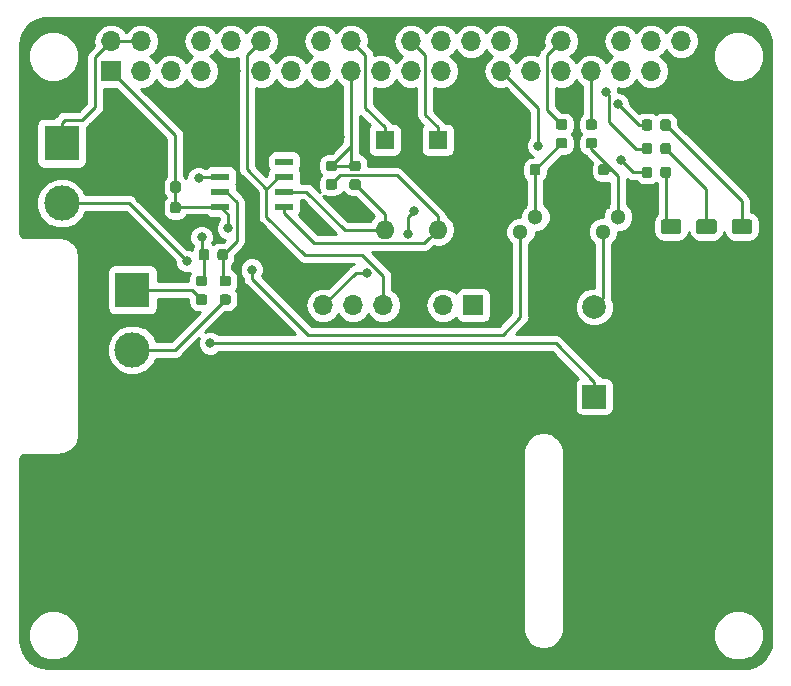
<source format=gtl>
G04 #@! TF.GenerationSoftware,KiCad,Pcbnew,(5.0.0)*
G04 #@! TF.CreationDate,2019-03-22T21:44:54+01:00*
G04 #@! TF.ProjectId,rpismdoven,727069736D646F76656E2E6B69636164,rev?*
G04 #@! TF.SameCoordinates,Original*
G04 #@! TF.FileFunction,Copper,L1,Top,Signal*
G04 #@! TF.FilePolarity,Positive*
%FSLAX46Y46*%
G04 Gerber Fmt 4.6, Leading zero omitted, Abs format (unit mm)*
G04 Created by KiCad (PCBNEW (5.0.0)) date 03/22/19 21:44:54*
%MOMM*%
%LPD*%
G01*
G04 APERTURE LIST*
G04 #@! TA.AperFunction,Conductor*
%ADD10C,0.100000*%
G04 #@! TD*
G04 #@! TA.AperFunction,SMDPad,CuDef*
%ADD11C,0.875000*%
G04 #@! TD*
G04 #@! TA.AperFunction,ComponentPad*
%ADD12C,3.000000*%
G04 #@! TD*
G04 #@! TA.AperFunction,ComponentPad*
%ADD13R,3.000000X3.000000*%
G04 #@! TD*
G04 #@! TA.AperFunction,SMDPad,CuDef*
%ADD14C,1.250000*%
G04 #@! TD*
G04 #@! TA.AperFunction,ComponentPad*
%ADD15R,2.000000X2.000000*%
G04 #@! TD*
G04 #@! TA.AperFunction,ComponentPad*
%ADD16C,2.000000*%
G04 #@! TD*
G04 #@! TA.AperFunction,ComponentPad*
%ADD17R,1.300000X1.300000*%
G04 #@! TD*
G04 #@! TA.AperFunction,ComponentPad*
%ADD18C,1.300000*%
G04 #@! TD*
G04 #@! TA.AperFunction,ComponentPad*
%ADD19R,1.700000X1.700000*%
G04 #@! TD*
G04 #@! TA.AperFunction,ComponentPad*
%ADD20O,1.700000X1.700000*%
G04 #@! TD*
G04 #@! TA.AperFunction,ComponentPad*
%ADD21O,1.600000X1.600000*%
G04 #@! TD*
G04 #@! TA.AperFunction,ComponentPad*
%ADD22R,1.600000X1.600000*%
G04 #@! TD*
G04 #@! TA.AperFunction,SMDPad,CuDef*
%ADD23R,1.550000X0.600000*%
G04 #@! TD*
G04 #@! TA.AperFunction,ViaPad*
%ADD24C,0.800000*%
G04 #@! TD*
G04 #@! TA.AperFunction,Conductor*
%ADD25C,0.250000*%
G04 #@! TD*
G04 #@! TA.AperFunction,Conductor*
%ADD26C,0.254000*%
G04 #@! TD*
G04 APERTURE END LIST*
D10*
G04 #@! TO.N,Net-(Q1-Pad2)*
G04 #@! TO.C,R8*
G36*
X149027691Y-68076053D02*
X149048926Y-68079203D01*
X149069750Y-68084419D01*
X149089962Y-68091651D01*
X149109368Y-68100830D01*
X149127781Y-68111866D01*
X149145024Y-68124654D01*
X149160930Y-68139070D01*
X149175346Y-68154976D01*
X149188134Y-68172219D01*
X149199170Y-68190632D01*
X149208349Y-68210038D01*
X149215581Y-68230250D01*
X149220797Y-68251074D01*
X149223947Y-68272309D01*
X149225000Y-68293750D01*
X149225000Y-68806250D01*
X149223947Y-68827691D01*
X149220797Y-68848926D01*
X149215581Y-68869750D01*
X149208349Y-68889962D01*
X149199170Y-68909368D01*
X149188134Y-68927781D01*
X149175346Y-68945024D01*
X149160930Y-68960930D01*
X149145024Y-68975346D01*
X149127781Y-68988134D01*
X149109368Y-68999170D01*
X149089962Y-69008349D01*
X149069750Y-69015581D01*
X149048926Y-69020797D01*
X149027691Y-69023947D01*
X149006250Y-69025000D01*
X148568750Y-69025000D01*
X148547309Y-69023947D01*
X148526074Y-69020797D01*
X148505250Y-69015581D01*
X148485038Y-69008349D01*
X148465632Y-68999170D01*
X148447219Y-68988134D01*
X148429976Y-68975346D01*
X148414070Y-68960930D01*
X148399654Y-68945024D01*
X148386866Y-68927781D01*
X148375830Y-68909368D01*
X148366651Y-68889962D01*
X148359419Y-68869750D01*
X148354203Y-68848926D01*
X148351053Y-68827691D01*
X148350000Y-68806250D01*
X148350000Y-68293750D01*
X148351053Y-68272309D01*
X148354203Y-68251074D01*
X148359419Y-68230250D01*
X148366651Y-68210038D01*
X148375830Y-68190632D01*
X148386866Y-68172219D01*
X148399654Y-68154976D01*
X148414070Y-68139070D01*
X148429976Y-68124654D01*
X148447219Y-68111866D01*
X148465632Y-68100830D01*
X148485038Y-68091651D01*
X148505250Y-68084419D01*
X148526074Y-68079203D01*
X148547309Y-68076053D01*
X148568750Y-68075000D01*
X149006250Y-68075000D01*
X149027691Y-68076053D01*
X149027691Y-68076053D01*
G37*
D11*
G04 #@! TD*
G04 #@! TO.P,R8,2*
G04 #@! TO.N,Net-(Q1-Pad2)*
X148787500Y-68550000D03*
D10*
G04 #@! TO.N,GND*
G04 #@! TO.C,R8*
G36*
X147452691Y-68076053D02*
X147473926Y-68079203D01*
X147494750Y-68084419D01*
X147514962Y-68091651D01*
X147534368Y-68100830D01*
X147552781Y-68111866D01*
X147570024Y-68124654D01*
X147585930Y-68139070D01*
X147600346Y-68154976D01*
X147613134Y-68172219D01*
X147624170Y-68190632D01*
X147633349Y-68210038D01*
X147640581Y-68230250D01*
X147645797Y-68251074D01*
X147648947Y-68272309D01*
X147650000Y-68293750D01*
X147650000Y-68806250D01*
X147648947Y-68827691D01*
X147645797Y-68848926D01*
X147640581Y-68869750D01*
X147633349Y-68889962D01*
X147624170Y-68909368D01*
X147613134Y-68927781D01*
X147600346Y-68945024D01*
X147585930Y-68960930D01*
X147570024Y-68975346D01*
X147552781Y-68988134D01*
X147534368Y-68999170D01*
X147514962Y-69008349D01*
X147494750Y-69015581D01*
X147473926Y-69020797D01*
X147452691Y-69023947D01*
X147431250Y-69025000D01*
X146993750Y-69025000D01*
X146972309Y-69023947D01*
X146951074Y-69020797D01*
X146930250Y-69015581D01*
X146910038Y-69008349D01*
X146890632Y-68999170D01*
X146872219Y-68988134D01*
X146854976Y-68975346D01*
X146839070Y-68960930D01*
X146824654Y-68945024D01*
X146811866Y-68927781D01*
X146800830Y-68909368D01*
X146791651Y-68889962D01*
X146784419Y-68869750D01*
X146779203Y-68848926D01*
X146776053Y-68827691D01*
X146775000Y-68806250D01*
X146775000Y-68293750D01*
X146776053Y-68272309D01*
X146779203Y-68251074D01*
X146784419Y-68230250D01*
X146791651Y-68210038D01*
X146800830Y-68190632D01*
X146811866Y-68172219D01*
X146824654Y-68154976D01*
X146839070Y-68139070D01*
X146854976Y-68124654D01*
X146872219Y-68111866D01*
X146890632Y-68100830D01*
X146910038Y-68091651D01*
X146930250Y-68084419D01*
X146951074Y-68079203D01*
X146972309Y-68076053D01*
X146993750Y-68075000D01*
X147431250Y-68075000D01*
X147452691Y-68076053D01*
X147452691Y-68076053D01*
G37*
D11*
G04 #@! TD*
G04 #@! TO.P,R8,1*
G04 #@! TO.N,GND*
X147212500Y-68550000D03*
D10*
G04 #@! TO.N,GND*
G04 #@! TO.C,R9*
G36*
X141652691Y-68076053D02*
X141673926Y-68079203D01*
X141694750Y-68084419D01*
X141714962Y-68091651D01*
X141734368Y-68100830D01*
X141752781Y-68111866D01*
X141770024Y-68124654D01*
X141785930Y-68139070D01*
X141800346Y-68154976D01*
X141813134Y-68172219D01*
X141824170Y-68190632D01*
X141833349Y-68210038D01*
X141840581Y-68230250D01*
X141845797Y-68251074D01*
X141848947Y-68272309D01*
X141850000Y-68293750D01*
X141850000Y-68806250D01*
X141848947Y-68827691D01*
X141845797Y-68848926D01*
X141840581Y-68869750D01*
X141833349Y-68889962D01*
X141824170Y-68909368D01*
X141813134Y-68927781D01*
X141800346Y-68945024D01*
X141785930Y-68960930D01*
X141770024Y-68975346D01*
X141752781Y-68988134D01*
X141734368Y-68999170D01*
X141714962Y-69008349D01*
X141694750Y-69015581D01*
X141673926Y-69020797D01*
X141652691Y-69023947D01*
X141631250Y-69025000D01*
X141193750Y-69025000D01*
X141172309Y-69023947D01*
X141151074Y-69020797D01*
X141130250Y-69015581D01*
X141110038Y-69008349D01*
X141090632Y-68999170D01*
X141072219Y-68988134D01*
X141054976Y-68975346D01*
X141039070Y-68960930D01*
X141024654Y-68945024D01*
X141011866Y-68927781D01*
X141000830Y-68909368D01*
X140991651Y-68889962D01*
X140984419Y-68869750D01*
X140979203Y-68848926D01*
X140976053Y-68827691D01*
X140975000Y-68806250D01*
X140975000Y-68293750D01*
X140976053Y-68272309D01*
X140979203Y-68251074D01*
X140984419Y-68230250D01*
X140991651Y-68210038D01*
X141000830Y-68190632D01*
X141011866Y-68172219D01*
X141024654Y-68154976D01*
X141039070Y-68139070D01*
X141054976Y-68124654D01*
X141072219Y-68111866D01*
X141090632Y-68100830D01*
X141110038Y-68091651D01*
X141130250Y-68084419D01*
X141151074Y-68079203D01*
X141172309Y-68076053D01*
X141193750Y-68075000D01*
X141631250Y-68075000D01*
X141652691Y-68076053D01*
X141652691Y-68076053D01*
G37*
D11*
G04 #@! TD*
G04 #@! TO.P,R9,1*
G04 #@! TO.N,GND*
X141412500Y-68550000D03*
D10*
G04 #@! TO.N,Net-(Q2-Pad2)*
G04 #@! TO.C,R9*
G36*
X143227691Y-68076053D02*
X143248926Y-68079203D01*
X143269750Y-68084419D01*
X143289962Y-68091651D01*
X143309368Y-68100830D01*
X143327781Y-68111866D01*
X143345024Y-68124654D01*
X143360930Y-68139070D01*
X143375346Y-68154976D01*
X143388134Y-68172219D01*
X143399170Y-68190632D01*
X143408349Y-68210038D01*
X143415581Y-68230250D01*
X143420797Y-68251074D01*
X143423947Y-68272309D01*
X143425000Y-68293750D01*
X143425000Y-68806250D01*
X143423947Y-68827691D01*
X143420797Y-68848926D01*
X143415581Y-68869750D01*
X143408349Y-68889962D01*
X143399170Y-68909368D01*
X143388134Y-68927781D01*
X143375346Y-68945024D01*
X143360930Y-68960930D01*
X143345024Y-68975346D01*
X143327781Y-68988134D01*
X143309368Y-68999170D01*
X143289962Y-69008349D01*
X143269750Y-69015581D01*
X143248926Y-69020797D01*
X143227691Y-69023947D01*
X143206250Y-69025000D01*
X142768750Y-69025000D01*
X142747309Y-69023947D01*
X142726074Y-69020797D01*
X142705250Y-69015581D01*
X142685038Y-69008349D01*
X142665632Y-68999170D01*
X142647219Y-68988134D01*
X142629976Y-68975346D01*
X142614070Y-68960930D01*
X142599654Y-68945024D01*
X142586866Y-68927781D01*
X142575830Y-68909368D01*
X142566651Y-68889962D01*
X142559419Y-68869750D01*
X142554203Y-68848926D01*
X142551053Y-68827691D01*
X142550000Y-68806250D01*
X142550000Y-68293750D01*
X142551053Y-68272309D01*
X142554203Y-68251074D01*
X142559419Y-68230250D01*
X142566651Y-68210038D01*
X142575830Y-68190632D01*
X142586866Y-68172219D01*
X142599654Y-68154976D01*
X142614070Y-68139070D01*
X142629976Y-68124654D01*
X142647219Y-68111866D01*
X142665632Y-68100830D01*
X142685038Y-68091651D01*
X142705250Y-68084419D01*
X142726074Y-68079203D01*
X142747309Y-68076053D01*
X142768750Y-68075000D01*
X143206250Y-68075000D01*
X143227691Y-68076053D01*
X143227691Y-68076053D01*
G37*
D11*
G04 #@! TD*
G04 #@! TO.P,R9,2*
G04 #@! TO.N,Net-(Q2-Pad2)*
X142987500Y-68550000D03*
D12*
G04 #@! TO.P,J3,2*
G04 #@! TO.N,Net-(J3-Pad2)*
X108900000Y-83780000D03*
D13*
G04 #@! TO.P,J3,1*
G04 #@! TO.N,Net-(J3-Pad1)*
X108900000Y-78700000D03*
G04 #@! TD*
D10*
G04 #@! TO.N,GND*
G04 #@! TO.C,D3*
G36*
X155149504Y-75526204D02*
X155173773Y-75529804D01*
X155197571Y-75535765D01*
X155220671Y-75544030D01*
X155242849Y-75554520D01*
X155263893Y-75567133D01*
X155283598Y-75581747D01*
X155301777Y-75598223D01*
X155318253Y-75616402D01*
X155332867Y-75636107D01*
X155345480Y-75657151D01*
X155355970Y-75679329D01*
X155364235Y-75702429D01*
X155370196Y-75726227D01*
X155373796Y-75750496D01*
X155375000Y-75775000D01*
X155375000Y-76525000D01*
X155373796Y-76549504D01*
X155370196Y-76573773D01*
X155364235Y-76597571D01*
X155355970Y-76620671D01*
X155345480Y-76642849D01*
X155332867Y-76663893D01*
X155318253Y-76683598D01*
X155301777Y-76701777D01*
X155283598Y-76718253D01*
X155263893Y-76732867D01*
X155242849Y-76745480D01*
X155220671Y-76755970D01*
X155197571Y-76764235D01*
X155173773Y-76770196D01*
X155149504Y-76773796D01*
X155125000Y-76775000D01*
X153875000Y-76775000D01*
X153850496Y-76773796D01*
X153826227Y-76770196D01*
X153802429Y-76764235D01*
X153779329Y-76755970D01*
X153757151Y-76745480D01*
X153736107Y-76732867D01*
X153716402Y-76718253D01*
X153698223Y-76701777D01*
X153681747Y-76683598D01*
X153667133Y-76663893D01*
X153654520Y-76642849D01*
X153644030Y-76620671D01*
X153635765Y-76597571D01*
X153629804Y-76573773D01*
X153626204Y-76549504D01*
X153625000Y-76525000D01*
X153625000Y-75775000D01*
X153626204Y-75750496D01*
X153629804Y-75726227D01*
X153635765Y-75702429D01*
X153644030Y-75679329D01*
X153654520Y-75657151D01*
X153667133Y-75636107D01*
X153681747Y-75616402D01*
X153698223Y-75598223D01*
X153716402Y-75581747D01*
X153736107Y-75567133D01*
X153757151Y-75554520D01*
X153779329Y-75544030D01*
X153802429Y-75535765D01*
X153826227Y-75529804D01*
X153850496Y-75526204D01*
X153875000Y-75525000D01*
X155125000Y-75525000D01*
X155149504Y-75526204D01*
X155149504Y-75526204D01*
G37*
D14*
G04 #@! TD*
G04 #@! TO.P,D3,1*
G04 #@! TO.N,GND*
X154500000Y-76150000D03*
D10*
G04 #@! TO.N,Net-(D3-Pad2)*
G04 #@! TO.C,D3*
G36*
X155149504Y-72726204D02*
X155173773Y-72729804D01*
X155197571Y-72735765D01*
X155220671Y-72744030D01*
X155242849Y-72754520D01*
X155263893Y-72767133D01*
X155283598Y-72781747D01*
X155301777Y-72798223D01*
X155318253Y-72816402D01*
X155332867Y-72836107D01*
X155345480Y-72857151D01*
X155355970Y-72879329D01*
X155364235Y-72902429D01*
X155370196Y-72926227D01*
X155373796Y-72950496D01*
X155375000Y-72975000D01*
X155375000Y-73725000D01*
X155373796Y-73749504D01*
X155370196Y-73773773D01*
X155364235Y-73797571D01*
X155355970Y-73820671D01*
X155345480Y-73842849D01*
X155332867Y-73863893D01*
X155318253Y-73883598D01*
X155301777Y-73901777D01*
X155283598Y-73918253D01*
X155263893Y-73932867D01*
X155242849Y-73945480D01*
X155220671Y-73955970D01*
X155197571Y-73964235D01*
X155173773Y-73970196D01*
X155149504Y-73973796D01*
X155125000Y-73975000D01*
X153875000Y-73975000D01*
X153850496Y-73973796D01*
X153826227Y-73970196D01*
X153802429Y-73964235D01*
X153779329Y-73955970D01*
X153757151Y-73945480D01*
X153736107Y-73932867D01*
X153716402Y-73918253D01*
X153698223Y-73901777D01*
X153681747Y-73883598D01*
X153667133Y-73863893D01*
X153654520Y-73842849D01*
X153644030Y-73820671D01*
X153635765Y-73797571D01*
X153629804Y-73773773D01*
X153626204Y-73749504D01*
X153625000Y-73725000D01*
X153625000Y-72975000D01*
X153626204Y-72950496D01*
X153629804Y-72926227D01*
X153635765Y-72902429D01*
X153644030Y-72879329D01*
X153654520Y-72857151D01*
X153667133Y-72836107D01*
X153681747Y-72816402D01*
X153698223Y-72798223D01*
X153716402Y-72781747D01*
X153736107Y-72767133D01*
X153757151Y-72754520D01*
X153779329Y-72744030D01*
X153802429Y-72735765D01*
X153826227Y-72729804D01*
X153850496Y-72726204D01*
X153875000Y-72725000D01*
X155125000Y-72725000D01*
X155149504Y-72726204D01*
X155149504Y-72726204D01*
G37*
D14*
G04 #@! TD*
G04 #@! TO.P,D3,2*
G04 #@! TO.N,Net-(D3-Pad2)*
X154500000Y-73350000D03*
D10*
G04 #@! TO.N,Net-(D5-Pad2)*
G04 #@! TO.C,D5*
G36*
X158149504Y-72726204D02*
X158173773Y-72729804D01*
X158197571Y-72735765D01*
X158220671Y-72744030D01*
X158242849Y-72754520D01*
X158263893Y-72767133D01*
X158283598Y-72781747D01*
X158301777Y-72798223D01*
X158318253Y-72816402D01*
X158332867Y-72836107D01*
X158345480Y-72857151D01*
X158355970Y-72879329D01*
X158364235Y-72902429D01*
X158370196Y-72926227D01*
X158373796Y-72950496D01*
X158375000Y-72975000D01*
X158375000Y-73725000D01*
X158373796Y-73749504D01*
X158370196Y-73773773D01*
X158364235Y-73797571D01*
X158355970Y-73820671D01*
X158345480Y-73842849D01*
X158332867Y-73863893D01*
X158318253Y-73883598D01*
X158301777Y-73901777D01*
X158283598Y-73918253D01*
X158263893Y-73932867D01*
X158242849Y-73945480D01*
X158220671Y-73955970D01*
X158197571Y-73964235D01*
X158173773Y-73970196D01*
X158149504Y-73973796D01*
X158125000Y-73975000D01*
X156875000Y-73975000D01*
X156850496Y-73973796D01*
X156826227Y-73970196D01*
X156802429Y-73964235D01*
X156779329Y-73955970D01*
X156757151Y-73945480D01*
X156736107Y-73932867D01*
X156716402Y-73918253D01*
X156698223Y-73901777D01*
X156681747Y-73883598D01*
X156667133Y-73863893D01*
X156654520Y-73842849D01*
X156644030Y-73820671D01*
X156635765Y-73797571D01*
X156629804Y-73773773D01*
X156626204Y-73749504D01*
X156625000Y-73725000D01*
X156625000Y-72975000D01*
X156626204Y-72950496D01*
X156629804Y-72926227D01*
X156635765Y-72902429D01*
X156644030Y-72879329D01*
X156654520Y-72857151D01*
X156667133Y-72836107D01*
X156681747Y-72816402D01*
X156698223Y-72798223D01*
X156716402Y-72781747D01*
X156736107Y-72767133D01*
X156757151Y-72754520D01*
X156779329Y-72744030D01*
X156802429Y-72735765D01*
X156826227Y-72729804D01*
X156850496Y-72726204D01*
X156875000Y-72725000D01*
X158125000Y-72725000D01*
X158149504Y-72726204D01*
X158149504Y-72726204D01*
G37*
D14*
G04 #@! TD*
G04 #@! TO.P,D5,2*
G04 #@! TO.N,Net-(D5-Pad2)*
X157500000Y-73350000D03*
D10*
G04 #@! TO.N,GND*
G04 #@! TO.C,D5*
G36*
X158149504Y-75526204D02*
X158173773Y-75529804D01*
X158197571Y-75535765D01*
X158220671Y-75544030D01*
X158242849Y-75554520D01*
X158263893Y-75567133D01*
X158283598Y-75581747D01*
X158301777Y-75598223D01*
X158318253Y-75616402D01*
X158332867Y-75636107D01*
X158345480Y-75657151D01*
X158355970Y-75679329D01*
X158364235Y-75702429D01*
X158370196Y-75726227D01*
X158373796Y-75750496D01*
X158375000Y-75775000D01*
X158375000Y-76525000D01*
X158373796Y-76549504D01*
X158370196Y-76573773D01*
X158364235Y-76597571D01*
X158355970Y-76620671D01*
X158345480Y-76642849D01*
X158332867Y-76663893D01*
X158318253Y-76683598D01*
X158301777Y-76701777D01*
X158283598Y-76718253D01*
X158263893Y-76732867D01*
X158242849Y-76745480D01*
X158220671Y-76755970D01*
X158197571Y-76764235D01*
X158173773Y-76770196D01*
X158149504Y-76773796D01*
X158125000Y-76775000D01*
X156875000Y-76775000D01*
X156850496Y-76773796D01*
X156826227Y-76770196D01*
X156802429Y-76764235D01*
X156779329Y-76755970D01*
X156757151Y-76745480D01*
X156736107Y-76732867D01*
X156716402Y-76718253D01*
X156698223Y-76701777D01*
X156681747Y-76683598D01*
X156667133Y-76663893D01*
X156654520Y-76642849D01*
X156644030Y-76620671D01*
X156635765Y-76597571D01*
X156629804Y-76573773D01*
X156626204Y-76549504D01*
X156625000Y-76525000D01*
X156625000Y-75775000D01*
X156626204Y-75750496D01*
X156629804Y-75726227D01*
X156635765Y-75702429D01*
X156644030Y-75679329D01*
X156654520Y-75657151D01*
X156667133Y-75636107D01*
X156681747Y-75616402D01*
X156698223Y-75598223D01*
X156716402Y-75581747D01*
X156736107Y-75567133D01*
X156757151Y-75554520D01*
X156779329Y-75544030D01*
X156802429Y-75535765D01*
X156826227Y-75529804D01*
X156850496Y-75526204D01*
X156875000Y-75525000D01*
X158125000Y-75525000D01*
X158149504Y-75526204D01*
X158149504Y-75526204D01*
G37*
D14*
G04 #@! TD*
G04 #@! TO.P,D5,1*
G04 #@! TO.N,GND*
X157500000Y-76150000D03*
D10*
G04 #@! TO.N,GND*
G04 #@! TO.C,D4*
G36*
X161149504Y-75526204D02*
X161173773Y-75529804D01*
X161197571Y-75535765D01*
X161220671Y-75544030D01*
X161242849Y-75554520D01*
X161263893Y-75567133D01*
X161283598Y-75581747D01*
X161301777Y-75598223D01*
X161318253Y-75616402D01*
X161332867Y-75636107D01*
X161345480Y-75657151D01*
X161355970Y-75679329D01*
X161364235Y-75702429D01*
X161370196Y-75726227D01*
X161373796Y-75750496D01*
X161375000Y-75775000D01*
X161375000Y-76525000D01*
X161373796Y-76549504D01*
X161370196Y-76573773D01*
X161364235Y-76597571D01*
X161355970Y-76620671D01*
X161345480Y-76642849D01*
X161332867Y-76663893D01*
X161318253Y-76683598D01*
X161301777Y-76701777D01*
X161283598Y-76718253D01*
X161263893Y-76732867D01*
X161242849Y-76745480D01*
X161220671Y-76755970D01*
X161197571Y-76764235D01*
X161173773Y-76770196D01*
X161149504Y-76773796D01*
X161125000Y-76775000D01*
X159875000Y-76775000D01*
X159850496Y-76773796D01*
X159826227Y-76770196D01*
X159802429Y-76764235D01*
X159779329Y-76755970D01*
X159757151Y-76745480D01*
X159736107Y-76732867D01*
X159716402Y-76718253D01*
X159698223Y-76701777D01*
X159681747Y-76683598D01*
X159667133Y-76663893D01*
X159654520Y-76642849D01*
X159644030Y-76620671D01*
X159635765Y-76597571D01*
X159629804Y-76573773D01*
X159626204Y-76549504D01*
X159625000Y-76525000D01*
X159625000Y-75775000D01*
X159626204Y-75750496D01*
X159629804Y-75726227D01*
X159635765Y-75702429D01*
X159644030Y-75679329D01*
X159654520Y-75657151D01*
X159667133Y-75636107D01*
X159681747Y-75616402D01*
X159698223Y-75598223D01*
X159716402Y-75581747D01*
X159736107Y-75567133D01*
X159757151Y-75554520D01*
X159779329Y-75544030D01*
X159802429Y-75535765D01*
X159826227Y-75529804D01*
X159850496Y-75526204D01*
X159875000Y-75525000D01*
X161125000Y-75525000D01*
X161149504Y-75526204D01*
X161149504Y-75526204D01*
G37*
D14*
G04 #@! TD*
G04 #@! TO.P,D4,1*
G04 #@! TO.N,GND*
X160500000Y-76150000D03*
D10*
G04 #@! TO.N,Net-(D4-Pad2)*
G04 #@! TO.C,D4*
G36*
X161149504Y-72726204D02*
X161173773Y-72729804D01*
X161197571Y-72735765D01*
X161220671Y-72744030D01*
X161242849Y-72754520D01*
X161263893Y-72767133D01*
X161283598Y-72781747D01*
X161301777Y-72798223D01*
X161318253Y-72816402D01*
X161332867Y-72836107D01*
X161345480Y-72857151D01*
X161355970Y-72879329D01*
X161364235Y-72902429D01*
X161370196Y-72926227D01*
X161373796Y-72950496D01*
X161375000Y-72975000D01*
X161375000Y-73725000D01*
X161373796Y-73749504D01*
X161370196Y-73773773D01*
X161364235Y-73797571D01*
X161355970Y-73820671D01*
X161345480Y-73842849D01*
X161332867Y-73863893D01*
X161318253Y-73883598D01*
X161301777Y-73901777D01*
X161283598Y-73918253D01*
X161263893Y-73932867D01*
X161242849Y-73945480D01*
X161220671Y-73955970D01*
X161197571Y-73964235D01*
X161173773Y-73970196D01*
X161149504Y-73973796D01*
X161125000Y-73975000D01*
X159875000Y-73975000D01*
X159850496Y-73973796D01*
X159826227Y-73970196D01*
X159802429Y-73964235D01*
X159779329Y-73955970D01*
X159757151Y-73945480D01*
X159736107Y-73932867D01*
X159716402Y-73918253D01*
X159698223Y-73901777D01*
X159681747Y-73883598D01*
X159667133Y-73863893D01*
X159654520Y-73842849D01*
X159644030Y-73820671D01*
X159635765Y-73797571D01*
X159629804Y-73773773D01*
X159626204Y-73749504D01*
X159625000Y-73725000D01*
X159625000Y-72975000D01*
X159626204Y-72950496D01*
X159629804Y-72926227D01*
X159635765Y-72902429D01*
X159644030Y-72879329D01*
X159654520Y-72857151D01*
X159667133Y-72836107D01*
X159681747Y-72816402D01*
X159698223Y-72798223D01*
X159716402Y-72781747D01*
X159736107Y-72767133D01*
X159757151Y-72754520D01*
X159779329Y-72744030D01*
X159802429Y-72735765D01*
X159826227Y-72729804D01*
X159850496Y-72726204D01*
X159875000Y-72725000D01*
X161125000Y-72725000D01*
X161149504Y-72726204D01*
X161149504Y-72726204D01*
G37*
D14*
G04 #@! TD*
G04 #@! TO.P,D4,2*
G04 #@! TO.N,Net-(D4-Pad2)*
X160500000Y-73350000D03*
D10*
G04 #@! TO.N,Net-(D5-Pad2)*
G04 #@! TO.C,R7*
G36*
X154277691Y-66276053D02*
X154298926Y-66279203D01*
X154319750Y-66284419D01*
X154339962Y-66291651D01*
X154359368Y-66300830D01*
X154377781Y-66311866D01*
X154395024Y-66324654D01*
X154410930Y-66339070D01*
X154425346Y-66354976D01*
X154438134Y-66372219D01*
X154449170Y-66390632D01*
X154458349Y-66410038D01*
X154465581Y-66430250D01*
X154470797Y-66451074D01*
X154473947Y-66472309D01*
X154475000Y-66493750D01*
X154475000Y-67006250D01*
X154473947Y-67027691D01*
X154470797Y-67048926D01*
X154465581Y-67069750D01*
X154458349Y-67089962D01*
X154449170Y-67109368D01*
X154438134Y-67127781D01*
X154425346Y-67145024D01*
X154410930Y-67160930D01*
X154395024Y-67175346D01*
X154377781Y-67188134D01*
X154359368Y-67199170D01*
X154339962Y-67208349D01*
X154319750Y-67215581D01*
X154298926Y-67220797D01*
X154277691Y-67223947D01*
X154256250Y-67225000D01*
X153818750Y-67225000D01*
X153797309Y-67223947D01*
X153776074Y-67220797D01*
X153755250Y-67215581D01*
X153735038Y-67208349D01*
X153715632Y-67199170D01*
X153697219Y-67188134D01*
X153679976Y-67175346D01*
X153664070Y-67160930D01*
X153649654Y-67145024D01*
X153636866Y-67127781D01*
X153625830Y-67109368D01*
X153616651Y-67089962D01*
X153609419Y-67069750D01*
X153604203Y-67048926D01*
X153601053Y-67027691D01*
X153600000Y-67006250D01*
X153600000Y-66493750D01*
X153601053Y-66472309D01*
X153604203Y-66451074D01*
X153609419Y-66430250D01*
X153616651Y-66410038D01*
X153625830Y-66390632D01*
X153636866Y-66372219D01*
X153649654Y-66354976D01*
X153664070Y-66339070D01*
X153679976Y-66324654D01*
X153697219Y-66311866D01*
X153715632Y-66300830D01*
X153735038Y-66291651D01*
X153755250Y-66284419D01*
X153776074Y-66279203D01*
X153797309Y-66276053D01*
X153818750Y-66275000D01*
X154256250Y-66275000D01*
X154277691Y-66276053D01*
X154277691Y-66276053D01*
G37*
D11*
G04 #@! TD*
G04 #@! TO.P,R7,1*
G04 #@! TO.N,Net-(D5-Pad2)*
X154037500Y-66750000D03*
D10*
G04 #@! TO.N,Net-(J1-Pad31)*
G04 #@! TO.C,R7*
G36*
X152702691Y-66276053D02*
X152723926Y-66279203D01*
X152744750Y-66284419D01*
X152764962Y-66291651D01*
X152784368Y-66300830D01*
X152802781Y-66311866D01*
X152820024Y-66324654D01*
X152835930Y-66339070D01*
X152850346Y-66354976D01*
X152863134Y-66372219D01*
X152874170Y-66390632D01*
X152883349Y-66410038D01*
X152890581Y-66430250D01*
X152895797Y-66451074D01*
X152898947Y-66472309D01*
X152900000Y-66493750D01*
X152900000Y-67006250D01*
X152898947Y-67027691D01*
X152895797Y-67048926D01*
X152890581Y-67069750D01*
X152883349Y-67089962D01*
X152874170Y-67109368D01*
X152863134Y-67127781D01*
X152850346Y-67145024D01*
X152835930Y-67160930D01*
X152820024Y-67175346D01*
X152802781Y-67188134D01*
X152784368Y-67199170D01*
X152764962Y-67208349D01*
X152744750Y-67215581D01*
X152723926Y-67220797D01*
X152702691Y-67223947D01*
X152681250Y-67225000D01*
X152243750Y-67225000D01*
X152222309Y-67223947D01*
X152201074Y-67220797D01*
X152180250Y-67215581D01*
X152160038Y-67208349D01*
X152140632Y-67199170D01*
X152122219Y-67188134D01*
X152104976Y-67175346D01*
X152089070Y-67160930D01*
X152074654Y-67145024D01*
X152061866Y-67127781D01*
X152050830Y-67109368D01*
X152041651Y-67089962D01*
X152034419Y-67069750D01*
X152029203Y-67048926D01*
X152026053Y-67027691D01*
X152025000Y-67006250D01*
X152025000Y-66493750D01*
X152026053Y-66472309D01*
X152029203Y-66451074D01*
X152034419Y-66430250D01*
X152041651Y-66410038D01*
X152050830Y-66390632D01*
X152061866Y-66372219D01*
X152074654Y-66354976D01*
X152089070Y-66339070D01*
X152104976Y-66324654D01*
X152122219Y-66311866D01*
X152140632Y-66300830D01*
X152160038Y-66291651D01*
X152180250Y-66284419D01*
X152201074Y-66279203D01*
X152222309Y-66276053D01*
X152243750Y-66275000D01*
X152681250Y-66275000D01*
X152702691Y-66276053D01*
X152702691Y-66276053D01*
G37*
D11*
G04 #@! TD*
G04 #@! TO.P,R7,2*
G04 #@! TO.N,Net-(J1-Pad31)*
X152462500Y-66750000D03*
D10*
G04 #@! TO.N,Net-(J1-Pad29)*
G04 #@! TO.C,R6*
G36*
X152702691Y-64276053D02*
X152723926Y-64279203D01*
X152744750Y-64284419D01*
X152764962Y-64291651D01*
X152784368Y-64300830D01*
X152802781Y-64311866D01*
X152820024Y-64324654D01*
X152835930Y-64339070D01*
X152850346Y-64354976D01*
X152863134Y-64372219D01*
X152874170Y-64390632D01*
X152883349Y-64410038D01*
X152890581Y-64430250D01*
X152895797Y-64451074D01*
X152898947Y-64472309D01*
X152900000Y-64493750D01*
X152900000Y-65006250D01*
X152898947Y-65027691D01*
X152895797Y-65048926D01*
X152890581Y-65069750D01*
X152883349Y-65089962D01*
X152874170Y-65109368D01*
X152863134Y-65127781D01*
X152850346Y-65145024D01*
X152835930Y-65160930D01*
X152820024Y-65175346D01*
X152802781Y-65188134D01*
X152784368Y-65199170D01*
X152764962Y-65208349D01*
X152744750Y-65215581D01*
X152723926Y-65220797D01*
X152702691Y-65223947D01*
X152681250Y-65225000D01*
X152243750Y-65225000D01*
X152222309Y-65223947D01*
X152201074Y-65220797D01*
X152180250Y-65215581D01*
X152160038Y-65208349D01*
X152140632Y-65199170D01*
X152122219Y-65188134D01*
X152104976Y-65175346D01*
X152089070Y-65160930D01*
X152074654Y-65145024D01*
X152061866Y-65127781D01*
X152050830Y-65109368D01*
X152041651Y-65089962D01*
X152034419Y-65069750D01*
X152029203Y-65048926D01*
X152026053Y-65027691D01*
X152025000Y-65006250D01*
X152025000Y-64493750D01*
X152026053Y-64472309D01*
X152029203Y-64451074D01*
X152034419Y-64430250D01*
X152041651Y-64410038D01*
X152050830Y-64390632D01*
X152061866Y-64372219D01*
X152074654Y-64354976D01*
X152089070Y-64339070D01*
X152104976Y-64324654D01*
X152122219Y-64311866D01*
X152140632Y-64300830D01*
X152160038Y-64291651D01*
X152180250Y-64284419D01*
X152201074Y-64279203D01*
X152222309Y-64276053D01*
X152243750Y-64275000D01*
X152681250Y-64275000D01*
X152702691Y-64276053D01*
X152702691Y-64276053D01*
G37*
D11*
G04 #@! TD*
G04 #@! TO.P,R6,2*
G04 #@! TO.N,Net-(J1-Pad29)*
X152462500Y-64750000D03*
D10*
G04 #@! TO.N,Net-(D4-Pad2)*
G04 #@! TO.C,R6*
G36*
X154277691Y-64276053D02*
X154298926Y-64279203D01*
X154319750Y-64284419D01*
X154339962Y-64291651D01*
X154359368Y-64300830D01*
X154377781Y-64311866D01*
X154395024Y-64324654D01*
X154410930Y-64339070D01*
X154425346Y-64354976D01*
X154438134Y-64372219D01*
X154449170Y-64390632D01*
X154458349Y-64410038D01*
X154465581Y-64430250D01*
X154470797Y-64451074D01*
X154473947Y-64472309D01*
X154475000Y-64493750D01*
X154475000Y-65006250D01*
X154473947Y-65027691D01*
X154470797Y-65048926D01*
X154465581Y-65069750D01*
X154458349Y-65089962D01*
X154449170Y-65109368D01*
X154438134Y-65127781D01*
X154425346Y-65145024D01*
X154410930Y-65160930D01*
X154395024Y-65175346D01*
X154377781Y-65188134D01*
X154359368Y-65199170D01*
X154339962Y-65208349D01*
X154319750Y-65215581D01*
X154298926Y-65220797D01*
X154277691Y-65223947D01*
X154256250Y-65225000D01*
X153818750Y-65225000D01*
X153797309Y-65223947D01*
X153776074Y-65220797D01*
X153755250Y-65215581D01*
X153735038Y-65208349D01*
X153715632Y-65199170D01*
X153697219Y-65188134D01*
X153679976Y-65175346D01*
X153664070Y-65160930D01*
X153649654Y-65145024D01*
X153636866Y-65127781D01*
X153625830Y-65109368D01*
X153616651Y-65089962D01*
X153609419Y-65069750D01*
X153604203Y-65048926D01*
X153601053Y-65027691D01*
X153600000Y-65006250D01*
X153600000Y-64493750D01*
X153601053Y-64472309D01*
X153604203Y-64451074D01*
X153609419Y-64430250D01*
X153616651Y-64410038D01*
X153625830Y-64390632D01*
X153636866Y-64372219D01*
X153649654Y-64354976D01*
X153664070Y-64339070D01*
X153679976Y-64324654D01*
X153697219Y-64311866D01*
X153715632Y-64300830D01*
X153735038Y-64291651D01*
X153755250Y-64284419D01*
X153776074Y-64279203D01*
X153797309Y-64276053D01*
X153818750Y-64275000D01*
X154256250Y-64275000D01*
X154277691Y-64276053D01*
X154277691Y-64276053D01*
G37*
D11*
G04 #@! TD*
G04 #@! TO.P,R6,1*
G04 #@! TO.N,Net-(D4-Pad2)*
X154037500Y-64750000D03*
D10*
G04 #@! TO.N,Net-(D3-Pad2)*
G04 #@! TO.C,R5*
G36*
X154277691Y-68276053D02*
X154298926Y-68279203D01*
X154319750Y-68284419D01*
X154339962Y-68291651D01*
X154359368Y-68300830D01*
X154377781Y-68311866D01*
X154395024Y-68324654D01*
X154410930Y-68339070D01*
X154425346Y-68354976D01*
X154438134Y-68372219D01*
X154449170Y-68390632D01*
X154458349Y-68410038D01*
X154465581Y-68430250D01*
X154470797Y-68451074D01*
X154473947Y-68472309D01*
X154475000Y-68493750D01*
X154475000Y-69006250D01*
X154473947Y-69027691D01*
X154470797Y-69048926D01*
X154465581Y-69069750D01*
X154458349Y-69089962D01*
X154449170Y-69109368D01*
X154438134Y-69127781D01*
X154425346Y-69145024D01*
X154410930Y-69160930D01*
X154395024Y-69175346D01*
X154377781Y-69188134D01*
X154359368Y-69199170D01*
X154339962Y-69208349D01*
X154319750Y-69215581D01*
X154298926Y-69220797D01*
X154277691Y-69223947D01*
X154256250Y-69225000D01*
X153818750Y-69225000D01*
X153797309Y-69223947D01*
X153776074Y-69220797D01*
X153755250Y-69215581D01*
X153735038Y-69208349D01*
X153715632Y-69199170D01*
X153697219Y-69188134D01*
X153679976Y-69175346D01*
X153664070Y-69160930D01*
X153649654Y-69145024D01*
X153636866Y-69127781D01*
X153625830Y-69109368D01*
X153616651Y-69089962D01*
X153609419Y-69069750D01*
X153604203Y-69048926D01*
X153601053Y-69027691D01*
X153600000Y-69006250D01*
X153600000Y-68493750D01*
X153601053Y-68472309D01*
X153604203Y-68451074D01*
X153609419Y-68430250D01*
X153616651Y-68410038D01*
X153625830Y-68390632D01*
X153636866Y-68372219D01*
X153649654Y-68354976D01*
X153664070Y-68339070D01*
X153679976Y-68324654D01*
X153697219Y-68311866D01*
X153715632Y-68300830D01*
X153735038Y-68291651D01*
X153755250Y-68284419D01*
X153776074Y-68279203D01*
X153797309Y-68276053D01*
X153818750Y-68275000D01*
X154256250Y-68275000D01*
X154277691Y-68276053D01*
X154277691Y-68276053D01*
G37*
D11*
G04 #@! TD*
G04 #@! TO.P,R5,1*
G04 #@! TO.N,Net-(D3-Pad2)*
X154037500Y-68750000D03*
D10*
G04 #@! TO.N,Net-(J1-Pad27)*
G04 #@! TO.C,R5*
G36*
X152702691Y-68276053D02*
X152723926Y-68279203D01*
X152744750Y-68284419D01*
X152764962Y-68291651D01*
X152784368Y-68300830D01*
X152802781Y-68311866D01*
X152820024Y-68324654D01*
X152835930Y-68339070D01*
X152850346Y-68354976D01*
X152863134Y-68372219D01*
X152874170Y-68390632D01*
X152883349Y-68410038D01*
X152890581Y-68430250D01*
X152895797Y-68451074D01*
X152898947Y-68472309D01*
X152900000Y-68493750D01*
X152900000Y-69006250D01*
X152898947Y-69027691D01*
X152895797Y-69048926D01*
X152890581Y-69069750D01*
X152883349Y-69089962D01*
X152874170Y-69109368D01*
X152863134Y-69127781D01*
X152850346Y-69145024D01*
X152835930Y-69160930D01*
X152820024Y-69175346D01*
X152802781Y-69188134D01*
X152784368Y-69199170D01*
X152764962Y-69208349D01*
X152744750Y-69215581D01*
X152723926Y-69220797D01*
X152702691Y-69223947D01*
X152681250Y-69225000D01*
X152243750Y-69225000D01*
X152222309Y-69223947D01*
X152201074Y-69220797D01*
X152180250Y-69215581D01*
X152160038Y-69208349D01*
X152140632Y-69199170D01*
X152122219Y-69188134D01*
X152104976Y-69175346D01*
X152089070Y-69160930D01*
X152074654Y-69145024D01*
X152061866Y-69127781D01*
X152050830Y-69109368D01*
X152041651Y-69089962D01*
X152034419Y-69069750D01*
X152029203Y-69048926D01*
X152026053Y-69027691D01*
X152025000Y-69006250D01*
X152025000Y-68493750D01*
X152026053Y-68472309D01*
X152029203Y-68451074D01*
X152034419Y-68430250D01*
X152041651Y-68410038D01*
X152050830Y-68390632D01*
X152061866Y-68372219D01*
X152074654Y-68354976D01*
X152089070Y-68339070D01*
X152104976Y-68324654D01*
X152122219Y-68311866D01*
X152140632Y-68300830D01*
X152160038Y-68291651D01*
X152180250Y-68284419D01*
X152201074Y-68279203D01*
X152222309Y-68276053D01*
X152243750Y-68275000D01*
X152681250Y-68275000D01*
X152702691Y-68276053D01*
X152702691Y-68276053D01*
G37*
D11*
G04 #@! TD*
G04 #@! TO.P,R5,2*
G04 #@! TO.N,Net-(J1-Pad27)*
X152462500Y-68750000D03*
D15*
G04 #@! TO.P,BZ1,1*
G04 #@! TO.N,+5V*
X148000000Y-87750000D03*
D16*
G04 #@! TO.P,BZ1,2*
G04 #@! TO.N,Net-(BZ1-Pad2)*
X148000000Y-80150000D03*
G04 #@! TD*
D17*
G04 #@! TO.P,Q2,1*
G04 #@! TO.N,GND*
X141750000Y-71250000D03*
D18*
G04 #@! TO.P,Q2,3*
G04 #@! TO.N,Net-(J2-Pad2)*
X141750000Y-73790000D03*
G04 #@! TO.P,Q2,2*
G04 #@! TO.N,Net-(Q2-Pad2)*
X143020000Y-72520000D03*
G04 #@! TD*
G04 #@! TO.P,Q1,2*
G04 #@! TO.N,Net-(Q1-Pad2)*
X150020000Y-72520000D03*
G04 #@! TO.P,Q1,3*
G04 #@! TO.N,Net-(BZ1-Pad2)*
X148750000Y-73790000D03*
D17*
G04 #@! TO.P,Q1,1*
G04 #@! TO.N,GND*
X148750000Y-71250000D03*
G04 #@! TD*
D10*
G04 #@! TO.N,Net-(C1-Pad1)*
G04 #@! TO.C,C1*
G36*
X116777691Y-75276053D02*
X116798926Y-75279203D01*
X116819750Y-75284419D01*
X116839962Y-75291651D01*
X116859368Y-75300830D01*
X116877781Y-75311866D01*
X116895024Y-75324654D01*
X116910930Y-75339070D01*
X116925346Y-75354976D01*
X116938134Y-75372219D01*
X116949170Y-75390632D01*
X116958349Y-75410038D01*
X116965581Y-75430250D01*
X116970797Y-75451074D01*
X116973947Y-75472309D01*
X116975000Y-75493750D01*
X116975000Y-76006250D01*
X116973947Y-76027691D01*
X116970797Y-76048926D01*
X116965581Y-76069750D01*
X116958349Y-76089962D01*
X116949170Y-76109368D01*
X116938134Y-76127781D01*
X116925346Y-76145024D01*
X116910930Y-76160930D01*
X116895024Y-76175346D01*
X116877781Y-76188134D01*
X116859368Y-76199170D01*
X116839962Y-76208349D01*
X116819750Y-76215581D01*
X116798926Y-76220797D01*
X116777691Y-76223947D01*
X116756250Y-76225000D01*
X116318750Y-76225000D01*
X116297309Y-76223947D01*
X116276074Y-76220797D01*
X116255250Y-76215581D01*
X116235038Y-76208349D01*
X116215632Y-76199170D01*
X116197219Y-76188134D01*
X116179976Y-76175346D01*
X116164070Y-76160930D01*
X116149654Y-76145024D01*
X116136866Y-76127781D01*
X116125830Y-76109368D01*
X116116651Y-76089962D01*
X116109419Y-76069750D01*
X116104203Y-76048926D01*
X116101053Y-76027691D01*
X116100000Y-76006250D01*
X116100000Y-75493750D01*
X116101053Y-75472309D01*
X116104203Y-75451074D01*
X116109419Y-75430250D01*
X116116651Y-75410038D01*
X116125830Y-75390632D01*
X116136866Y-75372219D01*
X116149654Y-75354976D01*
X116164070Y-75339070D01*
X116179976Y-75324654D01*
X116197219Y-75311866D01*
X116215632Y-75300830D01*
X116235038Y-75291651D01*
X116255250Y-75284419D01*
X116276074Y-75279203D01*
X116297309Y-75276053D01*
X116318750Y-75275000D01*
X116756250Y-75275000D01*
X116777691Y-75276053D01*
X116777691Y-75276053D01*
G37*
D11*
G04 #@! TD*
G04 #@! TO.P,C1,1*
G04 #@! TO.N,Net-(C1-Pad1)*
X116537500Y-75750000D03*
D10*
G04 #@! TO.N,Net-(C1-Pad2)*
G04 #@! TO.C,C1*
G36*
X115202691Y-75276053D02*
X115223926Y-75279203D01*
X115244750Y-75284419D01*
X115264962Y-75291651D01*
X115284368Y-75300830D01*
X115302781Y-75311866D01*
X115320024Y-75324654D01*
X115335930Y-75339070D01*
X115350346Y-75354976D01*
X115363134Y-75372219D01*
X115374170Y-75390632D01*
X115383349Y-75410038D01*
X115390581Y-75430250D01*
X115395797Y-75451074D01*
X115398947Y-75472309D01*
X115400000Y-75493750D01*
X115400000Y-76006250D01*
X115398947Y-76027691D01*
X115395797Y-76048926D01*
X115390581Y-76069750D01*
X115383349Y-76089962D01*
X115374170Y-76109368D01*
X115363134Y-76127781D01*
X115350346Y-76145024D01*
X115335930Y-76160930D01*
X115320024Y-76175346D01*
X115302781Y-76188134D01*
X115284368Y-76199170D01*
X115264962Y-76208349D01*
X115244750Y-76215581D01*
X115223926Y-76220797D01*
X115202691Y-76223947D01*
X115181250Y-76225000D01*
X114743750Y-76225000D01*
X114722309Y-76223947D01*
X114701074Y-76220797D01*
X114680250Y-76215581D01*
X114660038Y-76208349D01*
X114640632Y-76199170D01*
X114622219Y-76188134D01*
X114604976Y-76175346D01*
X114589070Y-76160930D01*
X114574654Y-76145024D01*
X114561866Y-76127781D01*
X114550830Y-76109368D01*
X114541651Y-76089962D01*
X114534419Y-76069750D01*
X114529203Y-76048926D01*
X114526053Y-76027691D01*
X114525000Y-76006250D01*
X114525000Y-75493750D01*
X114526053Y-75472309D01*
X114529203Y-75451074D01*
X114534419Y-75430250D01*
X114541651Y-75410038D01*
X114550830Y-75390632D01*
X114561866Y-75372219D01*
X114574654Y-75354976D01*
X114589070Y-75339070D01*
X114604976Y-75324654D01*
X114622219Y-75311866D01*
X114640632Y-75300830D01*
X114660038Y-75291651D01*
X114680250Y-75284419D01*
X114701074Y-75279203D01*
X114722309Y-75276053D01*
X114743750Y-75275000D01*
X115181250Y-75275000D01*
X115202691Y-75276053D01*
X115202691Y-75276053D01*
G37*
D11*
G04 #@! TD*
G04 #@! TO.P,C1,2*
G04 #@! TO.N,Net-(C1-Pad2)*
X114962500Y-75750000D03*
D10*
G04 #@! TO.N,GND*
G04 #@! TO.C,C2*
G36*
X111202691Y-69526053D02*
X111223926Y-69529203D01*
X111244750Y-69534419D01*
X111264962Y-69541651D01*
X111284368Y-69550830D01*
X111302781Y-69561866D01*
X111320024Y-69574654D01*
X111335930Y-69589070D01*
X111350346Y-69604976D01*
X111363134Y-69622219D01*
X111374170Y-69640632D01*
X111383349Y-69660038D01*
X111390581Y-69680250D01*
X111395797Y-69701074D01*
X111398947Y-69722309D01*
X111400000Y-69743750D01*
X111400000Y-70256250D01*
X111398947Y-70277691D01*
X111395797Y-70298926D01*
X111390581Y-70319750D01*
X111383349Y-70339962D01*
X111374170Y-70359368D01*
X111363134Y-70377781D01*
X111350346Y-70395024D01*
X111335930Y-70410930D01*
X111320024Y-70425346D01*
X111302781Y-70438134D01*
X111284368Y-70449170D01*
X111264962Y-70458349D01*
X111244750Y-70465581D01*
X111223926Y-70470797D01*
X111202691Y-70473947D01*
X111181250Y-70475000D01*
X110743750Y-70475000D01*
X110722309Y-70473947D01*
X110701074Y-70470797D01*
X110680250Y-70465581D01*
X110660038Y-70458349D01*
X110640632Y-70449170D01*
X110622219Y-70438134D01*
X110604976Y-70425346D01*
X110589070Y-70410930D01*
X110574654Y-70395024D01*
X110561866Y-70377781D01*
X110550830Y-70359368D01*
X110541651Y-70339962D01*
X110534419Y-70319750D01*
X110529203Y-70298926D01*
X110526053Y-70277691D01*
X110525000Y-70256250D01*
X110525000Y-69743750D01*
X110526053Y-69722309D01*
X110529203Y-69701074D01*
X110534419Y-69680250D01*
X110541651Y-69660038D01*
X110550830Y-69640632D01*
X110561866Y-69622219D01*
X110574654Y-69604976D01*
X110589070Y-69589070D01*
X110604976Y-69574654D01*
X110622219Y-69561866D01*
X110640632Y-69550830D01*
X110660038Y-69541651D01*
X110680250Y-69534419D01*
X110701074Y-69529203D01*
X110722309Y-69526053D01*
X110743750Y-69525000D01*
X111181250Y-69525000D01*
X111202691Y-69526053D01*
X111202691Y-69526053D01*
G37*
D11*
G04 #@! TD*
G04 #@! TO.P,C2,2*
G04 #@! TO.N,GND*
X110962500Y-70000000D03*
D10*
G04 #@! TO.N,+3V3*
G04 #@! TO.C,C2*
G36*
X112777691Y-69526053D02*
X112798926Y-69529203D01*
X112819750Y-69534419D01*
X112839962Y-69541651D01*
X112859368Y-69550830D01*
X112877781Y-69561866D01*
X112895024Y-69574654D01*
X112910930Y-69589070D01*
X112925346Y-69604976D01*
X112938134Y-69622219D01*
X112949170Y-69640632D01*
X112958349Y-69660038D01*
X112965581Y-69680250D01*
X112970797Y-69701074D01*
X112973947Y-69722309D01*
X112975000Y-69743750D01*
X112975000Y-70256250D01*
X112973947Y-70277691D01*
X112970797Y-70298926D01*
X112965581Y-70319750D01*
X112958349Y-70339962D01*
X112949170Y-70359368D01*
X112938134Y-70377781D01*
X112925346Y-70395024D01*
X112910930Y-70410930D01*
X112895024Y-70425346D01*
X112877781Y-70438134D01*
X112859368Y-70449170D01*
X112839962Y-70458349D01*
X112819750Y-70465581D01*
X112798926Y-70470797D01*
X112777691Y-70473947D01*
X112756250Y-70475000D01*
X112318750Y-70475000D01*
X112297309Y-70473947D01*
X112276074Y-70470797D01*
X112255250Y-70465581D01*
X112235038Y-70458349D01*
X112215632Y-70449170D01*
X112197219Y-70438134D01*
X112179976Y-70425346D01*
X112164070Y-70410930D01*
X112149654Y-70395024D01*
X112136866Y-70377781D01*
X112125830Y-70359368D01*
X112116651Y-70339962D01*
X112109419Y-70319750D01*
X112104203Y-70298926D01*
X112101053Y-70277691D01*
X112100000Y-70256250D01*
X112100000Y-69743750D01*
X112101053Y-69722309D01*
X112104203Y-69701074D01*
X112109419Y-69680250D01*
X112116651Y-69660038D01*
X112125830Y-69640632D01*
X112136866Y-69622219D01*
X112149654Y-69604976D01*
X112164070Y-69589070D01*
X112179976Y-69574654D01*
X112197219Y-69561866D01*
X112215632Y-69550830D01*
X112235038Y-69541651D01*
X112255250Y-69534419D01*
X112276074Y-69529203D01*
X112297309Y-69526053D01*
X112318750Y-69525000D01*
X112756250Y-69525000D01*
X112777691Y-69526053D01*
X112777691Y-69526053D01*
G37*
D11*
G04 #@! TD*
G04 #@! TO.P,C2,1*
G04 #@! TO.N,+3V3*
X112537500Y-70000000D03*
D10*
G04 #@! TO.N,+3V3*
G04 #@! TO.C,C3*
G36*
X112777691Y-71276053D02*
X112798926Y-71279203D01*
X112819750Y-71284419D01*
X112839962Y-71291651D01*
X112859368Y-71300830D01*
X112877781Y-71311866D01*
X112895024Y-71324654D01*
X112910930Y-71339070D01*
X112925346Y-71354976D01*
X112938134Y-71372219D01*
X112949170Y-71390632D01*
X112958349Y-71410038D01*
X112965581Y-71430250D01*
X112970797Y-71451074D01*
X112973947Y-71472309D01*
X112975000Y-71493750D01*
X112975000Y-72006250D01*
X112973947Y-72027691D01*
X112970797Y-72048926D01*
X112965581Y-72069750D01*
X112958349Y-72089962D01*
X112949170Y-72109368D01*
X112938134Y-72127781D01*
X112925346Y-72145024D01*
X112910930Y-72160930D01*
X112895024Y-72175346D01*
X112877781Y-72188134D01*
X112859368Y-72199170D01*
X112839962Y-72208349D01*
X112819750Y-72215581D01*
X112798926Y-72220797D01*
X112777691Y-72223947D01*
X112756250Y-72225000D01*
X112318750Y-72225000D01*
X112297309Y-72223947D01*
X112276074Y-72220797D01*
X112255250Y-72215581D01*
X112235038Y-72208349D01*
X112215632Y-72199170D01*
X112197219Y-72188134D01*
X112179976Y-72175346D01*
X112164070Y-72160930D01*
X112149654Y-72145024D01*
X112136866Y-72127781D01*
X112125830Y-72109368D01*
X112116651Y-72089962D01*
X112109419Y-72069750D01*
X112104203Y-72048926D01*
X112101053Y-72027691D01*
X112100000Y-72006250D01*
X112100000Y-71493750D01*
X112101053Y-71472309D01*
X112104203Y-71451074D01*
X112109419Y-71430250D01*
X112116651Y-71410038D01*
X112125830Y-71390632D01*
X112136866Y-71372219D01*
X112149654Y-71354976D01*
X112164070Y-71339070D01*
X112179976Y-71324654D01*
X112197219Y-71311866D01*
X112215632Y-71300830D01*
X112235038Y-71291651D01*
X112255250Y-71284419D01*
X112276074Y-71279203D01*
X112297309Y-71276053D01*
X112318750Y-71275000D01*
X112756250Y-71275000D01*
X112777691Y-71276053D01*
X112777691Y-71276053D01*
G37*
D11*
G04 #@! TD*
G04 #@! TO.P,C3,1*
G04 #@! TO.N,+3V3*
X112537500Y-71750000D03*
D10*
G04 #@! TO.N,GND*
G04 #@! TO.C,C3*
G36*
X111202691Y-71276053D02*
X111223926Y-71279203D01*
X111244750Y-71284419D01*
X111264962Y-71291651D01*
X111284368Y-71300830D01*
X111302781Y-71311866D01*
X111320024Y-71324654D01*
X111335930Y-71339070D01*
X111350346Y-71354976D01*
X111363134Y-71372219D01*
X111374170Y-71390632D01*
X111383349Y-71410038D01*
X111390581Y-71430250D01*
X111395797Y-71451074D01*
X111398947Y-71472309D01*
X111400000Y-71493750D01*
X111400000Y-72006250D01*
X111398947Y-72027691D01*
X111395797Y-72048926D01*
X111390581Y-72069750D01*
X111383349Y-72089962D01*
X111374170Y-72109368D01*
X111363134Y-72127781D01*
X111350346Y-72145024D01*
X111335930Y-72160930D01*
X111320024Y-72175346D01*
X111302781Y-72188134D01*
X111284368Y-72199170D01*
X111264962Y-72208349D01*
X111244750Y-72215581D01*
X111223926Y-72220797D01*
X111202691Y-72223947D01*
X111181250Y-72225000D01*
X110743750Y-72225000D01*
X110722309Y-72223947D01*
X110701074Y-72220797D01*
X110680250Y-72215581D01*
X110660038Y-72208349D01*
X110640632Y-72199170D01*
X110622219Y-72188134D01*
X110604976Y-72175346D01*
X110589070Y-72160930D01*
X110574654Y-72145024D01*
X110561866Y-72127781D01*
X110550830Y-72109368D01*
X110541651Y-72089962D01*
X110534419Y-72069750D01*
X110529203Y-72048926D01*
X110526053Y-72027691D01*
X110525000Y-72006250D01*
X110525000Y-71493750D01*
X110526053Y-71472309D01*
X110529203Y-71451074D01*
X110534419Y-71430250D01*
X110541651Y-71410038D01*
X110550830Y-71390632D01*
X110561866Y-71372219D01*
X110574654Y-71354976D01*
X110589070Y-71339070D01*
X110604976Y-71324654D01*
X110622219Y-71311866D01*
X110640632Y-71300830D01*
X110660038Y-71291651D01*
X110680250Y-71284419D01*
X110701074Y-71279203D01*
X110722309Y-71276053D01*
X110743750Y-71275000D01*
X111181250Y-71275000D01*
X111202691Y-71276053D01*
X111202691Y-71276053D01*
G37*
D11*
G04 #@! TD*
G04 #@! TO.P,C3,2*
G04 #@! TO.N,GND*
X110962500Y-71750000D03*
D19*
G04 #@! TO.P,J4,1*
G04 #@! TO.N,Net-(J4-Pad1)*
X137750000Y-80000000D03*
D20*
G04 #@! TO.P,J4,2*
G04 #@! TO.N,+3V3*
X135210000Y-80000000D03*
G04 #@! TO.P,J4,3*
G04 #@! TO.N,GND*
X132670000Y-80000000D03*
G04 #@! TO.P,J4,4*
G04 #@! TO.N,/SO*
X130130000Y-80000000D03*
G04 #@! TO.P,J4,5*
G04 #@! TO.N,/CS*
X127590000Y-80000000D03*
G04 #@! TO.P,J4,6*
G04 #@! TO.N,/SCK*
X125050000Y-80000000D03*
G04 #@! TD*
D19*
G04 #@! TO.P,J1,1*
G04 #@! TO.N,+3V3*
X107100000Y-60200000D03*
D20*
G04 #@! TO.P,J1,2*
G04 #@! TO.N,+5V*
X107100000Y-57660000D03*
G04 #@! TO.P,J1,3*
G04 #@! TO.N,Net-(J1-Pad3)*
X109640000Y-60200000D03*
G04 #@! TO.P,J1,4*
G04 #@! TO.N,+5V*
X109640000Y-57660000D03*
G04 #@! TO.P,J1,5*
G04 #@! TO.N,Net-(J1-Pad5)*
X112180000Y-60200000D03*
G04 #@! TO.P,J1,6*
G04 #@! TO.N,GND*
X112180000Y-57660000D03*
G04 #@! TO.P,J1,7*
G04 #@! TO.N,Net-(J1-Pad7)*
X114720000Y-60200000D03*
G04 #@! TO.P,J1,8*
G04 #@! TO.N,Net-(J1-Pad8)*
X114720000Y-57660000D03*
G04 #@! TO.P,J1,9*
G04 #@! TO.N,GND*
X117260000Y-60200000D03*
G04 #@! TO.P,J1,10*
G04 #@! TO.N,Net-(J1-Pad10)*
X117260000Y-57660000D03*
G04 #@! TO.P,J1,11*
G04 #@! TO.N,Net-(J1-Pad11)*
X119800000Y-60200000D03*
G04 #@! TO.P,J1,12*
G04 #@! TO.N,/SO*
X119800000Y-57660000D03*
G04 #@! TO.P,J1,13*
G04 #@! TO.N,Net-(J1-Pad13)*
X122340000Y-60200000D03*
G04 #@! TO.P,J1,14*
G04 #@! TO.N,GND*
X122340000Y-57660000D03*
G04 #@! TO.P,J1,15*
G04 #@! TO.N,Net-(J1-Pad15)*
X124880000Y-60200000D03*
G04 #@! TO.P,J1,16*
G04 #@! TO.N,Net-(J1-Pad16)*
X124880000Y-57660000D03*
G04 #@! TO.P,J1,17*
G04 #@! TO.N,+3V3*
X127420000Y-60200000D03*
G04 #@! TO.P,J1,18*
G04 #@! TO.N,/CS*
X127420000Y-57660000D03*
G04 #@! TO.P,J1,19*
G04 #@! TO.N,Net-(J1-Pad19)*
X129960000Y-60200000D03*
G04 #@! TO.P,J1,20*
G04 #@! TO.N,GND*
X129960000Y-57660000D03*
G04 #@! TO.P,J1,21*
G04 #@! TO.N,Net-(J1-Pad21)*
X132500000Y-60200000D03*
G04 #@! TO.P,J1,22*
G04 #@! TO.N,/SCK*
X132500000Y-57660000D03*
G04 #@! TO.P,J1,23*
G04 #@! TO.N,Net-(J1-Pad23)*
X135040000Y-60200000D03*
G04 #@! TO.P,J1,24*
G04 #@! TO.N,Net-(J1-Pad24)*
X135040000Y-57660000D03*
G04 #@! TO.P,J1,25*
G04 #@! TO.N,GND*
X137580000Y-60200000D03*
G04 #@! TO.P,J1,26*
G04 #@! TO.N,Net-(J1-Pad26)*
X137580000Y-57660000D03*
G04 #@! TO.P,J1,27*
G04 #@! TO.N,Net-(J1-Pad27)*
X140120000Y-60200000D03*
G04 #@! TO.P,J1,28*
G04 #@! TO.N,Net-(J1-Pad28)*
X140120000Y-57660000D03*
G04 #@! TO.P,J1,29*
G04 #@! TO.N,Net-(J1-Pad29)*
X142660000Y-60200000D03*
G04 #@! TO.P,J1,30*
G04 #@! TO.N,GND*
X142660000Y-57660000D03*
G04 #@! TO.P,J1,31*
G04 #@! TO.N,Net-(J1-Pad31)*
X145200000Y-60200000D03*
G04 #@! TO.P,J1,32*
G04 #@! TO.N,/PWM*
X145200000Y-57660000D03*
G04 #@! TO.P,J1,33*
G04 #@! TO.N,/BUZZ*
X147740000Y-60200000D03*
G04 #@! TO.P,J1,34*
G04 #@! TO.N,GND*
X147740000Y-57660000D03*
G04 #@! TO.P,J1,35*
G04 #@! TO.N,Net-(J1-Pad35)*
X150280000Y-60200000D03*
G04 #@! TO.P,J1,36*
G04 #@! TO.N,Net-(J1-Pad36)*
X150280000Y-57660000D03*
G04 #@! TO.P,J1,37*
G04 #@! TO.N,Net-(J1-Pad37)*
X152820000Y-60200000D03*
G04 #@! TO.P,J1,38*
G04 #@! TO.N,Net-(J1-Pad38)*
X152820000Y-57660000D03*
G04 #@! TO.P,J1,39*
G04 #@! TO.N,GND*
X155360000Y-60200000D03*
G04 #@! TO.P,J1,40*
G04 #@! TO.N,Net-(J1-Pad40)*
X155360000Y-57660000D03*
G04 #@! TD*
D21*
G04 #@! TO.P,D2,2*
G04 #@! TO.N,Net-(D2-Pad2)*
X130250000Y-73620000D03*
D22*
G04 #@! TO.P,D2,1*
G04 #@! TO.N,/CS*
X130250000Y-66000000D03*
G04 #@! TD*
G04 #@! TO.P,D1,1*
G04 #@! TO.N,/SCK*
X134750000Y-66000000D03*
D21*
G04 #@! TO.P,D1,2*
G04 #@! TO.N,Net-(D1-Pad2)*
X134750000Y-73620000D03*
G04 #@! TD*
D10*
G04 #@! TO.N,Net-(J3-Pad1)*
G04 #@! TO.C,L2*
G36*
X115027691Y-79101053D02*
X115048926Y-79104203D01*
X115069750Y-79109419D01*
X115089962Y-79116651D01*
X115109368Y-79125830D01*
X115127781Y-79136866D01*
X115145024Y-79149654D01*
X115160930Y-79164070D01*
X115175346Y-79179976D01*
X115188134Y-79197219D01*
X115199170Y-79215632D01*
X115208349Y-79235038D01*
X115215581Y-79255250D01*
X115220797Y-79276074D01*
X115223947Y-79297309D01*
X115225000Y-79318750D01*
X115225000Y-79756250D01*
X115223947Y-79777691D01*
X115220797Y-79798926D01*
X115215581Y-79819750D01*
X115208349Y-79839962D01*
X115199170Y-79859368D01*
X115188134Y-79877781D01*
X115175346Y-79895024D01*
X115160930Y-79910930D01*
X115145024Y-79925346D01*
X115127781Y-79938134D01*
X115109368Y-79949170D01*
X115089962Y-79958349D01*
X115069750Y-79965581D01*
X115048926Y-79970797D01*
X115027691Y-79973947D01*
X115006250Y-79975000D01*
X114493750Y-79975000D01*
X114472309Y-79973947D01*
X114451074Y-79970797D01*
X114430250Y-79965581D01*
X114410038Y-79958349D01*
X114390632Y-79949170D01*
X114372219Y-79938134D01*
X114354976Y-79925346D01*
X114339070Y-79910930D01*
X114324654Y-79895024D01*
X114311866Y-79877781D01*
X114300830Y-79859368D01*
X114291651Y-79839962D01*
X114284419Y-79819750D01*
X114279203Y-79798926D01*
X114276053Y-79777691D01*
X114275000Y-79756250D01*
X114275000Y-79318750D01*
X114276053Y-79297309D01*
X114279203Y-79276074D01*
X114284419Y-79255250D01*
X114291651Y-79235038D01*
X114300830Y-79215632D01*
X114311866Y-79197219D01*
X114324654Y-79179976D01*
X114339070Y-79164070D01*
X114354976Y-79149654D01*
X114372219Y-79136866D01*
X114390632Y-79125830D01*
X114410038Y-79116651D01*
X114430250Y-79109419D01*
X114451074Y-79104203D01*
X114472309Y-79101053D01*
X114493750Y-79100000D01*
X115006250Y-79100000D01*
X115027691Y-79101053D01*
X115027691Y-79101053D01*
G37*
D11*
G04 #@! TD*
G04 #@! TO.P,L2,2*
G04 #@! TO.N,Net-(J3-Pad1)*
X114750000Y-79537500D03*
D10*
G04 #@! TO.N,Net-(C1-Pad2)*
G04 #@! TO.C,L2*
G36*
X115027691Y-77526053D02*
X115048926Y-77529203D01*
X115069750Y-77534419D01*
X115089962Y-77541651D01*
X115109368Y-77550830D01*
X115127781Y-77561866D01*
X115145024Y-77574654D01*
X115160930Y-77589070D01*
X115175346Y-77604976D01*
X115188134Y-77622219D01*
X115199170Y-77640632D01*
X115208349Y-77660038D01*
X115215581Y-77680250D01*
X115220797Y-77701074D01*
X115223947Y-77722309D01*
X115225000Y-77743750D01*
X115225000Y-78181250D01*
X115223947Y-78202691D01*
X115220797Y-78223926D01*
X115215581Y-78244750D01*
X115208349Y-78264962D01*
X115199170Y-78284368D01*
X115188134Y-78302781D01*
X115175346Y-78320024D01*
X115160930Y-78335930D01*
X115145024Y-78350346D01*
X115127781Y-78363134D01*
X115109368Y-78374170D01*
X115089962Y-78383349D01*
X115069750Y-78390581D01*
X115048926Y-78395797D01*
X115027691Y-78398947D01*
X115006250Y-78400000D01*
X114493750Y-78400000D01*
X114472309Y-78398947D01*
X114451074Y-78395797D01*
X114430250Y-78390581D01*
X114410038Y-78383349D01*
X114390632Y-78374170D01*
X114372219Y-78363134D01*
X114354976Y-78350346D01*
X114339070Y-78335930D01*
X114324654Y-78320024D01*
X114311866Y-78302781D01*
X114300830Y-78284368D01*
X114291651Y-78264962D01*
X114284419Y-78244750D01*
X114279203Y-78223926D01*
X114276053Y-78202691D01*
X114275000Y-78181250D01*
X114275000Y-77743750D01*
X114276053Y-77722309D01*
X114279203Y-77701074D01*
X114284419Y-77680250D01*
X114291651Y-77660038D01*
X114300830Y-77640632D01*
X114311866Y-77622219D01*
X114324654Y-77604976D01*
X114339070Y-77589070D01*
X114354976Y-77574654D01*
X114372219Y-77561866D01*
X114390632Y-77550830D01*
X114410038Y-77541651D01*
X114430250Y-77534419D01*
X114451074Y-77529203D01*
X114472309Y-77526053D01*
X114493750Y-77525000D01*
X115006250Y-77525000D01*
X115027691Y-77526053D01*
X115027691Y-77526053D01*
G37*
D11*
G04 #@! TD*
G04 #@! TO.P,L2,1*
G04 #@! TO.N,Net-(C1-Pad2)*
X114750000Y-77962500D03*
D10*
G04 #@! TO.N,Net-(C1-Pad1)*
G04 #@! TO.C,L1*
G36*
X117027691Y-77526053D02*
X117048926Y-77529203D01*
X117069750Y-77534419D01*
X117089962Y-77541651D01*
X117109368Y-77550830D01*
X117127781Y-77561866D01*
X117145024Y-77574654D01*
X117160930Y-77589070D01*
X117175346Y-77604976D01*
X117188134Y-77622219D01*
X117199170Y-77640632D01*
X117208349Y-77660038D01*
X117215581Y-77680250D01*
X117220797Y-77701074D01*
X117223947Y-77722309D01*
X117225000Y-77743750D01*
X117225000Y-78181250D01*
X117223947Y-78202691D01*
X117220797Y-78223926D01*
X117215581Y-78244750D01*
X117208349Y-78264962D01*
X117199170Y-78284368D01*
X117188134Y-78302781D01*
X117175346Y-78320024D01*
X117160930Y-78335930D01*
X117145024Y-78350346D01*
X117127781Y-78363134D01*
X117109368Y-78374170D01*
X117089962Y-78383349D01*
X117069750Y-78390581D01*
X117048926Y-78395797D01*
X117027691Y-78398947D01*
X117006250Y-78400000D01*
X116493750Y-78400000D01*
X116472309Y-78398947D01*
X116451074Y-78395797D01*
X116430250Y-78390581D01*
X116410038Y-78383349D01*
X116390632Y-78374170D01*
X116372219Y-78363134D01*
X116354976Y-78350346D01*
X116339070Y-78335930D01*
X116324654Y-78320024D01*
X116311866Y-78302781D01*
X116300830Y-78284368D01*
X116291651Y-78264962D01*
X116284419Y-78244750D01*
X116279203Y-78223926D01*
X116276053Y-78202691D01*
X116275000Y-78181250D01*
X116275000Y-77743750D01*
X116276053Y-77722309D01*
X116279203Y-77701074D01*
X116284419Y-77680250D01*
X116291651Y-77660038D01*
X116300830Y-77640632D01*
X116311866Y-77622219D01*
X116324654Y-77604976D01*
X116339070Y-77589070D01*
X116354976Y-77574654D01*
X116372219Y-77561866D01*
X116390632Y-77550830D01*
X116410038Y-77541651D01*
X116430250Y-77534419D01*
X116451074Y-77529203D01*
X116472309Y-77526053D01*
X116493750Y-77525000D01*
X117006250Y-77525000D01*
X117027691Y-77526053D01*
X117027691Y-77526053D01*
G37*
D11*
G04 #@! TD*
G04 #@! TO.P,L1,1*
G04 #@! TO.N,Net-(C1-Pad1)*
X116750000Y-77962500D03*
D10*
G04 #@! TO.N,Net-(J3-Pad2)*
G04 #@! TO.C,L1*
G36*
X117027691Y-79101053D02*
X117048926Y-79104203D01*
X117069750Y-79109419D01*
X117089962Y-79116651D01*
X117109368Y-79125830D01*
X117127781Y-79136866D01*
X117145024Y-79149654D01*
X117160930Y-79164070D01*
X117175346Y-79179976D01*
X117188134Y-79197219D01*
X117199170Y-79215632D01*
X117208349Y-79235038D01*
X117215581Y-79255250D01*
X117220797Y-79276074D01*
X117223947Y-79297309D01*
X117225000Y-79318750D01*
X117225000Y-79756250D01*
X117223947Y-79777691D01*
X117220797Y-79798926D01*
X117215581Y-79819750D01*
X117208349Y-79839962D01*
X117199170Y-79859368D01*
X117188134Y-79877781D01*
X117175346Y-79895024D01*
X117160930Y-79910930D01*
X117145024Y-79925346D01*
X117127781Y-79938134D01*
X117109368Y-79949170D01*
X117089962Y-79958349D01*
X117069750Y-79965581D01*
X117048926Y-79970797D01*
X117027691Y-79973947D01*
X117006250Y-79975000D01*
X116493750Y-79975000D01*
X116472309Y-79973947D01*
X116451074Y-79970797D01*
X116430250Y-79965581D01*
X116410038Y-79958349D01*
X116390632Y-79949170D01*
X116372219Y-79938134D01*
X116354976Y-79925346D01*
X116339070Y-79910930D01*
X116324654Y-79895024D01*
X116311866Y-79877781D01*
X116300830Y-79859368D01*
X116291651Y-79839962D01*
X116284419Y-79819750D01*
X116279203Y-79798926D01*
X116276053Y-79777691D01*
X116275000Y-79756250D01*
X116275000Y-79318750D01*
X116276053Y-79297309D01*
X116279203Y-79276074D01*
X116284419Y-79255250D01*
X116291651Y-79235038D01*
X116300830Y-79215632D01*
X116311866Y-79197219D01*
X116324654Y-79179976D01*
X116339070Y-79164070D01*
X116354976Y-79149654D01*
X116372219Y-79136866D01*
X116390632Y-79125830D01*
X116410038Y-79116651D01*
X116430250Y-79109419D01*
X116451074Y-79104203D01*
X116472309Y-79101053D01*
X116493750Y-79100000D01*
X117006250Y-79100000D01*
X117027691Y-79101053D01*
X117027691Y-79101053D01*
G37*
D11*
G04 #@! TD*
G04 #@! TO.P,L1,2*
G04 #@! TO.N,Net-(J3-Pad2)*
X116750000Y-79537500D03*
D23*
G04 #@! TO.P,U1,1*
G04 #@! TO.N,GND*
X116350000Y-67845000D03*
G04 #@! TO.P,U1,2*
G04 #@! TO.N,Net-(C1-Pad2)*
X116350000Y-69115000D03*
G04 #@! TO.P,U1,3*
G04 #@! TO.N,Net-(C1-Pad1)*
X116350000Y-70385000D03*
G04 #@! TO.P,U1,4*
G04 #@! TO.N,+3V3*
X116350000Y-71655000D03*
G04 #@! TO.P,U1,5*
G04 #@! TO.N,Net-(D1-Pad2)*
X121750000Y-71655000D03*
G04 #@! TO.P,U1,6*
G04 #@! TO.N,Net-(D2-Pad2)*
X121750000Y-70385000D03*
G04 #@! TO.P,U1,7*
G04 #@! TO.N,/SO*
X121750000Y-69115000D03*
G04 #@! TO.P,U1,8*
G04 #@! TO.N,N/C*
X121750000Y-67845000D03*
G04 #@! TD*
D10*
G04 #@! TO.N,/BUZZ*
G04 #@! TO.C,R1*
G36*
X148027691Y-64276053D02*
X148048926Y-64279203D01*
X148069750Y-64284419D01*
X148089962Y-64291651D01*
X148109368Y-64300830D01*
X148127781Y-64311866D01*
X148145024Y-64324654D01*
X148160930Y-64339070D01*
X148175346Y-64354976D01*
X148188134Y-64372219D01*
X148199170Y-64390632D01*
X148208349Y-64410038D01*
X148215581Y-64430250D01*
X148220797Y-64451074D01*
X148223947Y-64472309D01*
X148225000Y-64493750D01*
X148225000Y-64931250D01*
X148223947Y-64952691D01*
X148220797Y-64973926D01*
X148215581Y-64994750D01*
X148208349Y-65014962D01*
X148199170Y-65034368D01*
X148188134Y-65052781D01*
X148175346Y-65070024D01*
X148160930Y-65085930D01*
X148145024Y-65100346D01*
X148127781Y-65113134D01*
X148109368Y-65124170D01*
X148089962Y-65133349D01*
X148069750Y-65140581D01*
X148048926Y-65145797D01*
X148027691Y-65148947D01*
X148006250Y-65150000D01*
X147493750Y-65150000D01*
X147472309Y-65148947D01*
X147451074Y-65145797D01*
X147430250Y-65140581D01*
X147410038Y-65133349D01*
X147390632Y-65124170D01*
X147372219Y-65113134D01*
X147354976Y-65100346D01*
X147339070Y-65085930D01*
X147324654Y-65070024D01*
X147311866Y-65052781D01*
X147300830Y-65034368D01*
X147291651Y-65014962D01*
X147284419Y-64994750D01*
X147279203Y-64973926D01*
X147276053Y-64952691D01*
X147275000Y-64931250D01*
X147275000Y-64493750D01*
X147276053Y-64472309D01*
X147279203Y-64451074D01*
X147284419Y-64430250D01*
X147291651Y-64410038D01*
X147300830Y-64390632D01*
X147311866Y-64372219D01*
X147324654Y-64354976D01*
X147339070Y-64339070D01*
X147354976Y-64324654D01*
X147372219Y-64311866D01*
X147390632Y-64300830D01*
X147410038Y-64291651D01*
X147430250Y-64284419D01*
X147451074Y-64279203D01*
X147472309Y-64276053D01*
X147493750Y-64275000D01*
X148006250Y-64275000D01*
X148027691Y-64276053D01*
X148027691Y-64276053D01*
G37*
D11*
G04 #@! TD*
G04 #@! TO.P,R1,2*
G04 #@! TO.N,/BUZZ*
X147750000Y-64712500D03*
D10*
G04 #@! TO.N,Net-(Q1-Pad2)*
G04 #@! TO.C,R1*
G36*
X148027691Y-65851053D02*
X148048926Y-65854203D01*
X148069750Y-65859419D01*
X148089962Y-65866651D01*
X148109368Y-65875830D01*
X148127781Y-65886866D01*
X148145024Y-65899654D01*
X148160930Y-65914070D01*
X148175346Y-65929976D01*
X148188134Y-65947219D01*
X148199170Y-65965632D01*
X148208349Y-65985038D01*
X148215581Y-66005250D01*
X148220797Y-66026074D01*
X148223947Y-66047309D01*
X148225000Y-66068750D01*
X148225000Y-66506250D01*
X148223947Y-66527691D01*
X148220797Y-66548926D01*
X148215581Y-66569750D01*
X148208349Y-66589962D01*
X148199170Y-66609368D01*
X148188134Y-66627781D01*
X148175346Y-66645024D01*
X148160930Y-66660930D01*
X148145024Y-66675346D01*
X148127781Y-66688134D01*
X148109368Y-66699170D01*
X148089962Y-66708349D01*
X148069750Y-66715581D01*
X148048926Y-66720797D01*
X148027691Y-66723947D01*
X148006250Y-66725000D01*
X147493750Y-66725000D01*
X147472309Y-66723947D01*
X147451074Y-66720797D01*
X147430250Y-66715581D01*
X147410038Y-66708349D01*
X147390632Y-66699170D01*
X147372219Y-66688134D01*
X147354976Y-66675346D01*
X147339070Y-66660930D01*
X147324654Y-66645024D01*
X147311866Y-66627781D01*
X147300830Y-66609368D01*
X147291651Y-66589962D01*
X147284419Y-66569750D01*
X147279203Y-66548926D01*
X147276053Y-66527691D01*
X147275000Y-66506250D01*
X147275000Y-66068750D01*
X147276053Y-66047309D01*
X147279203Y-66026074D01*
X147284419Y-66005250D01*
X147291651Y-65985038D01*
X147300830Y-65965632D01*
X147311866Y-65947219D01*
X147324654Y-65929976D01*
X147339070Y-65914070D01*
X147354976Y-65899654D01*
X147372219Y-65886866D01*
X147390632Y-65875830D01*
X147410038Y-65866651D01*
X147430250Y-65859419D01*
X147451074Y-65854203D01*
X147472309Y-65851053D01*
X147493750Y-65850000D01*
X148006250Y-65850000D01*
X148027691Y-65851053D01*
X148027691Y-65851053D01*
G37*
D11*
G04 #@! TD*
G04 #@! TO.P,R1,1*
G04 #@! TO.N,Net-(Q1-Pad2)*
X147750000Y-66287500D03*
D10*
G04 #@! TO.N,Net-(Q2-Pad2)*
G04 #@! TO.C,R2*
G36*
X145527691Y-65851053D02*
X145548926Y-65854203D01*
X145569750Y-65859419D01*
X145589962Y-65866651D01*
X145609368Y-65875830D01*
X145627781Y-65886866D01*
X145645024Y-65899654D01*
X145660930Y-65914070D01*
X145675346Y-65929976D01*
X145688134Y-65947219D01*
X145699170Y-65965632D01*
X145708349Y-65985038D01*
X145715581Y-66005250D01*
X145720797Y-66026074D01*
X145723947Y-66047309D01*
X145725000Y-66068750D01*
X145725000Y-66506250D01*
X145723947Y-66527691D01*
X145720797Y-66548926D01*
X145715581Y-66569750D01*
X145708349Y-66589962D01*
X145699170Y-66609368D01*
X145688134Y-66627781D01*
X145675346Y-66645024D01*
X145660930Y-66660930D01*
X145645024Y-66675346D01*
X145627781Y-66688134D01*
X145609368Y-66699170D01*
X145589962Y-66708349D01*
X145569750Y-66715581D01*
X145548926Y-66720797D01*
X145527691Y-66723947D01*
X145506250Y-66725000D01*
X144993750Y-66725000D01*
X144972309Y-66723947D01*
X144951074Y-66720797D01*
X144930250Y-66715581D01*
X144910038Y-66708349D01*
X144890632Y-66699170D01*
X144872219Y-66688134D01*
X144854976Y-66675346D01*
X144839070Y-66660930D01*
X144824654Y-66645024D01*
X144811866Y-66627781D01*
X144800830Y-66609368D01*
X144791651Y-66589962D01*
X144784419Y-66569750D01*
X144779203Y-66548926D01*
X144776053Y-66527691D01*
X144775000Y-66506250D01*
X144775000Y-66068750D01*
X144776053Y-66047309D01*
X144779203Y-66026074D01*
X144784419Y-66005250D01*
X144791651Y-65985038D01*
X144800830Y-65965632D01*
X144811866Y-65947219D01*
X144824654Y-65929976D01*
X144839070Y-65914070D01*
X144854976Y-65899654D01*
X144872219Y-65886866D01*
X144890632Y-65875830D01*
X144910038Y-65866651D01*
X144930250Y-65859419D01*
X144951074Y-65854203D01*
X144972309Y-65851053D01*
X144993750Y-65850000D01*
X145506250Y-65850000D01*
X145527691Y-65851053D01*
X145527691Y-65851053D01*
G37*
D11*
G04 #@! TD*
G04 #@! TO.P,R2,1*
G04 #@! TO.N,Net-(Q2-Pad2)*
X145250000Y-66287500D03*
D10*
G04 #@! TO.N,/PWM*
G04 #@! TO.C,R2*
G36*
X145527691Y-64276053D02*
X145548926Y-64279203D01*
X145569750Y-64284419D01*
X145589962Y-64291651D01*
X145609368Y-64300830D01*
X145627781Y-64311866D01*
X145645024Y-64324654D01*
X145660930Y-64339070D01*
X145675346Y-64354976D01*
X145688134Y-64372219D01*
X145699170Y-64390632D01*
X145708349Y-64410038D01*
X145715581Y-64430250D01*
X145720797Y-64451074D01*
X145723947Y-64472309D01*
X145725000Y-64493750D01*
X145725000Y-64931250D01*
X145723947Y-64952691D01*
X145720797Y-64973926D01*
X145715581Y-64994750D01*
X145708349Y-65014962D01*
X145699170Y-65034368D01*
X145688134Y-65052781D01*
X145675346Y-65070024D01*
X145660930Y-65085930D01*
X145645024Y-65100346D01*
X145627781Y-65113134D01*
X145609368Y-65124170D01*
X145589962Y-65133349D01*
X145569750Y-65140581D01*
X145548926Y-65145797D01*
X145527691Y-65148947D01*
X145506250Y-65150000D01*
X144993750Y-65150000D01*
X144972309Y-65148947D01*
X144951074Y-65145797D01*
X144930250Y-65140581D01*
X144910038Y-65133349D01*
X144890632Y-65124170D01*
X144872219Y-65113134D01*
X144854976Y-65100346D01*
X144839070Y-65085930D01*
X144824654Y-65070024D01*
X144811866Y-65052781D01*
X144800830Y-65034368D01*
X144791651Y-65014962D01*
X144784419Y-64994750D01*
X144779203Y-64973926D01*
X144776053Y-64952691D01*
X144775000Y-64931250D01*
X144775000Y-64493750D01*
X144776053Y-64472309D01*
X144779203Y-64451074D01*
X144784419Y-64430250D01*
X144791651Y-64410038D01*
X144800830Y-64390632D01*
X144811866Y-64372219D01*
X144824654Y-64354976D01*
X144839070Y-64339070D01*
X144854976Y-64324654D01*
X144872219Y-64311866D01*
X144890632Y-64300830D01*
X144910038Y-64291651D01*
X144930250Y-64284419D01*
X144951074Y-64279203D01*
X144972309Y-64276053D01*
X144993750Y-64275000D01*
X145506250Y-64275000D01*
X145527691Y-64276053D01*
X145527691Y-64276053D01*
G37*
D11*
G04 #@! TD*
G04 #@! TO.P,R2,2*
G04 #@! TO.N,/PWM*
X145250000Y-64712500D03*
D10*
G04 #@! TO.N,Net-(D1-Pad2)*
G04 #@! TO.C,R3*
G36*
X126027691Y-69351053D02*
X126048926Y-69354203D01*
X126069750Y-69359419D01*
X126089962Y-69366651D01*
X126109368Y-69375830D01*
X126127781Y-69386866D01*
X126145024Y-69399654D01*
X126160930Y-69414070D01*
X126175346Y-69429976D01*
X126188134Y-69447219D01*
X126199170Y-69465632D01*
X126208349Y-69485038D01*
X126215581Y-69505250D01*
X126220797Y-69526074D01*
X126223947Y-69547309D01*
X126225000Y-69568750D01*
X126225000Y-70006250D01*
X126223947Y-70027691D01*
X126220797Y-70048926D01*
X126215581Y-70069750D01*
X126208349Y-70089962D01*
X126199170Y-70109368D01*
X126188134Y-70127781D01*
X126175346Y-70145024D01*
X126160930Y-70160930D01*
X126145024Y-70175346D01*
X126127781Y-70188134D01*
X126109368Y-70199170D01*
X126089962Y-70208349D01*
X126069750Y-70215581D01*
X126048926Y-70220797D01*
X126027691Y-70223947D01*
X126006250Y-70225000D01*
X125493750Y-70225000D01*
X125472309Y-70223947D01*
X125451074Y-70220797D01*
X125430250Y-70215581D01*
X125410038Y-70208349D01*
X125390632Y-70199170D01*
X125372219Y-70188134D01*
X125354976Y-70175346D01*
X125339070Y-70160930D01*
X125324654Y-70145024D01*
X125311866Y-70127781D01*
X125300830Y-70109368D01*
X125291651Y-70089962D01*
X125284419Y-70069750D01*
X125279203Y-70048926D01*
X125276053Y-70027691D01*
X125275000Y-70006250D01*
X125275000Y-69568750D01*
X125276053Y-69547309D01*
X125279203Y-69526074D01*
X125284419Y-69505250D01*
X125291651Y-69485038D01*
X125300830Y-69465632D01*
X125311866Y-69447219D01*
X125324654Y-69429976D01*
X125339070Y-69414070D01*
X125354976Y-69399654D01*
X125372219Y-69386866D01*
X125390632Y-69375830D01*
X125410038Y-69366651D01*
X125430250Y-69359419D01*
X125451074Y-69354203D01*
X125472309Y-69351053D01*
X125493750Y-69350000D01*
X126006250Y-69350000D01*
X126027691Y-69351053D01*
X126027691Y-69351053D01*
G37*
D11*
G04 #@! TD*
G04 #@! TO.P,R3,2*
G04 #@! TO.N,Net-(D1-Pad2)*
X125750000Y-69787500D03*
D10*
G04 #@! TO.N,+3V3*
G04 #@! TO.C,R3*
G36*
X126027691Y-67776053D02*
X126048926Y-67779203D01*
X126069750Y-67784419D01*
X126089962Y-67791651D01*
X126109368Y-67800830D01*
X126127781Y-67811866D01*
X126145024Y-67824654D01*
X126160930Y-67839070D01*
X126175346Y-67854976D01*
X126188134Y-67872219D01*
X126199170Y-67890632D01*
X126208349Y-67910038D01*
X126215581Y-67930250D01*
X126220797Y-67951074D01*
X126223947Y-67972309D01*
X126225000Y-67993750D01*
X126225000Y-68431250D01*
X126223947Y-68452691D01*
X126220797Y-68473926D01*
X126215581Y-68494750D01*
X126208349Y-68514962D01*
X126199170Y-68534368D01*
X126188134Y-68552781D01*
X126175346Y-68570024D01*
X126160930Y-68585930D01*
X126145024Y-68600346D01*
X126127781Y-68613134D01*
X126109368Y-68624170D01*
X126089962Y-68633349D01*
X126069750Y-68640581D01*
X126048926Y-68645797D01*
X126027691Y-68648947D01*
X126006250Y-68650000D01*
X125493750Y-68650000D01*
X125472309Y-68648947D01*
X125451074Y-68645797D01*
X125430250Y-68640581D01*
X125410038Y-68633349D01*
X125390632Y-68624170D01*
X125372219Y-68613134D01*
X125354976Y-68600346D01*
X125339070Y-68585930D01*
X125324654Y-68570024D01*
X125311866Y-68552781D01*
X125300830Y-68534368D01*
X125291651Y-68514962D01*
X125284419Y-68494750D01*
X125279203Y-68473926D01*
X125276053Y-68452691D01*
X125275000Y-68431250D01*
X125275000Y-67993750D01*
X125276053Y-67972309D01*
X125279203Y-67951074D01*
X125284419Y-67930250D01*
X125291651Y-67910038D01*
X125300830Y-67890632D01*
X125311866Y-67872219D01*
X125324654Y-67854976D01*
X125339070Y-67839070D01*
X125354976Y-67824654D01*
X125372219Y-67811866D01*
X125390632Y-67800830D01*
X125410038Y-67791651D01*
X125430250Y-67784419D01*
X125451074Y-67779203D01*
X125472309Y-67776053D01*
X125493750Y-67775000D01*
X126006250Y-67775000D01*
X126027691Y-67776053D01*
X126027691Y-67776053D01*
G37*
D11*
G04 #@! TD*
G04 #@! TO.P,R3,1*
G04 #@! TO.N,+3V3*
X125750000Y-68212500D03*
D10*
G04 #@! TO.N,+3V3*
G04 #@! TO.C,R4*
G36*
X128027691Y-67776053D02*
X128048926Y-67779203D01*
X128069750Y-67784419D01*
X128089962Y-67791651D01*
X128109368Y-67800830D01*
X128127781Y-67811866D01*
X128145024Y-67824654D01*
X128160930Y-67839070D01*
X128175346Y-67854976D01*
X128188134Y-67872219D01*
X128199170Y-67890632D01*
X128208349Y-67910038D01*
X128215581Y-67930250D01*
X128220797Y-67951074D01*
X128223947Y-67972309D01*
X128225000Y-67993750D01*
X128225000Y-68431250D01*
X128223947Y-68452691D01*
X128220797Y-68473926D01*
X128215581Y-68494750D01*
X128208349Y-68514962D01*
X128199170Y-68534368D01*
X128188134Y-68552781D01*
X128175346Y-68570024D01*
X128160930Y-68585930D01*
X128145024Y-68600346D01*
X128127781Y-68613134D01*
X128109368Y-68624170D01*
X128089962Y-68633349D01*
X128069750Y-68640581D01*
X128048926Y-68645797D01*
X128027691Y-68648947D01*
X128006250Y-68650000D01*
X127493750Y-68650000D01*
X127472309Y-68648947D01*
X127451074Y-68645797D01*
X127430250Y-68640581D01*
X127410038Y-68633349D01*
X127390632Y-68624170D01*
X127372219Y-68613134D01*
X127354976Y-68600346D01*
X127339070Y-68585930D01*
X127324654Y-68570024D01*
X127311866Y-68552781D01*
X127300830Y-68534368D01*
X127291651Y-68514962D01*
X127284419Y-68494750D01*
X127279203Y-68473926D01*
X127276053Y-68452691D01*
X127275000Y-68431250D01*
X127275000Y-67993750D01*
X127276053Y-67972309D01*
X127279203Y-67951074D01*
X127284419Y-67930250D01*
X127291651Y-67910038D01*
X127300830Y-67890632D01*
X127311866Y-67872219D01*
X127324654Y-67854976D01*
X127339070Y-67839070D01*
X127354976Y-67824654D01*
X127372219Y-67811866D01*
X127390632Y-67800830D01*
X127410038Y-67791651D01*
X127430250Y-67784419D01*
X127451074Y-67779203D01*
X127472309Y-67776053D01*
X127493750Y-67775000D01*
X128006250Y-67775000D01*
X128027691Y-67776053D01*
X128027691Y-67776053D01*
G37*
D11*
G04 #@! TD*
G04 #@! TO.P,R4,1*
G04 #@! TO.N,+3V3*
X127750000Y-68212500D03*
D10*
G04 #@! TO.N,Net-(D2-Pad2)*
G04 #@! TO.C,R4*
G36*
X128027691Y-69351053D02*
X128048926Y-69354203D01*
X128069750Y-69359419D01*
X128089962Y-69366651D01*
X128109368Y-69375830D01*
X128127781Y-69386866D01*
X128145024Y-69399654D01*
X128160930Y-69414070D01*
X128175346Y-69429976D01*
X128188134Y-69447219D01*
X128199170Y-69465632D01*
X128208349Y-69485038D01*
X128215581Y-69505250D01*
X128220797Y-69526074D01*
X128223947Y-69547309D01*
X128225000Y-69568750D01*
X128225000Y-70006250D01*
X128223947Y-70027691D01*
X128220797Y-70048926D01*
X128215581Y-70069750D01*
X128208349Y-70089962D01*
X128199170Y-70109368D01*
X128188134Y-70127781D01*
X128175346Y-70145024D01*
X128160930Y-70160930D01*
X128145024Y-70175346D01*
X128127781Y-70188134D01*
X128109368Y-70199170D01*
X128089962Y-70208349D01*
X128069750Y-70215581D01*
X128048926Y-70220797D01*
X128027691Y-70223947D01*
X128006250Y-70225000D01*
X127493750Y-70225000D01*
X127472309Y-70223947D01*
X127451074Y-70220797D01*
X127430250Y-70215581D01*
X127410038Y-70208349D01*
X127390632Y-70199170D01*
X127372219Y-70188134D01*
X127354976Y-70175346D01*
X127339070Y-70160930D01*
X127324654Y-70145024D01*
X127311866Y-70127781D01*
X127300830Y-70109368D01*
X127291651Y-70089962D01*
X127284419Y-70069750D01*
X127279203Y-70048926D01*
X127276053Y-70027691D01*
X127275000Y-70006250D01*
X127275000Y-69568750D01*
X127276053Y-69547309D01*
X127279203Y-69526074D01*
X127284419Y-69505250D01*
X127291651Y-69485038D01*
X127300830Y-69465632D01*
X127311866Y-69447219D01*
X127324654Y-69429976D01*
X127339070Y-69414070D01*
X127354976Y-69399654D01*
X127372219Y-69386866D01*
X127390632Y-69375830D01*
X127410038Y-69366651D01*
X127430250Y-69359419D01*
X127451074Y-69354203D01*
X127472309Y-69351053D01*
X127493750Y-69350000D01*
X128006250Y-69350000D01*
X128027691Y-69351053D01*
X128027691Y-69351053D01*
G37*
D11*
G04 #@! TD*
G04 #@! TO.P,R4,2*
G04 #@! TO.N,Net-(D2-Pad2)*
X127750000Y-69787500D03*
D13*
G04 #@! TO.P,J2,1*
G04 #@! TO.N,+5V*
X102900000Y-66300000D03*
D12*
G04 #@! TO.P,J2,2*
G04 #@! TO.N,Net-(J2-Pad2)*
X102900000Y-71380000D03*
G04 #@! TD*
D24*
G04 #@! TO.N,+5V*
X115500000Y-83250000D03*
G04 #@! TO.N,Net-(J2-Pad2)*
X119000000Y-77000000D03*
X113500000Y-76250000D03*
G04 #@! TO.N,+3V3*
X127750000Y-68212500D03*
X117000000Y-73500000D03*
G04 #@! TO.N,GND*
X120000000Y-63250000D03*
X124250000Y-63250000D03*
X122000000Y-65750000D03*
X117250000Y-62750000D03*
X111750000Y-62750000D03*
X113750000Y-67250000D03*
X117000000Y-65250000D03*
X109750000Y-64500000D03*
X109500000Y-69500000D03*
X109500000Y-71000000D03*
X99750000Y-62750000D03*
X104500000Y-62750000D03*
X105750000Y-87500000D03*
X111500000Y-87500000D03*
X117500000Y-87500000D03*
X123250000Y-87500000D03*
X128500000Y-87500000D03*
X134500000Y-87500000D03*
X140000000Y-87500000D03*
X144750000Y-87500000D03*
X149000000Y-91000000D03*
X153500000Y-86750000D03*
X158750000Y-84000000D03*
X162250000Y-79750000D03*
X154750000Y-80500000D03*
X162500000Y-72000000D03*
X160500000Y-78000000D03*
X159750000Y-66500000D03*
X159750000Y-63000000D03*
X154750000Y-63000000D03*
X130000000Y-62750000D03*
X132250000Y-63000000D03*
X132500000Y-67750000D03*
X135000000Y-62500000D03*
X140250000Y-62500000D03*
X141500000Y-66000000D03*
X137500000Y-68000000D03*
X137500000Y-72500000D03*
X140000000Y-77000000D03*
X132500000Y-76250000D03*
X119250000Y-73250000D03*
X121000000Y-75500000D03*
X122250000Y-78750000D03*
X125250000Y-77000000D03*
X118250000Y-78500000D03*
X121250000Y-82000000D03*
X117000000Y-81750000D03*
X157500000Y-78250000D03*
X154500000Y-78250000D03*
X145750000Y-74250000D03*
X144500000Y-77750000D03*
X126500000Y-65750000D03*
X124000000Y-68750000D03*
X127750000Y-72000000D03*
X124000000Y-72750000D03*
G04 #@! TO.N,Net-(C1-Pad2)*
X114500000Y-69250000D03*
X114750000Y-74250000D03*
G04 #@! TO.N,/SCK*
X128750000Y-77250000D03*
X132250000Y-74000000D03*
X132750000Y-72000000D03*
G04 #@! TO.N,Net-(J1-Pad27)*
X150250000Y-67750000D03*
X143250000Y-66500000D03*
G04 #@! TO.N,Net-(J1-Pad29)*
X150000000Y-63000000D03*
G04 #@! TO.N,Net-(J1-Pad31)*
X149000000Y-62000000D03*
G04 #@! TD*
D25*
G04 #@! TO.N,+5V*
X107100000Y-57660000D02*
X105750000Y-59010000D01*
X105750000Y-59010000D02*
X105750000Y-63200000D01*
X105750000Y-63200000D02*
X104650000Y-64300000D01*
X102900000Y-64550000D02*
X102900000Y-66300000D01*
X103150000Y-64300000D02*
X102900000Y-64550000D01*
X104650000Y-64300000D02*
X103150000Y-64300000D01*
X109640000Y-57660000D02*
X107100000Y-57660000D01*
X148000000Y-86500000D02*
X148000000Y-87750000D01*
X144750000Y-83250000D02*
X148000000Y-86500000D01*
X115500000Y-83250000D02*
X144750000Y-83250000D01*
G04 #@! TO.N,Net-(J2-Pad2)*
X141750000Y-73790000D02*
X141750000Y-81000000D01*
X141750000Y-81000000D02*
X140250000Y-82500000D01*
X140250000Y-82500000D02*
X123750000Y-82500000D01*
X123750000Y-82500000D02*
X119000000Y-77750000D01*
X119000000Y-77750000D02*
X119000000Y-77000000D01*
X108630000Y-71380000D02*
X102900000Y-71380000D01*
X113500000Y-76250000D02*
X108630000Y-71380000D01*
G04 #@! TO.N,Net-(J3-Pad2)*
X112507500Y-83780000D02*
X116750000Y-79537500D01*
X108900000Y-83780000D02*
X112507500Y-83780000D01*
G04 #@! TO.N,Net-(J3-Pad1)*
X109200000Y-79000000D02*
X108900000Y-78700000D01*
X113912500Y-78700000D02*
X108900000Y-78700000D01*
X114750000Y-79537500D02*
X113912500Y-78700000D01*
G04 #@! TO.N,+3V3*
X127420000Y-67882500D02*
X127750000Y-68212500D01*
X125750000Y-68212500D02*
X127750000Y-68212500D01*
X112632500Y-71655000D02*
X112537500Y-71750000D01*
X116350000Y-71655000D02*
X112632500Y-71655000D01*
X112537500Y-70000000D02*
X112537500Y-71750000D01*
X112537500Y-65637500D02*
X107100000Y-60200000D01*
X112537500Y-70000000D02*
X112537500Y-65637500D01*
X127420000Y-66542500D02*
X127420000Y-66250000D01*
X125750000Y-68212500D02*
X127420000Y-66542500D01*
X127420000Y-60200000D02*
X127420000Y-66250000D01*
X127420000Y-66250000D02*
X127420000Y-67882500D01*
X117000000Y-72305000D02*
X116350000Y-71655000D01*
X117000000Y-73500000D02*
X117000000Y-72305000D01*
G04 #@! TO.N,Net-(D2-Pad2)*
X130250000Y-72287500D02*
X130250000Y-73620000D01*
X127750000Y-69787500D02*
X130250000Y-72287500D01*
X122775000Y-70385000D02*
X121750000Y-70385000D01*
X123635000Y-70385000D02*
X122775000Y-70385000D01*
X130250000Y-73620000D02*
X126870000Y-73620000D01*
X126870000Y-73620000D02*
X123635000Y-70385000D01*
G04 #@! TO.N,Net-(D1-Pad2)*
X133950001Y-74419999D02*
X134750000Y-73620000D01*
X133624999Y-74745001D02*
X133950001Y-74419999D01*
X124290001Y-74745001D02*
X133624999Y-74745001D01*
X121750000Y-72205000D02*
X124290001Y-74745001D01*
X121750000Y-71655000D02*
X121750000Y-72205000D01*
X131286360Y-69024990D02*
X134750000Y-72488630D01*
X134750000Y-72488630D02*
X134750000Y-73620000D01*
X125750000Y-69787500D02*
X126512510Y-69024990D01*
X126512510Y-69024990D02*
X131286360Y-69024990D01*
G04 #@! TO.N,Net-(Q2-Pad2)*
X143020000Y-68517500D02*
X145250000Y-66287500D01*
X143020000Y-72520000D02*
X143020000Y-68517500D01*
G04 #@! TO.N,/PWM*
X144350001Y-58509999D02*
X145200000Y-57660000D01*
X144024999Y-58835001D02*
X144350001Y-58509999D01*
X144024999Y-63487499D02*
X144024999Y-58835001D01*
X145250000Y-64712500D02*
X144024999Y-63487499D01*
G04 #@! TO.N,/BUZZ*
X147750000Y-60210000D02*
X147740000Y-60200000D01*
X147750000Y-64712500D02*
X147750000Y-60210000D01*
G04 #@! TO.N,Net-(Q1-Pad2)*
X150020000Y-71600762D02*
X150020000Y-72520000D01*
X150020000Y-69095000D02*
X150020000Y-71600762D01*
X147750000Y-66287500D02*
X147750000Y-66825000D01*
X149350000Y-68525000D02*
X149350000Y-68425000D01*
X149325000Y-68550000D02*
X149350000Y-68525000D01*
X148787500Y-68550000D02*
X149325000Y-68550000D01*
X147750000Y-66825000D02*
X149350000Y-68425000D01*
X149350000Y-68425000D02*
X150020000Y-69095000D01*
G04 #@! TO.N,Net-(BZ1-Pad2)*
X148750000Y-79400000D02*
X148000000Y-80150000D01*
X148750000Y-73790000D02*
X148750000Y-79400000D01*
G04 #@! TO.N,Net-(C1-Pad2)*
X116350000Y-69115000D02*
X114635000Y-69115000D01*
X114635000Y-69115000D02*
X114500000Y-69250000D01*
X114750000Y-75537500D02*
X114962500Y-75750000D01*
X114750000Y-74250000D02*
X114750000Y-75537500D01*
X114962500Y-77750000D02*
X114750000Y-77962500D01*
X114962500Y-75750000D02*
X114962500Y-77750000D01*
G04 #@! TO.N,Net-(C1-Pad1)*
X116537500Y-77750000D02*
X116750000Y-77962500D01*
X116537500Y-75750000D02*
X116537500Y-77750000D01*
X116537500Y-75750000D02*
X117750000Y-74537500D01*
X116825000Y-70385000D02*
X116350000Y-70385000D01*
X117750000Y-71310000D02*
X116825000Y-70385000D01*
X117750000Y-74537500D02*
X117750000Y-71310000D01*
G04 #@! TO.N,/SO*
X120250000Y-72500000D02*
X120250000Y-70140000D01*
X120250000Y-70140000D02*
X121275000Y-69115000D01*
X123500000Y-75750000D02*
X120250000Y-72500000D01*
X128323004Y-75750000D02*
X123500000Y-75750000D01*
X130130000Y-80000000D02*
X130130000Y-77556996D01*
X130130000Y-77556996D02*
X128323004Y-75750000D01*
X121275000Y-69115000D02*
X121750000Y-69115000D01*
X118950001Y-58509999D02*
X119800000Y-57660000D01*
X118624999Y-58835001D02*
X118950001Y-58509999D01*
X118624999Y-68514999D02*
X118624999Y-58835001D01*
X120250000Y-70140000D02*
X118624999Y-68514999D01*
G04 #@! TO.N,/SCK*
X133349999Y-58509999D02*
X132500000Y-57660000D01*
X133675001Y-58835001D02*
X133349999Y-58509999D01*
X133675001Y-63875001D02*
X133675001Y-58835001D01*
X134750000Y-64950000D02*
X133675001Y-63875001D01*
X134750000Y-66000000D02*
X134750000Y-64950000D01*
X125050000Y-80000000D02*
X127800000Y-77250000D01*
X127800000Y-77250000D02*
X128750000Y-77250000D01*
X132250000Y-74000000D02*
X132250000Y-72500000D01*
X132250000Y-72500000D02*
X132750000Y-72000000D01*
G04 #@! TO.N,/CS*
X128269999Y-58509999D02*
X127420000Y-57660000D01*
X128595001Y-58835001D02*
X128269999Y-58509999D01*
X128595001Y-63295001D02*
X128595001Y-58835001D01*
X130250000Y-64950000D02*
X128595001Y-63295001D01*
X130250000Y-66000000D02*
X130250000Y-64950000D01*
G04 #@! TO.N,Net-(J1-Pad27)*
X152462500Y-68750000D02*
X151250000Y-68750000D01*
X151250000Y-68750000D02*
X150250000Y-67750000D01*
X143250000Y-63330000D02*
X140120000Y-60200000D01*
X143250000Y-66500000D02*
X143250000Y-63330000D01*
G04 #@! TO.N,Net-(J1-Pad29)*
X152462500Y-64750000D02*
X151750000Y-64750000D01*
X151750000Y-64750000D02*
X150000000Y-63000000D01*
G04 #@! TO.N,Net-(J1-Pad31)*
X151500000Y-66750000D02*
X152462500Y-66750000D01*
X149250000Y-64500000D02*
X151500000Y-66750000D01*
X149000000Y-62000000D02*
X149250000Y-62250000D01*
X149250000Y-62250000D02*
X149250000Y-64500000D01*
G04 #@! TO.N,Net-(D3-Pad2)*
X154037500Y-72887500D02*
X154500000Y-73350000D01*
X154037500Y-68750000D02*
X154037500Y-72887500D01*
G04 #@! TO.N,Net-(D4-Pad2)*
X160500000Y-71212500D02*
X160500000Y-73350000D01*
X154037500Y-64750000D02*
X160500000Y-71212500D01*
G04 #@! TO.N,Net-(D5-Pad2)*
X157500000Y-70212500D02*
X154037500Y-66750000D01*
X157500000Y-73350000D02*
X157500000Y-70212500D01*
G04 #@! TD*
D26*
G04 #@! TO.N,GND*
G36*
X161225708Y-55726100D02*
X161723212Y-55906685D01*
X162165835Y-56196881D01*
X162529823Y-56581116D01*
X162795658Y-57038784D01*
X162951892Y-57554629D01*
X162990001Y-57981629D01*
X162990000Y-108408752D01*
X162923900Y-108975708D01*
X162743315Y-109473212D01*
X162453118Y-109915834D01*
X162068884Y-110279823D01*
X161611216Y-110545658D01*
X161095371Y-110701892D01*
X160668382Y-110740000D01*
X101741248Y-110740000D01*
X101174292Y-110673900D01*
X100676788Y-110493315D01*
X100234166Y-110203118D01*
X99870177Y-109818884D01*
X99604342Y-109361216D01*
X99448108Y-108845371D01*
X99410000Y-108418382D01*
X99410000Y-107525322D01*
X100065000Y-107525322D01*
X100065000Y-108374678D01*
X100390034Y-109159380D01*
X100990620Y-109759966D01*
X101775322Y-110085000D01*
X102624678Y-110085000D01*
X103409380Y-109759966D01*
X104009966Y-109159380D01*
X104335000Y-108374678D01*
X104335000Y-107525322D01*
X104009966Y-106740620D01*
X103409380Y-106140034D01*
X102624678Y-105815000D01*
X101775322Y-105815000D01*
X100990620Y-106140034D01*
X100390034Y-106740620D01*
X100065000Y-107525322D01*
X99410000Y-107525322D01*
X99410000Y-93019930D01*
X99444926Y-92844345D01*
X99504774Y-92754775D01*
X99594345Y-92694926D01*
X99769930Y-92660000D01*
X102769926Y-92660000D01*
X102838509Y-92646358D01*
X102838513Y-92646358D01*
X103221196Y-92570238D01*
X103296160Y-92539187D01*
X103477138Y-92464224D01*
X103603075Y-92380075D01*
X141990000Y-92380075D01*
X141990001Y-107519926D01*
X142003642Y-107588504D01*
X142003642Y-107588513D01*
X142079762Y-107971196D01*
X142087678Y-107990306D01*
X142185776Y-108227138D01*
X142402549Y-108551561D01*
X142402550Y-108551562D01*
X142598438Y-108747451D01*
X142922862Y-108964223D01*
X143028877Y-109008136D01*
X143178804Y-109070238D01*
X143561486Y-109146358D01*
X143838513Y-109146358D01*
X144221196Y-109070238D01*
X144296160Y-109039187D01*
X144477138Y-108964224D01*
X144801561Y-108747451D01*
X144868556Y-108680456D01*
X144997451Y-108551562D01*
X145214223Y-108227138D01*
X145283159Y-108060711D01*
X145320238Y-107971196D01*
X145396358Y-107588514D01*
X145396358Y-107588509D01*
X145408926Y-107525322D01*
X158065000Y-107525322D01*
X158065000Y-108374678D01*
X158390034Y-109159380D01*
X158990620Y-109759966D01*
X159775322Y-110085000D01*
X160624678Y-110085000D01*
X161409380Y-109759966D01*
X162009966Y-109159380D01*
X162335000Y-108374678D01*
X162335000Y-107525322D01*
X162009966Y-106740620D01*
X161409380Y-106140034D01*
X160624678Y-105815000D01*
X159775322Y-105815000D01*
X158990620Y-106140034D01*
X158390034Y-106740620D01*
X158065000Y-107525322D01*
X145408926Y-107525322D01*
X145410000Y-107519926D01*
X145410000Y-92380074D01*
X145396358Y-92311491D01*
X145396358Y-92311486D01*
X145320238Y-91928804D01*
X145236271Y-91726091D01*
X145214223Y-91672862D01*
X144997451Y-91348438D01*
X144801562Y-91152550D01*
X144801561Y-91152549D01*
X144477138Y-90935776D01*
X144293368Y-90859657D01*
X144221196Y-90829762D01*
X143838513Y-90753642D01*
X143561486Y-90753642D01*
X143178804Y-90829762D01*
X143106632Y-90859657D01*
X142922862Y-90935777D01*
X142598438Y-91152549D01*
X142497346Y-91253642D01*
X142402549Y-91348439D01*
X142185776Y-91672862D01*
X142110813Y-91853840D01*
X142079762Y-91928804D01*
X142003642Y-92311487D01*
X142003642Y-92311492D01*
X141990000Y-92380075D01*
X103603075Y-92380075D01*
X103801561Y-92247451D01*
X103884379Y-92164633D01*
X103997451Y-92051562D01*
X104214223Y-91727138D01*
X104265072Y-91604378D01*
X104320238Y-91471196D01*
X104396358Y-91088514D01*
X104396358Y-91088509D01*
X104410000Y-91019926D01*
X104410000Y-75880074D01*
X104396358Y-75811491D01*
X104396358Y-75811486D01*
X104320238Y-75428804D01*
X104258136Y-75278877D01*
X104214223Y-75172862D01*
X103997451Y-74848438D01*
X103801562Y-74652550D01*
X103801561Y-74652549D01*
X103477138Y-74435776D01*
X103293197Y-74359586D01*
X103221196Y-74329762D01*
X102838513Y-74253642D01*
X102838509Y-74253642D01*
X102769926Y-74240000D01*
X99769930Y-74240000D01*
X99594345Y-74205074D01*
X99504774Y-74145225D01*
X99444926Y-74055655D01*
X99410000Y-73880070D01*
X99410000Y-64800000D01*
X100752560Y-64800000D01*
X100752560Y-67800000D01*
X100801843Y-68047765D01*
X100942191Y-68257809D01*
X101152235Y-68398157D01*
X101400000Y-68447440D01*
X104400000Y-68447440D01*
X104647765Y-68398157D01*
X104857809Y-68257809D01*
X104998157Y-68047765D01*
X105047440Y-67800000D01*
X105047440Y-64948483D01*
X105197929Y-64847929D01*
X105240331Y-64784470D01*
X106234473Y-63790329D01*
X106297929Y-63747929D01*
X106465904Y-63496537D01*
X106510000Y-63274852D01*
X106510000Y-63274847D01*
X106524888Y-63200000D01*
X106510000Y-63125153D01*
X106510000Y-61697440D01*
X107522639Y-61697440D01*
X111777501Y-65952303D01*
X111777500Y-69083661D01*
X111706261Y-69131261D01*
X111518495Y-69412273D01*
X111452560Y-69743750D01*
X111452560Y-70256250D01*
X111518495Y-70587727D01*
X111706261Y-70868739D01*
X111715631Y-70875000D01*
X111706261Y-70881261D01*
X111518495Y-71162273D01*
X111452560Y-71493750D01*
X111452560Y-72006250D01*
X111518495Y-72337727D01*
X111706261Y-72618739D01*
X111987273Y-72806505D01*
X112318750Y-72872440D01*
X112756250Y-72872440D01*
X113087727Y-72806505D01*
X113368739Y-72618739D01*
X113504873Y-72415000D01*
X115120470Y-72415000D01*
X115327235Y-72553157D01*
X115575000Y-72602440D01*
X116222638Y-72602440D01*
X116240001Y-72619802D01*
X116240001Y-72796288D01*
X116122569Y-72913720D01*
X115965000Y-73294126D01*
X115965000Y-73705874D01*
X116122569Y-74086280D01*
X116413720Y-74377431D01*
X116711799Y-74500899D01*
X116585139Y-74627560D01*
X116318750Y-74627560D01*
X115987273Y-74693495D01*
X115750000Y-74852036D01*
X115648889Y-74784475D01*
X115785000Y-74455874D01*
X115785000Y-74044126D01*
X115627431Y-73663720D01*
X115336280Y-73372569D01*
X114955874Y-73215000D01*
X114544126Y-73215000D01*
X114163720Y-73372569D01*
X113872569Y-73663720D01*
X113715000Y-74044126D01*
X113715000Y-74455874D01*
X113872569Y-74836280D01*
X113990001Y-74953712D01*
X113990001Y-75092672D01*
X113943495Y-75162273D01*
X113915717Y-75301920D01*
X113705874Y-75215000D01*
X113539802Y-75215000D01*
X109220331Y-70895530D01*
X109177929Y-70832071D01*
X108926537Y-70664096D01*
X108704852Y-70620000D01*
X108704847Y-70620000D01*
X108630000Y-70605112D01*
X108555153Y-70620000D01*
X104896105Y-70620000D01*
X104709966Y-70170620D01*
X104109380Y-69570034D01*
X103324678Y-69245000D01*
X102475322Y-69245000D01*
X101690620Y-69570034D01*
X101090034Y-70170620D01*
X100765000Y-70955322D01*
X100765000Y-71804678D01*
X101090034Y-72589380D01*
X101690620Y-73189966D01*
X102475322Y-73515000D01*
X103324678Y-73515000D01*
X104109380Y-73189966D01*
X104709966Y-72589380D01*
X104896105Y-72140000D01*
X108315199Y-72140000D01*
X112465000Y-76289802D01*
X112465000Y-76455874D01*
X112622569Y-76836280D01*
X112913720Y-77127431D01*
X113294126Y-77285000D01*
X113705874Y-77285000D01*
X113806342Y-77243385D01*
X113693495Y-77412273D01*
X113627560Y-77743750D01*
X113627560Y-77940000D01*
X111047440Y-77940000D01*
X111047440Y-77200000D01*
X110998157Y-76952235D01*
X110857809Y-76742191D01*
X110647765Y-76601843D01*
X110400000Y-76552560D01*
X107400000Y-76552560D01*
X107152235Y-76601843D01*
X106942191Y-76742191D01*
X106801843Y-76952235D01*
X106752560Y-77200000D01*
X106752560Y-80200000D01*
X106801843Y-80447765D01*
X106942191Y-80657809D01*
X107152235Y-80798157D01*
X107400000Y-80847440D01*
X110400000Y-80847440D01*
X110647765Y-80798157D01*
X110857809Y-80657809D01*
X110998157Y-80447765D01*
X111047440Y-80200000D01*
X111047440Y-79460000D01*
X113597699Y-79460000D01*
X113627560Y-79489861D01*
X113627560Y-79756250D01*
X113693495Y-80087727D01*
X113881261Y-80368739D01*
X114162273Y-80556505D01*
X114493750Y-80622440D01*
X114590258Y-80622440D01*
X112192699Y-83020000D01*
X110896105Y-83020000D01*
X110709966Y-82570620D01*
X110109380Y-81970034D01*
X109324678Y-81645000D01*
X108475322Y-81645000D01*
X107690620Y-81970034D01*
X107090034Y-82570620D01*
X106765000Y-83355322D01*
X106765000Y-84204678D01*
X107090034Y-84989380D01*
X107690620Y-85589966D01*
X108475322Y-85915000D01*
X109324678Y-85915000D01*
X110109380Y-85589966D01*
X110709966Y-84989380D01*
X110896105Y-84540000D01*
X112432653Y-84540000D01*
X112507500Y-84554888D01*
X112582347Y-84540000D01*
X112582352Y-84540000D01*
X112804037Y-84495904D01*
X113055429Y-84327929D01*
X113097831Y-84264470D01*
X114568820Y-82793481D01*
X114465000Y-83044126D01*
X114465000Y-83455874D01*
X114622569Y-83836280D01*
X114913720Y-84127431D01*
X115294126Y-84285000D01*
X115705874Y-84285000D01*
X116086280Y-84127431D01*
X116203711Y-84010000D01*
X144435199Y-84010000D01*
X146647214Y-86222016D01*
X146542191Y-86292191D01*
X146401843Y-86502235D01*
X146352560Y-86750000D01*
X146352560Y-88750000D01*
X146401843Y-88997765D01*
X146542191Y-89207809D01*
X146752235Y-89348157D01*
X147000000Y-89397440D01*
X149000000Y-89397440D01*
X149247765Y-89348157D01*
X149457809Y-89207809D01*
X149598157Y-88997765D01*
X149647440Y-88750000D01*
X149647440Y-86750000D01*
X149598157Y-86502235D01*
X149457809Y-86292191D01*
X149247765Y-86151843D01*
X149000000Y-86102560D01*
X148648483Y-86102560D01*
X148547929Y-85952071D01*
X148484473Y-85909671D01*
X145340331Y-82765530D01*
X145297929Y-82702071D01*
X145046537Y-82534096D01*
X144824852Y-82490000D01*
X144824847Y-82490000D01*
X144750000Y-82475112D01*
X144675153Y-82490000D01*
X141334802Y-82490000D01*
X142234476Y-81590327D01*
X142297929Y-81547929D01*
X142340327Y-81484476D01*
X142340329Y-81484474D01*
X142465903Y-81296538D01*
X142465904Y-81296537D01*
X142510000Y-81074852D01*
X142510000Y-81074848D01*
X142524888Y-81000001D01*
X142510000Y-80925154D01*
X142510000Y-74847265D01*
X142839371Y-74517894D01*
X143035000Y-74045602D01*
X143035000Y-73805000D01*
X143275602Y-73805000D01*
X143747894Y-73609371D01*
X144109371Y-73247894D01*
X144305000Y-72775602D01*
X144305000Y-72264398D01*
X144109371Y-71792106D01*
X143780000Y-71462735D01*
X143780000Y-69444624D01*
X143818739Y-69418739D01*
X144006505Y-69137727D01*
X144072440Y-68806250D01*
X144072440Y-68539861D01*
X145239862Y-67372440D01*
X145506250Y-67372440D01*
X145837727Y-67306505D01*
X146118739Y-67118739D01*
X146306505Y-66837727D01*
X146372440Y-66506250D01*
X146372440Y-66068750D01*
X146306505Y-65737273D01*
X146147964Y-65500000D01*
X146306505Y-65262727D01*
X146372440Y-64931250D01*
X146372440Y-64493750D01*
X146306505Y-64162273D01*
X146118739Y-63881261D01*
X145837727Y-63693495D01*
X145506250Y-63627560D01*
X145239862Y-63627560D01*
X144784999Y-63172698D01*
X144784999Y-61631543D01*
X145053744Y-61685000D01*
X145346256Y-61685000D01*
X145779418Y-61598839D01*
X146270625Y-61270625D01*
X146470000Y-60972239D01*
X146669375Y-61270625D01*
X146990001Y-61484860D01*
X146990000Y-63808604D01*
X146881261Y-63881261D01*
X146693495Y-64162273D01*
X146627560Y-64493750D01*
X146627560Y-64931250D01*
X146693495Y-65262727D01*
X146852036Y-65500000D01*
X146693495Y-65737273D01*
X146627560Y-66068750D01*
X146627560Y-66506250D01*
X146693495Y-66837727D01*
X146881261Y-67118739D01*
X147153991Y-67300971D01*
X147202072Y-67372929D01*
X147265528Y-67415329D01*
X147786110Y-67935911D01*
X147768495Y-67962273D01*
X147702560Y-68293750D01*
X147702560Y-68806250D01*
X147768495Y-69137727D01*
X147956261Y-69418739D01*
X148237273Y-69606505D01*
X148568750Y-69672440D01*
X149006250Y-69672440D01*
X149260000Y-69621966D01*
X149260001Y-71462734D01*
X148930629Y-71792106D01*
X148735000Y-72264398D01*
X148735000Y-72505000D01*
X148494398Y-72505000D01*
X148022106Y-72700629D01*
X147660629Y-73062106D01*
X147465000Y-73534398D01*
X147465000Y-74045602D01*
X147660629Y-74517894D01*
X147990000Y-74847265D01*
X147990001Y-78515000D01*
X147674778Y-78515000D01*
X147073847Y-78763914D01*
X146613914Y-79223847D01*
X146365000Y-79824778D01*
X146365000Y-80475222D01*
X146613914Y-81076153D01*
X147073847Y-81536086D01*
X147674778Y-81785000D01*
X148325222Y-81785000D01*
X148926153Y-81536086D01*
X149386086Y-81076153D01*
X149635000Y-80475222D01*
X149635000Y-79824778D01*
X149503530Y-79507381D01*
X149510000Y-79474852D01*
X149510000Y-79474848D01*
X149524888Y-79400001D01*
X149510000Y-79325154D01*
X149510000Y-74847265D01*
X149839371Y-74517894D01*
X150035000Y-74045602D01*
X150035000Y-73805000D01*
X150275602Y-73805000D01*
X150747894Y-73609371D01*
X151109371Y-73247894D01*
X151305000Y-72775602D01*
X151305000Y-72264398D01*
X151109371Y-71792106D01*
X150780000Y-71462735D01*
X150780000Y-69350000D01*
X150953463Y-69465904D01*
X151175148Y-69510000D01*
X151175152Y-69510000D01*
X151250000Y-69524888D01*
X151324848Y-69510000D01*
X151558604Y-69510000D01*
X151631261Y-69618739D01*
X151912273Y-69806505D01*
X152243750Y-69872440D01*
X152681250Y-69872440D01*
X153012727Y-69806505D01*
X153250000Y-69647964D01*
X153277500Y-69666339D01*
X153277501Y-72315633D01*
X153240414Y-72340414D01*
X153045874Y-72631565D01*
X152977560Y-72975000D01*
X152977560Y-73725000D01*
X153045874Y-74068435D01*
X153240414Y-74359586D01*
X153531565Y-74554126D01*
X153875000Y-74622440D01*
X155125000Y-74622440D01*
X155468435Y-74554126D01*
X155759586Y-74359586D01*
X155954126Y-74068435D01*
X156000000Y-73837813D01*
X156045874Y-74068435D01*
X156240414Y-74359586D01*
X156531565Y-74554126D01*
X156875000Y-74622440D01*
X158125000Y-74622440D01*
X158468435Y-74554126D01*
X158759586Y-74359586D01*
X158954126Y-74068435D01*
X159000000Y-73837813D01*
X159045874Y-74068435D01*
X159240414Y-74359586D01*
X159531565Y-74554126D01*
X159875000Y-74622440D01*
X161125000Y-74622440D01*
X161468435Y-74554126D01*
X161759586Y-74359586D01*
X161954126Y-74068435D01*
X162022440Y-73725000D01*
X162022440Y-72975000D01*
X161954126Y-72631565D01*
X161759586Y-72340414D01*
X161468435Y-72145874D01*
X161260000Y-72104413D01*
X161260000Y-71287346D01*
X161274888Y-71212499D01*
X161260000Y-71137652D01*
X161260000Y-71137648D01*
X161215904Y-70915963D01*
X161047929Y-70664571D01*
X160984473Y-70622171D01*
X155122440Y-64760139D01*
X155122440Y-64493750D01*
X155056505Y-64162273D01*
X154868739Y-63881261D01*
X154587727Y-63693495D01*
X154256250Y-63627560D01*
X153818750Y-63627560D01*
X153487273Y-63693495D01*
X153250000Y-63852036D01*
X153012727Y-63693495D01*
X152681250Y-63627560D01*
X152243750Y-63627560D01*
X151912273Y-63693495D01*
X151825965Y-63751164D01*
X151035000Y-62960199D01*
X151035000Y-62794126D01*
X150877431Y-62413720D01*
X150586280Y-62122569D01*
X150205874Y-61965000D01*
X150035000Y-61965000D01*
X150035000Y-61794126D01*
X149976874Y-61653797D01*
X150133744Y-61685000D01*
X150426256Y-61685000D01*
X150859418Y-61598839D01*
X151350625Y-61270625D01*
X151550000Y-60972239D01*
X151749375Y-61270625D01*
X152240582Y-61598839D01*
X152673744Y-61685000D01*
X152966256Y-61685000D01*
X153399418Y-61598839D01*
X153890625Y-61270625D01*
X154218839Y-60779418D01*
X154334092Y-60200000D01*
X154218839Y-59620582D01*
X153890625Y-59129375D01*
X153592239Y-58930000D01*
X153890625Y-58730625D01*
X154090000Y-58432239D01*
X154289375Y-58730625D01*
X154780582Y-59058839D01*
X155213744Y-59145000D01*
X155506256Y-59145000D01*
X155939418Y-59058839D01*
X156430625Y-58730625D01*
X156567804Y-58525322D01*
X158065000Y-58525322D01*
X158065000Y-59374678D01*
X158390034Y-60159380D01*
X158990620Y-60759966D01*
X159775322Y-61085000D01*
X160624678Y-61085000D01*
X161409380Y-60759966D01*
X162009966Y-60159380D01*
X162335000Y-59374678D01*
X162335000Y-58525322D01*
X162009966Y-57740620D01*
X161409380Y-57140034D01*
X160624678Y-56815000D01*
X159775322Y-56815000D01*
X158990620Y-57140034D01*
X158390034Y-57740620D01*
X158065000Y-58525322D01*
X156567804Y-58525322D01*
X156758839Y-58239418D01*
X156874092Y-57660000D01*
X156758839Y-57080582D01*
X156430625Y-56589375D01*
X155939418Y-56261161D01*
X155506256Y-56175000D01*
X155213744Y-56175000D01*
X154780582Y-56261161D01*
X154289375Y-56589375D01*
X154090000Y-56887761D01*
X153890625Y-56589375D01*
X153399418Y-56261161D01*
X152966256Y-56175000D01*
X152673744Y-56175000D01*
X152240582Y-56261161D01*
X151749375Y-56589375D01*
X151550000Y-56887761D01*
X151350625Y-56589375D01*
X150859418Y-56261161D01*
X150426256Y-56175000D01*
X150133744Y-56175000D01*
X149700582Y-56261161D01*
X149209375Y-56589375D01*
X148881161Y-57080582D01*
X148765908Y-57660000D01*
X148881161Y-58239418D01*
X149209375Y-58730625D01*
X149507761Y-58930000D01*
X149209375Y-59129375D01*
X149010000Y-59427761D01*
X148810625Y-59129375D01*
X148319418Y-58801161D01*
X147886256Y-58715000D01*
X147593744Y-58715000D01*
X147160582Y-58801161D01*
X146669375Y-59129375D01*
X146470000Y-59427761D01*
X146270625Y-59129375D01*
X145972239Y-58930000D01*
X146270625Y-58730625D01*
X146598839Y-58239418D01*
X146714092Y-57660000D01*
X146598839Y-57080582D01*
X146270625Y-56589375D01*
X145779418Y-56261161D01*
X145346256Y-56175000D01*
X145053744Y-56175000D01*
X144620582Y-56261161D01*
X144129375Y-56589375D01*
X143801161Y-57080582D01*
X143685908Y-57660000D01*
X143758791Y-58026408D01*
X143540527Y-58244672D01*
X143477071Y-58287072D01*
X143434671Y-58350528D01*
X143434670Y-58350529D01*
X143309096Y-58538464D01*
X143254798Y-58811438D01*
X143239418Y-58801161D01*
X142806256Y-58715000D01*
X142513744Y-58715000D01*
X142080582Y-58801161D01*
X141589375Y-59129375D01*
X141390000Y-59427761D01*
X141190625Y-59129375D01*
X140892239Y-58930000D01*
X141190625Y-58730625D01*
X141518839Y-58239418D01*
X141634092Y-57660000D01*
X141518839Y-57080582D01*
X141190625Y-56589375D01*
X140699418Y-56261161D01*
X140266256Y-56175000D01*
X139973744Y-56175000D01*
X139540582Y-56261161D01*
X139049375Y-56589375D01*
X138850000Y-56887761D01*
X138650625Y-56589375D01*
X138159418Y-56261161D01*
X137726256Y-56175000D01*
X137433744Y-56175000D01*
X137000582Y-56261161D01*
X136509375Y-56589375D01*
X136310000Y-56887761D01*
X136110625Y-56589375D01*
X135619418Y-56261161D01*
X135186256Y-56175000D01*
X134893744Y-56175000D01*
X134460582Y-56261161D01*
X133969375Y-56589375D01*
X133770000Y-56887761D01*
X133570625Y-56589375D01*
X133079418Y-56261161D01*
X132646256Y-56175000D01*
X132353744Y-56175000D01*
X131920582Y-56261161D01*
X131429375Y-56589375D01*
X131101161Y-57080582D01*
X130985908Y-57660000D01*
X131101161Y-58239418D01*
X131429375Y-58730625D01*
X131727761Y-58930000D01*
X131429375Y-59129375D01*
X131230000Y-59427761D01*
X131030625Y-59129375D01*
X130539418Y-58801161D01*
X130106256Y-58715000D01*
X129813744Y-58715000D01*
X129380582Y-58801161D01*
X129365202Y-58811438D01*
X129355001Y-58760153D01*
X129355001Y-58760149D01*
X129310905Y-58538464D01*
X129142930Y-58287072D01*
X129079471Y-58244670D01*
X128861209Y-58026408D01*
X128934092Y-57660000D01*
X128818839Y-57080582D01*
X128490625Y-56589375D01*
X127999418Y-56261161D01*
X127566256Y-56175000D01*
X127273744Y-56175000D01*
X126840582Y-56261161D01*
X126349375Y-56589375D01*
X126150000Y-56887761D01*
X125950625Y-56589375D01*
X125459418Y-56261161D01*
X125026256Y-56175000D01*
X124733744Y-56175000D01*
X124300582Y-56261161D01*
X123809375Y-56589375D01*
X123481161Y-57080582D01*
X123365908Y-57660000D01*
X123481161Y-58239418D01*
X123809375Y-58730625D01*
X124107761Y-58930000D01*
X123809375Y-59129375D01*
X123610000Y-59427761D01*
X123410625Y-59129375D01*
X122919418Y-58801161D01*
X122486256Y-58715000D01*
X122193744Y-58715000D01*
X121760582Y-58801161D01*
X121269375Y-59129375D01*
X121070000Y-59427761D01*
X120870625Y-59129375D01*
X120572239Y-58930000D01*
X120870625Y-58730625D01*
X121198839Y-58239418D01*
X121314092Y-57660000D01*
X121198839Y-57080582D01*
X120870625Y-56589375D01*
X120379418Y-56261161D01*
X119946256Y-56175000D01*
X119653744Y-56175000D01*
X119220582Y-56261161D01*
X118729375Y-56589375D01*
X118530000Y-56887761D01*
X118330625Y-56589375D01*
X117839418Y-56261161D01*
X117406256Y-56175000D01*
X117113744Y-56175000D01*
X116680582Y-56261161D01*
X116189375Y-56589375D01*
X115990000Y-56887761D01*
X115790625Y-56589375D01*
X115299418Y-56261161D01*
X114866256Y-56175000D01*
X114573744Y-56175000D01*
X114140582Y-56261161D01*
X113649375Y-56589375D01*
X113321161Y-57080582D01*
X113205908Y-57660000D01*
X113321161Y-58239418D01*
X113649375Y-58730625D01*
X113947761Y-58930000D01*
X113649375Y-59129375D01*
X113450000Y-59427761D01*
X113250625Y-59129375D01*
X112759418Y-58801161D01*
X112326256Y-58715000D01*
X112033744Y-58715000D01*
X111600582Y-58801161D01*
X111109375Y-59129375D01*
X110910000Y-59427761D01*
X110710625Y-59129375D01*
X110412239Y-58930000D01*
X110710625Y-58730625D01*
X111038839Y-58239418D01*
X111154092Y-57660000D01*
X111038839Y-57080582D01*
X110710625Y-56589375D01*
X110219418Y-56261161D01*
X109786256Y-56175000D01*
X109493744Y-56175000D01*
X109060582Y-56261161D01*
X108569375Y-56589375D01*
X108370000Y-56887761D01*
X108170625Y-56589375D01*
X107679418Y-56261161D01*
X107246256Y-56175000D01*
X106953744Y-56175000D01*
X106520582Y-56261161D01*
X106029375Y-56589375D01*
X105701161Y-57080582D01*
X105585908Y-57660000D01*
X105658791Y-58026408D01*
X105265530Y-58419669D01*
X105202071Y-58462071D01*
X105034096Y-58713464D01*
X104990000Y-58935149D01*
X104990000Y-58935153D01*
X104975112Y-59010000D01*
X104990000Y-59084847D01*
X104990001Y-62885197D01*
X104335199Y-63540000D01*
X103224846Y-63540000D01*
X103149999Y-63525112D01*
X103075152Y-63540000D01*
X103075148Y-63540000D01*
X102853463Y-63584096D01*
X102602071Y-63752071D01*
X102559670Y-63815528D01*
X102415529Y-63959670D01*
X102352071Y-64002071D01*
X102251518Y-64152560D01*
X101400000Y-64152560D01*
X101152235Y-64201843D01*
X100942191Y-64342191D01*
X100801843Y-64552235D01*
X100752560Y-64800000D01*
X99410000Y-64800000D01*
X99410000Y-58525322D01*
X100065000Y-58525322D01*
X100065000Y-59374678D01*
X100390034Y-60159380D01*
X100990620Y-60759966D01*
X101775322Y-61085000D01*
X102624678Y-61085000D01*
X103409380Y-60759966D01*
X104009966Y-60159380D01*
X104335000Y-59374678D01*
X104335000Y-58525322D01*
X104009966Y-57740620D01*
X103409380Y-57140034D01*
X102624678Y-56815000D01*
X101775322Y-56815000D01*
X100990620Y-57140034D01*
X100390034Y-57740620D01*
X100065000Y-58525322D01*
X99410000Y-58525322D01*
X99410000Y-57991247D01*
X99476100Y-57424292D01*
X99656685Y-56926788D01*
X99946881Y-56484165D01*
X100331116Y-56120177D01*
X100788784Y-55854342D01*
X101304629Y-55698108D01*
X101731618Y-55660000D01*
X160658753Y-55660000D01*
X161225708Y-55726100D01*
X161225708Y-55726100D01*
G37*
X161225708Y-55726100D02*
X161723212Y-55906685D01*
X162165835Y-56196881D01*
X162529823Y-56581116D01*
X162795658Y-57038784D01*
X162951892Y-57554629D01*
X162990001Y-57981629D01*
X162990000Y-108408752D01*
X162923900Y-108975708D01*
X162743315Y-109473212D01*
X162453118Y-109915834D01*
X162068884Y-110279823D01*
X161611216Y-110545658D01*
X161095371Y-110701892D01*
X160668382Y-110740000D01*
X101741248Y-110740000D01*
X101174292Y-110673900D01*
X100676788Y-110493315D01*
X100234166Y-110203118D01*
X99870177Y-109818884D01*
X99604342Y-109361216D01*
X99448108Y-108845371D01*
X99410000Y-108418382D01*
X99410000Y-107525322D01*
X100065000Y-107525322D01*
X100065000Y-108374678D01*
X100390034Y-109159380D01*
X100990620Y-109759966D01*
X101775322Y-110085000D01*
X102624678Y-110085000D01*
X103409380Y-109759966D01*
X104009966Y-109159380D01*
X104335000Y-108374678D01*
X104335000Y-107525322D01*
X104009966Y-106740620D01*
X103409380Y-106140034D01*
X102624678Y-105815000D01*
X101775322Y-105815000D01*
X100990620Y-106140034D01*
X100390034Y-106740620D01*
X100065000Y-107525322D01*
X99410000Y-107525322D01*
X99410000Y-93019930D01*
X99444926Y-92844345D01*
X99504774Y-92754775D01*
X99594345Y-92694926D01*
X99769930Y-92660000D01*
X102769926Y-92660000D01*
X102838509Y-92646358D01*
X102838513Y-92646358D01*
X103221196Y-92570238D01*
X103296160Y-92539187D01*
X103477138Y-92464224D01*
X103603075Y-92380075D01*
X141990000Y-92380075D01*
X141990001Y-107519926D01*
X142003642Y-107588504D01*
X142003642Y-107588513D01*
X142079762Y-107971196D01*
X142087678Y-107990306D01*
X142185776Y-108227138D01*
X142402549Y-108551561D01*
X142402550Y-108551562D01*
X142598438Y-108747451D01*
X142922862Y-108964223D01*
X143028877Y-109008136D01*
X143178804Y-109070238D01*
X143561486Y-109146358D01*
X143838513Y-109146358D01*
X144221196Y-109070238D01*
X144296160Y-109039187D01*
X144477138Y-108964224D01*
X144801561Y-108747451D01*
X144868556Y-108680456D01*
X144997451Y-108551562D01*
X145214223Y-108227138D01*
X145283159Y-108060711D01*
X145320238Y-107971196D01*
X145396358Y-107588514D01*
X145396358Y-107588509D01*
X145408926Y-107525322D01*
X158065000Y-107525322D01*
X158065000Y-108374678D01*
X158390034Y-109159380D01*
X158990620Y-109759966D01*
X159775322Y-110085000D01*
X160624678Y-110085000D01*
X161409380Y-109759966D01*
X162009966Y-109159380D01*
X162335000Y-108374678D01*
X162335000Y-107525322D01*
X162009966Y-106740620D01*
X161409380Y-106140034D01*
X160624678Y-105815000D01*
X159775322Y-105815000D01*
X158990620Y-106140034D01*
X158390034Y-106740620D01*
X158065000Y-107525322D01*
X145408926Y-107525322D01*
X145410000Y-107519926D01*
X145410000Y-92380074D01*
X145396358Y-92311491D01*
X145396358Y-92311486D01*
X145320238Y-91928804D01*
X145236271Y-91726091D01*
X145214223Y-91672862D01*
X144997451Y-91348438D01*
X144801562Y-91152550D01*
X144801561Y-91152549D01*
X144477138Y-90935776D01*
X144293368Y-90859657D01*
X144221196Y-90829762D01*
X143838513Y-90753642D01*
X143561486Y-90753642D01*
X143178804Y-90829762D01*
X143106632Y-90859657D01*
X142922862Y-90935777D01*
X142598438Y-91152549D01*
X142497346Y-91253642D01*
X142402549Y-91348439D01*
X142185776Y-91672862D01*
X142110813Y-91853840D01*
X142079762Y-91928804D01*
X142003642Y-92311487D01*
X142003642Y-92311492D01*
X141990000Y-92380075D01*
X103603075Y-92380075D01*
X103801561Y-92247451D01*
X103884379Y-92164633D01*
X103997451Y-92051562D01*
X104214223Y-91727138D01*
X104265072Y-91604378D01*
X104320238Y-91471196D01*
X104396358Y-91088514D01*
X104396358Y-91088509D01*
X104410000Y-91019926D01*
X104410000Y-75880074D01*
X104396358Y-75811491D01*
X104396358Y-75811486D01*
X104320238Y-75428804D01*
X104258136Y-75278877D01*
X104214223Y-75172862D01*
X103997451Y-74848438D01*
X103801562Y-74652550D01*
X103801561Y-74652549D01*
X103477138Y-74435776D01*
X103293197Y-74359586D01*
X103221196Y-74329762D01*
X102838513Y-74253642D01*
X102838509Y-74253642D01*
X102769926Y-74240000D01*
X99769930Y-74240000D01*
X99594345Y-74205074D01*
X99504774Y-74145225D01*
X99444926Y-74055655D01*
X99410000Y-73880070D01*
X99410000Y-64800000D01*
X100752560Y-64800000D01*
X100752560Y-67800000D01*
X100801843Y-68047765D01*
X100942191Y-68257809D01*
X101152235Y-68398157D01*
X101400000Y-68447440D01*
X104400000Y-68447440D01*
X104647765Y-68398157D01*
X104857809Y-68257809D01*
X104998157Y-68047765D01*
X105047440Y-67800000D01*
X105047440Y-64948483D01*
X105197929Y-64847929D01*
X105240331Y-64784470D01*
X106234473Y-63790329D01*
X106297929Y-63747929D01*
X106465904Y-63496537D01*
X106510000Y-63274852D01*
X106510000Y-63274847D01*
X106524888Y-63200000D01*
X106510000Y-63125153D01*
X106510000Y-61697440D01*
X107522639Y-61697440D01*
X111777501Y-65952303D01*
X111777500Y-69083661D01*
X111706261Y-69131261D01*
X111518495Y-69412273D01*
X111452560Y-69743750D01*
X111452560Y-70256250D01*
X111518495Y-70587727D01*
X111706261Y-70868739D01*
X111715631Y-70875000D01*
X111706261Y-70881261D01*
X111518495Y-71162273D01*
X111452560Y-71493750D01*
X111452560Y-72006250D01*
X111518495Y-72337727D01*
X111706261Y-72618739D01*
X111987273Y-72806505D01*
X112318750Y-72872440D01*
X112756250Y-72872440D01*
X113087727Y-72806505D01*
X113368739Y-72618739D01*
X113504873Y-72415000D01*
X115120470Y-72415000D01*
X115327235Y-72553157D01*
X115575000Y-72602440D01*
X116222638Y-72602440D01*
X116240001Y-72619802D01*
X116240001Y-72796288D01*
X116122569Y-72913720D01*
X115965000Y-73294126D01*
X115965000Y-73705874D01*
X116122569Y-74086280D01*
X116413720Y-74377431D01*
X116711799Y-74500899D01*
X116585139Y-74627560D01*
X116318750Y-74627560D01*
X115987273Y-74693495D01*
X115750000Y-74852036D01*
X115648889Y-74784475D01*
X115785000Y-74455874D01*
X115785000Y-74044126D01*
X115627431Y-73663720D01*
X115336280Y-73372569D01*
X114955874Y-73215000D01*
X114544126Y-73215000D01*
X114163720Y-73372569D01*
X113872569Y-73663720D01*
X113715000Y-74044126D01*
X113715000Y-74455874D01*
X113872569Y-74836280D01*
X113990001Y-74953712D01*
X113990001Y-75092672D01*
X113943495Y-75162273D01*
X113915717Y-75301920D01*
X113705874Y-75215000D01*
X113539802Y-75215000D01*
X109220331Y-70895530D01*
X109177929Y-70832071D01*
X108926537Y-70664096D01*
X108704852Y-70620000D01*
X108704847Y-70620000D01*
X108630000Y-70605112D01*
X108555153Y-70620000D01*
X104896105Y-70620000D01*
X104709966Y-70170620D01*
X104109380Y-69570034D01*
X103324678Y-69245000D01*
X102475322Y-69245000D01*
X101690620Y-69570034D01*
X101090034Y-70170620D01*
X100765000Y-70955322D01*
X100765000Y-71804678D01*
X101090034Y-72589380D01*
X101690620Y-73189966D01*
X102475322Y-73515000D01*
X103324678Y-73515000D01*
X104109380Y-73189966D01*
X104709966Y-72589380D01*
X104896105Y-72140000D01*
X108315199Y-72140000D01*
X112465000Y-76289802D01*
X112465000Y-76455874D01*
X112622569Y-76836280D01*
X112913720Y-77127431D01*
X113294126Y-77285000D01*
X113705874Y-77285000D01*
X113806342Y-77243385D01*
X113693495Y-77412273D01*
X113627560Y-77743750D01*
X113627560Y-77940000D01*
X111047440Y-77940000D01*
X111047440Y-77200000D01*
X110998157Y-76952235D01*
X110857809Y-76742191D01*
X110647765Y-76601843D01*
X110400000Y-76552560D01*
X107400000Y-76552560D01*
X107152235Y-76601843D01*
X106942191Y-76742191D01*
X106801843Y-76952235D01*
X106752560Y-77200000D01*
X106752560Y-80200000D01*
X106801843Y-80447765D01*
X106942191Y-80657809D01*
X107152235Y-80798157D01*
X107400000Y-80847440D01*
X110400000Y-80847440D01*
X110647765Y-80798157D01*
X110857809Y-80657809D01*
X110998157Y-80447765D01*
X111047440Y-80200000D01*
X111047440Y-79460000D01*
X113597699Y-79460000D01*
X113627560Y-79489861D01*
X113627560Y-79756250D01*
X113693495Y-80087727D01*
X113881261Y-80368739D01*
X114162273Y-80556505D01*
X114493750Y-80622440D01*
X114590258Y-80622440D01*
X112192699Y-83020000D01*
X110896105Y-83020000D01*
X110709966Y-82570620D01*
X110109380Y-81970034D01*
X109324678Y-81645000D01*
X108475322Y-81645000D01*
X107690620Y-81970034D01*
X107090034Y-82570620D01*
X106765000Y-83355322D01*
X106765000Y-84204678D01*
X107090034Y-84989380D01*
X107690620Y-85589966D01*
X108475322Y-85915000D01*
X109324678Y-85915000D01*
X110109380Y-85589966D01*
X110709966Y-84989380D01*
X110896105Y-84540000D01*
X112432653Y-84540000D01*
X112507500Y-84554888D01*
X112582347Y-84540000D01*
X112582352Y-84540000D01*
X112804037Y-84495904D01*
X113055429Y-84327929D01*
X113097831Y-84264470D01*
X114568820Y-82793481D01*
X114465000Y-83044126D01*
X114465000Y-83455874D01*
X114622569Y-83836280D01*
X114913720Y-84127431D01*
X115294126Y-84285000D01*
X115705874Y-84285000D01*
X116086280Y-84127431D01*
X116203711Y-84010000D01*
X144435199Y-84010000D01*
X146647214Y-86222016D01*
X146542191Y-86292191D01*
X146401843Y-86502235D01*
X146352560Y-86750000D01*
X146352560Y-88750000D01*
X146401843Y-88997765D01*
X146542191Y-89207809D01*
X146752235Y-89348157D01*
X147000000Y-89397440D01*
X149000000Y-89397440D01*
X149247765Y-89348157D01*
X149457809Y-89207809D01*
X149598157Y-88997765D01*
X149647440Y-88750000D01*
X149647440Y-86750000D01*
X149598157Y-86502235D01*
X149457809Y-86292191D01*
X149247765Y-86151843D01*
X149000000Y-86102560D01*
X148648483Y-86102560D01*
X148547929Y-85952071D01*
X148484473Y-85909671D01*
X145340331Y-82765530D01*
X145297929Y-82702071D01*
X145046537Y-82534096D01*
X144824852Y-82490000D01*
X144824847Y-82490000D01*
X144750000Y-82475112D01*
X144675153Y-82490000D01*
X141334802Y-82490000D01*
X142234476Y-81590327D01*
X142297929Y-81547929D01*
X142340327Y-81484476D01*
X142340329Y-81484474D01*
X142465903Y-81296538D01*
X142465904Y-81296537D01*
X142510000Y-81074852D01*
X142510000Y-81074848D01*
X142524888Y-81000001D01*
X142510000Y-80925154D01*
X142510000Y-74847265D01*
X142839371Y-74517894D01*
X143035000Y-74045602D01*
X143035000Y-73805000D01*
X143275602Y-73805000D01*
X143747894Y-73609371D01*
X144109371Y-73247894D01*
X144305000Y-72775602D01*
X144305000Y-72264398D01*
X144109371Y-71792106D01*
X143780000Y-71462735D01*
X143780000Y-69444624D01*
X143818739Y-69418739D01*
X144006505Y-69137727D01*
X144072440Y-68806250D01*
X144072440Y-68539861D01*
X145239862Y-67372440D01*
X145506250Y-67372440D01*
X145837727Y-67306505D01*
X146118739Y-67118739D01*
X146306505Y-66837727D01*
X146372440Y-66506250D01*
X146372440Y-66068750D01*
X146306505Y-65737273D01*
X146147964Y-65500000D01*
X146306505Y-65262727D01*
X146372440Y-64931250D01*
X146372440Y-64493750D01*
X146306505Y-64162273D01*
X146118739Y-63881261D01*
X145837727Y-63693495D01*
X145506250Y-63627560D01*
X145239862Y-63627560D01*
X144784999Y-63172698D01*
X144784999Y-61631543D01*
X145053744Y-61685000D01*
X145346256Y-61685000D01*
X145779418Y-61598839D01*
X146270625Y-61270625D01*
X146470000Y-60972239D01*
X146669375Y-61270625D01*
X146990001Y-61484860D01*
X146990000Y-63808604D01*
X146881261Y-63881261D01*
X146693495Y-64162273D01*
X146627560Y-64493750D01*
X146627560Y-64931250D01*
X146693495Y-65262727D01*
X146852036Y-65500000D01*
X146693495Y-65737273D01*
X146627560Y-66068750D01*
X146627560Y-66506250D01*
X146693495Y-66837727D01*
X146881261Y-67118739D01*
X147153991Y-67300971D01*
X147202072Y-67372929D01*
X147265528Y-67415329D01*
X147786110Y-67935911D01*
X147768495Y-67962273D01*
X147702560Y-68293750D01*
X147702560Y-68806250D01*
X147768495Y-69137727D01*
X147956261Y-69418739D01*
X148237273Y-69606505D01*
X148568750Y-69672440D01*
X149006250Y-69672440D01*
X149260000Y-69621966D01*
X149260001Y-71462734D01*
X148930629Y-71792106D01*
X148735000Y-72264398D01*
X148735000Y-72505000D01*
X148494398Y-72505000D01*
X148022106Y-72700629D01*
X147660629Y-73062106D01*
X147465000Y-73534398D01*
X147465000Y-74045602D01*
X147660629Y-74517894D01*
X147990000Y-74847265D01*
X147990001Y-78515000D01*
X147674778Y-78515000D01*
X147073847Y-78763914D01*
X146613914Y-79223847D01*
X146365000Y-79824778D01*
X146365000Y-80475222D01*
X146613914Y-81076153D01*
X147073847Y-81536086D01*
X147674778Y-81785000D01*
X148325222Y-81785000D01*
X148926153Y-81536086D01*
X149386086Y-81076153D01*
X149635000Y-80475222D01*
X149635000Y-79824778D01*
X149503530Y-79507381D01*
X149510000Y-79474852D01*
X149510000Y-79474848D01*
X149524888Y-79400001D01*
X149510000Y-79325154D01*
X149510000Y-74847265D01*
X149839371Y-74517894D01*
X150035000Y-74045602D01*
X150035000Y-73805000D01*
X150275602Y-73805000D01*
X150747894Y-73609371D01*
X151109371Y-73247894D01*
X151305000Y-72775602D01*
X151305000Y-72264398D01*
X151109371Y-71792106D01*
X150780000Y-71462735D01*
X150780000Y-69350000D01*
X150953463Y-69465904D01*
X151175148Y-69510000D01*
X151175152Y-69510000D01*
X151250000Y-69524888D01*
X151324848Y-69510000D01*
X151558604Y-69510000D01*
X151631261Y-69618739D01*
X151912273Y-69806505D01*
X152243750Y-69872440D01*
X152681250Y-69872440D01*
X153012727Y-69806505D01*
X153250000Y-69647964D01*
X153277500Y-69666339D01*
X153277501Y-72315633D01*
X153240414Y-72340414D01*
X153045874Y-72631565D01*
X152977560Y-72975000D01*
X152977560Y-73725000D01*
X153045874Y-74068435D01*
X153240414Y-74359586D01*
X153531565Y-74554126D01*
X153875000Y-74622440D01*
X155125000Y-74622440D01*
X155468435Y-74554126D01*
X155759586Y-74359586D01*
X155954126Y-74068435D01*
X156000000Y-73837813D01*
X156045874Y-74068435D01*
X156240414Y-74359586D01*
X156531565Y-74554126D01*
X156875000Y-74622440D01*
X158125000Y-74622440D01*
X158468435Y-74554126D01*
X158759586Y-74359586D01*
X158954126Y-74068435D01*
X159000000Y-73837813D01*
X159045874Y-74068435D01*
X159240414Y-74359586D01*
X159531565Y-74554126D01*
X159875000Y-74622440D01*
X161125000Y-74622440D01*
X161468435Y-74554126D01*
X161759586Y-74359586D01*
X161954126Y-74068435D01*
X162022440Y-73725000D01*
X162022440Y-72975000D01*
X161954126Y-72631565D01*
X161759586Y-72340414D01*
X161468435Y-72145874D01*
X161260000Y-72104413D01*
X161260000Y-71287346D01*
X161274888Y-71212499D01*
X161260000Y-71137652D01*
X161260000Y-71137648D01*
X161215904Y-70915963D01*
X161047929Y-70664571D01*
X160984473Y-70622171D01*
X155122440Y-64760139D01*
X155122440Y-64493750D01*
X155056505Y-64162273D01*
X154868739Y-63881261D01*
X154587727Y-63693495D01*
X154256250Y-63627560D01*
X153818750Y-63627560D01*
X153487273Y-63693495D01*
X153250000Y-63852036D01*
X153012727Y-63693495D01*
X152681250Y-63627560D01*
X152243750Y-63627560D01*
X151912273Y-63693495D01*
X151825965Y-63751164D01*
X151035000Y-62960199D01*
X151035000Y-62794126D01*
X150877431Y-62413720D01*
X150586280Y-62122569D01*
X150205874Y-61965000D01*
X150035000Y-61965000D01*
X150035000Y-61794126D01*
X149976874Y-61653797D01*
X150133744Y-61685000D01*
X150426256Y-61685000D01*
X150859418Y-61598839D01*
X151350625Y-61270625D01*
X151550000Y-60972239D01*
X151749375Y-61270625D01*
X152240582Y-61598839D01*
X152673744Y-61685000D01*
X152966256Y-61685000D01*
X153399418Y-61598839D01*
X153890625Y-61270625D01*
X154218839Y-60779418D01*
X154334092Y-60200000D01*
X154218839Y-59620582D01*
X153890625Y-59129375D01*
X153592239Y-58930000D01*
X153890625Y-58730625D01*
X154090000Y-58432239D01*
X154289375Y-58730625D01*
X154780582Y-59058839D01*
X155213744Y-59145000D01*
X155506256Y-59145000D01*
X155939418Y-59058839D01*
X156430625Y-58730625D01*
X156567804Y-58525322D01*
X158065000Y-58525322D01*
X158065000Y-59374678D01*
X158390034Y-60159380D01*
X158990620Y-60759966D01*
X159775322Y-61085000D01*
X160624678Y-61085000D01*
X161409380Y-60759966D01*
X162009966Y-60159380D01*
X162335000Y-59374678D01*
X162335000Y-58525322D01*
X162009966Y-57740620D01*
X161409380Y-57140034D01*
X160624678Y-56815000D01*
X159775322Y-56815000D01*
X158990620Y-57140034D01*
X158390034Y-57740620D01*
X158065000Y-58525322D01*
X156567804Y-58525322D01*
X156758839Y-58239418D01*
X156874092Y-57660000D01*
X156758839Y-57080582D01*
X156430625Y-56589375D01*
X155939418Y-56261161D01*
X155506256Y-56175000D01*
X155213744Y-56175000D01*
X154780582Y-56261161D01*
X154289375Y-56589375D01*
X154090000Y-56887761D01*
X153890625Y-56589375D01*
X153399418Y-56261161D01*
X152966256Y-56175000D01*
X152673744Y-56175000D01*
X152240582Y-56261161D01*
X151749375Y-56589375D01*
X151550000Y-56887761D01*
X151350625Y-56589375D01*
X150859418Y-56261161D01*
X150426256Y-56175000D01*
X150133744Y-56175000D01*
X149700582Y-56261161D01*
X149209375Y-56589375D01*
X148881161Y-57080582D01*
X148765908Y-57660000D01*
X148881161Y-58239418D01*
X149209375Y-58730625D01*
X149507761Y-58930000D01*
X149209375Y-59129375D01*
X149010000Y-59427761D01*
X148810625Y-59129375D01*
X148319418Y-58801161D01*
X147886256Y-58715000D01*
X147593744Y-58715000D01*
X147160582Y-58801161D01*
X146669375Y-59129375D01*
X146470000Y-59427761D01*
X146270625Y-59129375D01*
X145972239Y-58930000D01*
X146270625Y-58730625D01*
X146598839Y-58239418D01*
X146714092Y-57660000D01*
X146598839Y-57080582D01*
X146270625Y-56589375D01*
X145779418Y-56261161D01*
X145346256Y-56175000D01*
X145053744Y-56175000D01*
X144620582Y-56261161D01*
X144129375Y-56589375D01*
X143801161Y-57080582D01*
X143685908Y-57660000D01*
X143758791Y-58026408D01*
X143540527Y-58244672D01*
X143477071Y-58287072D01*
X143434671Y-58350528D01*
X143434670Y-58350529D01*
X143309096Y-58538464D01*
X143254798Y-58811438D01*
X143239418Y-58801161D01*
X142806256Y-58715000D01*
X142513744Y-58715000D01*
X142080582Y-58801161D01*
X141589375Y-59129375D01*
X141390000Y-59427761D01*
X141190625Y-59129375D01*
X140892239Y-58930000D01*
X141190625Y-58730625D01*
X141518839Y-58239418D01*
X141634092Y-57660000D01*
X141518839Y-57080582D01*
X141190625Y-56589375D01*
X140699418Y-56261161D01*
X140266256Y-56175000D01*
X139973744Y-56175000D01*
X139540582Y-56261161D01*
X139049375Y-56589375D01*
X138850000Y-56887761D01*
X138650625Y-56589375D01*
X138159418Y-56261161D01*
X137726256Y-56175000D01*
X137433744Y-56175000D01*
X137000582Y-56261161D01*
X136509375Y-56589375D01*
X136310000Y-56887761D01*
X136110625Y-56589375D01*
X135619418Y-56261161D01*
X135186256Y-56175000D01*
X134893744Y-56175000D01*
X134460582Y-56261161D01*
X133969375Y-56589375D01*
X133770000Y-56887761D01*
X133570625Y-56589375D01*
X133079418Y-56261161D01*
X132646256Y-56175000D01*
X132353744Y-56175000D01*
X131920582Y-56261161D01*
X131429375Y-56589375D01*
X131101161Y-57080582D01*
X130985908Y-57660000D01*
X131101161Y-58239418D01*
X131429375Y-58730625D01*
X131727761Y-58930000D01*
X131429375Y-59129375D01*
X131230000Y-59427761D01*
X131030625Y-59129375D01*
X130539418Y-58801161D01*
X130106256Y-58715000D01*
X129813744Y-58715000D01*
X129380582Y-58801161D01*
X129365202Y-58811438D01*
X129355001Y-58760153D01*
X129355001Y-58760149D01*
X129310905Y-58538464D01*
X129142930Y-58287072D01*
X129079471Y-58244670D01*
X128861209Y-58026408D01*
X128934092Y-57660000D01*
X128818839Y-57080582D01*
X128490625Y-56589375D01*
X127999418Y-56261161D01*
X127566256Y-56175000D01*
X127273744Y-56175000D01*
X126840582Y-56261161D01*
X126349375Y-56589375D01*
X126150000Y-56887761D01*
X125950625Y-56589375D01*
X125459418Y-56261161D01*
X125026256Y-56175000D01*
X124733744Y-56175000D01*
X124300582Y-56261161D01*
X123809375Y-56589375D01*
X123481161Y-57080582D01*
X123365908Y-57660000D01*
X123481161Y-58239418D01*
X123809375Y-58730625D01*
X124107761Y-58930000D01*
X123809375Y-59129375D01*
X123610000Y-59427761D01*
X123410625Y-59129375D01*
X122919418Y-58801161D01*
X122486256Y-58715000D01*
X122193744Y-58715000D01*
X121760582Y-58801161D01*
X121269375Y-59129375D01*
X121070000Y-59427761D01*
X120870625Y-59129375D01*
X120572239Y-58930000D01*
X120870625Y-58730625D01*
X121198839Y-58239418D01*
X121314092Y-57660000D01*
X121198839Y-57080582D01*
X120870625Y-56589375D01*
X120379418Y-56261161D01*
X119946256Y-56175000D01*
X119653744Y-56175000D01*
X119220582Y-56261161D01*
X118729375Y-56589375D01*
X118530000Y-56887761D01*
X118330625Y-56589375D01*
X117839418Y-56261161D01*
X117406256Y-56175000D01*
X117113744Y-56175000D01*
X116680582Y-56261161D01*
X116189375Y-56589375D01*
X115990000Y-56887761D01*
X115790625Y-56589375D01*
X115299418Y-56261161D01*
X114866256Y-56175000D01*
X114573744Y-56175000D01*
X114140582Y-56261161D01*
X113649375Y-56589375D01*
X113321161Y-57080582D01*
X113205908Y-57660000D01*
X113321161Y-58239418D01*
X113649375Y-58730625D01*
X113947761Y-58930000D01*
X113649375Y-59129375D01*
X113450000Y-59427761D01*
X113250625Y-59129375D01*
X112759418Y-58801161D01*
X112326256Y-58715000D01*
X112033744Y-58715000D01*
X111600582Y-58801161D01*
X111109375Y-59129375D01*
X110910000Y-59427761D01*
X110710625Y-59129375D01*
X110412239Y-58930000D01*
X110710625Y-58730625D01*
X111038839Y-58239418D01*
X111154092Y-57660000D01*
X111038839Y-57080582D01*
X110710625Y-56589375D01*
X110219418Y-56261161D01*
X109786256Y-56175000D01*
X109493744Y-56175000D01*
X109060582Y-56261161D01*
X108569375Y-56589375D01*
X108370000Y-56887761D01*
X108170625Y-56589375D01*
X107679418Y-56261161D01*
X107246256Y-56175000D01*
X106953744Y-56175000D01*
X106520582Y-56261161D01*
X106029375Y-56589375D01*
X105701161Y-57080582D01*
X105585908Y-57660000D01*
X105658791Y-58026408D01*
X105265530Y-58419669D01*
X105202071Y-58462071D01*
X105034096Y-58713464D01*
X104990000Y-58935149D01*
X104990000Y-58935153D01*
X104975112Y-59010000D01*
X104990000Y-59084847D01*
X104990001Y-62885197D01*
X104335199Y-63540000D01*
X103224846Y-63540000D01*
X103149999Y-63525112D01*
X103075152Y-63540000D01*
X103075148Y-63540000D01*
X102853463Y-63584096D01*
X102602071Y-63752071D01*
X102559670Y-63815528D01*
X102415529Y-63959670D01*
X102352071Y-64002071D01*
X102251518Y-64152560D01*
X101400000Y-64152560D01*
X101152235Y-64201843D01*
X100942191Y-64342191D01*
X100801843Y-64552235D01*
X100752560Y-64800000D01*
X99410000Y-64800000D01*
X99410000Y-58525322D01*
X100065000Y-58525322D01*
X100065000Y-59374678D01*
X100390034Y-60159380D01*
X100990620Y-60759966D01*
X101775322Y-61085000D01*
X102624678Y-61085000D01*
X103409380Y-60759966D01*
X104009966Y-60159380D01*
X104335000Y-59374678D01*
X104335000Y-58525322D01*
X104009966Y-57740620D01*
X103409380Y-57140034D01*
X102624678Y-56815000D01*
X101775322Y-56815000D01*
X100990620Y-57140034D01*
X100390034Y-57740620D01*
X100065000Y-58525322D01*
X99410000Y-58525322D01*
X99410000Y-57991247D01*
X99476100Y-57424292D01*
X99656685Y-56926788D01*
X99946881Y-56484165D01*
X100331116Y-56120177D01*
X100788784Y-55854342D01*
X101304629Y-55698108D01*
X101731618Y-55660000D01*
X160658753Y-55660000D01*
X161225708Y-55726100D01*
G36*
X139049375Y-58730625D02*
X139347761Y-58930000D01*
X139049375Y-59129375D01*
X138721161Y-59620582D01*
X138605908Y-60200000D01*
X138721161Y-60779418D01*
X139049375Y-61270625D01*
X139540582Y-61598839D01*
X139973744Y-61685000D01*
X140266256Y-61685000D01*
X140486408Y-61641209D01*
X142490001Y-63644804D01*
X142490000Y-65796289D01*
X142372569Y-65913720D01*
X142215000Y-66294126D01*
X142215000Y-66705874D01*
X142372569Y-67086280D01*
X142663720Y-67377431D01*
X142784742Y-67427560D01*
X142768750Y-67427560D01*
X142437273Y-67493495D01*
X142156261Y-67681261D01*
X141968495Y-67962273D01*
X141902560Y-68293750D01*
X141902560Y-68806250D01*
X141968495Y-69137727D01*
X142156261Y-69418739D01*
X142260001Y-69488056D01*
X142260000Y-71462735D01*
X141930629Y-71792106D01*
X141735000Y-72264398D01*
X141735000Y-72505000D01*
X141494398Y-72505000D01*
X141022106Y-72700629D01*
X140660629Y-73062106D01*
X140465000Y-73534398D01*
X140465000Y-74045602D01*
X140660629Y-74517894D01*
X140990000Y-74847265D01*
X140990001Y-80685196D01*
X139935199Y-81740000D01*
X124064803Y-81740000D01*
X119887287Y-77562486D01*
X120035000Y-77205874D01*
X120035000Y-76794126D01*
X119877431Y-76413720D01*
X119586280Y-76122569D01*
X119205874Y-75965000D01*
X118794126Y-75965000D01*
X118413720Y-76122569D01*
X118122569Y-76413720D01*
X117965000Y-76794126D01*
X117965000Y-77205874D01*
X118122569Y-77586280D01*
X118235262Y-77698973D01*
X118225112Y-77750000D01*
X118240000Y-77824847D01*
X118240000Y-77824851D01*
X118284096Y-78046536D01*
X118452071Y-78297929D01*
X118515530Y-78340331D01*
X122665197Y-82490000D01*
X116203711Y-82490000D01*
X116086280Y-82372569D01*
X115705874Y-82215000D01*
X115294126Y-82215000D01*
X115043481Y-82318820D01*
X116739862Y-80622440D01*
X117006250Y-80622440D01*
X117337727Y-80556505D01*
X117618739Y-80368739D01*
X117806505Y-80087727D01*
X117872440Y-79756250D01*
X117872440Y-79318750D01*
X117806505Y-78987273D01*
X117647964Y-78750000D01*
X117806505Y-78512727D01*
X117872440Y-78181250D01*
X117872440Y-77743750D01*
X117806505Y-77412273D01*
X117618739Y-77131261D01*
X117337727Y-76943495D01*
X117297500Y-76935493D01*
X117297500Y-76666339D01*
X117368739Y-76618739D01*
X117556505Y-76337727D01*
X117622440Y-76006250D01*
X117622440Y-75739861D01*
X118234473Y-75127829D01*
X118297929Y-75085429D01*
X118465904Y-74834037D01*
X118510000Y-74612352D01*
X118510000Y-74612347D01*
X118524888Y-74537500D01*
X118510000Y-74462653D01*
X118510000Y-71384848D01*
X118524888Y-71310000D01*
X118510000Y-71235152D01*
X118510000Y-71235148D01*
X118465904Y-71013463D01*
X118297929Y-70762071D01*
X118234473Y-70719671D01*
X117772440Y-70257639D01*
X117772440Y-70085000D01*
X117723157Y-69837235D01*
X117664868Y-69750000D01*
X117723157Y-69662765D01*
X117772440Y-69415000D01*
X117772440Y-68815000D01*
X117723157Y-68567235D01*
X117582809Y-68357191D01*
X117372765Y-68216843D01*
X117125000Y-68167560D01*
X115575000Y-68167560D01*
X115327235Y-68216843D01*
X115120470Y-68355000D01*
X115043865Y-68355000D01*
X114705874Y-68215000D01*
X114294126Y-68215000D01*
X113913720Y-68372569D01*
X113622569Y-68663720D01*
X113465000Y-69044126D01*
X113465000Y-69275326D01*
X113368739Y-69131261D01*
X113297500Y-69083661D01*
X113297500Y-65712346D01*
X113312388Y-65637499D01*
X113297500Y-65562652D01*
X113297500Y-65562648D01*
X113253404Y-65340963D01*
X113085429Y-65089571D01*
X113021973Y-65047171D01*
X109659801Y-61685000D01*
X109786256Y-61685000D01*
X110219418Y-61598839D01*
X110710625Y-61270625D01*
X110910000Y-60972239D01*
X111109375Y-61270625D01*
X111600582Y-61598839D01*
X112033744Y-61685000D01*
X112326256Y-61685000D01*
X112759418Y-61598839D01*
X113250625Y-61270625D01*
X113450000Y-60972239D01*
X113649375Y-61270625D01*
X114140582Y-61598839D01*
X114573744Y-61685000D01*
X114866256Y-61685000D01*
X115299418Y-61598839D01*
X115790625Y-61270625D01*
X116118839Y-60779418D01*
X116234092Y-60200000D01*
X116118839Y-59620582D01*
X115790625Y-59129375D01*
X115492239Y-58930000D01*
X115790625Y-58730625D01*
X115990000Y-58432239D01*
X116189375Y-58730625D01*
X116680582Y-59058839D01*
X117113744Y-59145000D01*
X117406256Y-59145000D01*
X117839418Y-59058839D01*
X117865000Y-59041746D01*
X117864999Y-68440152D01*
X117850111Y-68514999D01*
X117864999Y-68589846D01*
X117864999Y-68589850D01*
X117909095Y-68811535D01*
X118077070Y-69062928D01*
X118140529Y-69105330D01*
X119490001Y-70454804D01*
X119490000Y-72425153D01*
X119475112Y-72500000D01*
X119490000Y-72574847D01*
X119490000Y-72574851D01*
X119534096Y-72796536D01*
X119702071Y-73047929D01*
X119765530Y-73090331D01*
X122909670Y-76234472D01*
X122952071Y-76297929D01*
X123203463Y-76465904D01*
X123425148Y-76510000D01*
X123425152Y-76510000D01*
X123499999Y-76524888D01*
X123574846Y-76510000D01*
X127624601Y-76510000D01*
X127503463Y-76534096D01*
X127503461Y-76534097D01*
X127503462Y-76534097D01*
X127315526Y-76659671D01*
X127315524Y-76659673D01*
X127252071Y-76702071D01*
X127209673Y-76765524D01*
X125416408Y-78558791D01*
X125196256Y-78515000D01*
X124903744Y-78515000D01*
X124470582Y-78601161D01*
X123979375Y-78929375D01*
X123651161Y-79420582D01*
X123535908Y-80000000D01*
X123651161Y-80579418D01*
X123979375Y-81070625D01*
X124470582Y-81398839D01*
X124903744Y-81485000D01*
X125196256Y-81485000D01*
X125629418Y-81398839D01*
X126120625Y-81070625D01*
X126320000Y-80772239D01*
X126519375Y-81070625D01*
X127010582Y-81398839D01*
X127443744Y-81485000D01*
X127736256Y-81485000D01*
X128169418Y-81398839D01*
X128660625Y-81070625D01*
X128860000Y-80772239D01*
X129059375Y-81070625D01*
X129550582Y-81398839D01*
X129983744Y-81485000D01*
X130276256Y-81485000D01*
X130709418Y-81398839D01*
X131200625Y-81070625D01*
X131528839Y-80579418D01*
X131644092Y-80000000D01*
X133695908Y-80000000D01*
X133811161Y-80579418D01*
X134139375Y-81070625D01*
X134630582Y-81398839D01*
X135063744Y-81485000D01*
X135356256Y-81485000D01*
X135789418Y-81398839D01*
X136280625Y-81070625D01*
X136292816Y-81052381D01*
X136301843Y-81097765D01*
X136442191Y-81307809D01*
X136652235Y-81448157D01*
X136900000Y-81497440D01*
X138600000Y-81497440D01*
X138847765Y-81448157D01*
X139057809Y-81307809D01*
X139198157Y-81097765D01*
X139247440Y-80850000D01*
X139247440Y-79150000D01*
X139198157Y-78902235D01*
X139057809Y-78692191D01*
X138847765Y-78551843D01*
X138600000Y-78502560D01*
X136900000Y-78502560D01*
X136652235Y-78551843D01*
X136442191Y-78692191D01*
X136301843Y-78902235D01*
X136292816Y-78947619D01*
X136280625Y-78929375D01*
X135789418Y-78601161D01*
X135356256Y-78515000D01*
X135063744Y-78515000D01*
X134630582Y-78601161D01*
X134139375Y-78929375D01*
X133811161Y-79420582D01*
X133695908Y-80000000D01*
X131644092Y-80000000D01*
X131528839Y-79420582D01*
X131200625Y-78929375D01*
X130890000Y-78721822D01*
X130890000Y-77631842D01*
X130904888Y-77556995D01*
X130890000Y-77482148D01*
X130890000Y-77482144D01*
X130845904Y-77260459D01*
X130677929Y-77009067D01*
X130614473Y-76966667D01*
X129152806Y-75505001D01*
X133550152Y-75505001D01*
X133624999Y-75519889D01*
X133699846Y-75505001D01*
X133699851Y-75505001D01*
X133921536Y-75460905D01*
X134172928Y-75292930D01*
X134215330Y-75229471D01*
X134426113Y-75018688D01*
X134608667Y-75055000D01*
X134891333Y-75055000D01*
X135309909Y-74971740D01*
X135784577Y-74654577D01*
X136101740Y-74179909D01*
X136213113Y-73620000D01*
X136101740Y-73060091D01*
X135784577Y-72585423D01*
X135507288Y-72400145D01*
X135468645Y-72205874D01*
X135465904Y-72192092D01*
X135340329Y-72004157D01*
X135297929Y-71940701D01*
X135234473Y-71898301D01*
X131876691Y-68540520D01*
X131834289Y-68477061D01*
X131582897Y-68309086D01*
X131361212Y-68264990D01*
X131361207Y-68264990D01*
X131286360Y-68250102D01*
X131211513Y-68264990D01*
X128872440Y-68264990D01*
X128872440Y-67993750D01*
X128806505Y-67662273D01*
X128618739Y-67381261D01*
X128337727Y-67193495D01*
X128180000Y-67162121D01*
X128180000Y-66617348D01*
X128194888Y-66542500D01*
X128180000Y-66467652D01*
X128180000Y-63954801D01*
X128982257Y-64757058D01*
X128851843Y-64952235D01*
X128802560Y-65200000D01*
X128802560Y-66800000D01*
X128851843Y-67047765D01*
X128992191Y-67257809D01*
X129202235Y-67398157D01*
X129450000Y-67447440D01*
X131050000Y-67447440D01*
X131297765Y-67398157D01*
X131507809Y-67257809D01*
X131648157Y-67047765D01*
X131697440Y-66800000D01*
X131697440Y-65200000D01*
X131648157Y-64952235D01*
X131507809Y-64742191D01*
X131297765Y-64601843D01*
X131050000Y-64552560D01*
X130898483Y-64552560D01*
X130797929Y-64402071D01*
X130734473Y-64359671D01*
X129355001Y-62980200D01*
X129355001Y-61581746D01*
X129380582Y-61598839D01*
X129813744Y-61685000D01*
X130106256Y-61685000D01*
X130539418Y-61598839D01*
X131030625Y-61270625D01*
X131230000Y-60972239D01*
X131429375Y-61270625D01*
X131920582Y-61598839D01*
X132353744Y-61685000D01*
X132646256Y-61685000D01*
X132915001Y-61631543D01*
X132915001Y-63800154D01*
X132900113Y-63875001D01*
X132915001Y-63949848D01*
X132915001Y-63949852D01*
X132959097Y-64171537D01*
X133127072Y-64422930D01*
X133190531Y-64465332D01*
X133482257Y-64757058D01*
X133351843Y-64952235D01*
X133302560Y-65200000D01*
X133302560Y-66800000D01*
X133351843Y-67047765D01*
X133492191Y-67257809D01*
X133702235Y-67398157D01*
X133950000Y-67447440D01*
X135550000Y-67447440D01*
X135797765Y-67398157D01*
X136007809Y-67257809D01*
X136148157Y-67047765D01*
X136197440Y-66800000D01*
X136197440Y-65200000D01*
X136148157Y-64952235D01*
X136007809Y-64742191D01*
X135797765Y-64601843D01*
X135550000Y-64552560D01*
X135398483Y-64552560D01*
X135297929Y-64402071D01*
X135234473Y-64359671D01*
X134435001Y-63560200D01*
X134435001Y-61581746D01*
X134460582Y-61598839D01*
X134893744Y-61685000D01*
X135186256Y-61685000D01*
X135619418Y-61598839D01*
X136110625Y-61270625D01*
X136438839Y-60779418D01*
X136554092Y-60200000D01*
X136438839Y-59620582D01*
X136110625Y-59129375D01*
X135812239Y-58930000D01*
X136110625Y-58730625D01*
X136310000Y-58432239D01*
X136509375Y-58730625D01*
X137000582Y-59058839D01*
X137433744Y-59145000D01*
X137726256Y-59145000D01*
X138159418Y-59058839D01*
X138650625Y-58730625D01*
X138850000Y-58432239D01*
X139049375Y-58730625D01*
X139049375Y-58730625D01*
G37*
X139049375Y-58730625D02*
X139347761Y-58930000D01*
X139049375Y-59129375D01*
X138721161Y-59620582D01*
X138605908Y-60200000D01*
X138721161Y-60779418D01*
X139049375Y-61270625D01*
X139540582Y-61598839D01*
X139973744Y-61685000D01*
X140266256Y-61685000D01*
X140486408Y-61641209D01*
X142490001Y-63644804D01*
X142490000Y-65796289D01*
X142372569Y-65913720D01*
X142215000Y-66294126D01*
X142215000Y-66705874D01*
X142372569Y-67086280D01*
X142663720Y-67377431D01*
X142784742Y-67427560D01*
X142768750Y-67427560D01*
X142437273Y-67493495D01*
X142156261Y-67681261D01*
X141968495Y-67962273D01*
X141902560Y-68293750D01*
X141902560Y-68806250D01*
X141968495Y-69137727D01*
X142156261Y-69418739D01*
X142260001Y-69488056D01*
X142260000Y-71462735D01*
X141930629Y-71792106D01*
X141735000Y-72264398D01*
X141735000Y-72505000D01*
X141494398Y-72505000D01*
X141022106Y-72700629D01*
X140660629Y-73062106D01*
X140465000Y-73534398D01*
X140465000Y-74045602D01*
X140660629Y-74517894D01*
X140990000Y-74847265D01*
X140990001Y-80685196D01*
X139935199Y-81740000D01*
X124064803Y-81740000D01*
X119887287Y-77562486D01*
X120035000Y-77205874D01*
X120035000Y-76794126D01*
X119877431Y-76413720D01*
X119586280Y-76122569D01*
X119205874Y-75965000D01*
X118794126Y-75965000D01*
X118413720Y-76122569D01*
X118122569Y-76413720D01*
X117965000Y-76794126D01*
X117965000Y-77205874D01*
X118122569Y-77586280D01*
X118235262Y-77698973D01*
X118225112Y-77750000D01*
X118240000Y-77824847D01*
X118240000Y-77824851D01*
X118284096Y-78046536D01*
X118452071Y-78297929D01*
X118515530Y-78340331D01*
X122665197Y-82490000D01*
X116203711Y-82490000D01*
X116086280Y-82372569D01*
X115705874Y-82215000D01*
X115294126Y-82215000D01*
X115043481Y-82318820D01*
X116739862Y-80622440D01*
X117006250Y-80622440D01*
X117337727Y-80556505D01*
X117618739Y-80368739D01*
X117806505Y-80087727D01*
X117872440Y-79756250D01*
X117872440Y-79318750D01*
X117806505Y-78987273D01*
X117647964Y-78750000D01*
X117806505Y-78512727D01*
X117872440Y-78181250D01*
X117872440Y-77743750D01*
X117806505Y-77412273D01*
X117618739Y-77131261D01*
X117337727Y-76943495D01*
X117297500Y-76935493D01*
X117297500Y-76666339D01*
X117368739Y-76618739D01*
X117556505Y-76337727D01*
X117622440Y-76006250D01*
X117622440Y-75739861D01*
X118234473Y-75127829D01*
X118297929Y-75085429D01*
X118465904Y-74834037D01*
X118510000Y-74612352D01*
X118510000Y-74612347D01*
X118524888Y-74537500D01*
X118510000Y-74462653D01*
X118510000Y-71384848D01*
X118524888Y-71310000D01*
X118510000Y-71235152D01*
X118510000Y-71235148D01*
X118465904Y-71013463D01*
X118297929Y-70762071D01*
X118234473Y-70719671D01*
X117772440Y-70257639D01*
X117772440Y-70085000D01*
X117723157Y-69837235D01*
X117664868Y-69750000D01*
X117723157Y-69662765D01*
X117772440Y-69415000D01*
X117772440Y-68815000D01*
X117723157Y-68567235D01*
X117582809Y-68357191D01*
X117372765Y-68216843D01*
X117125000Y-68167560D01*
X115575000Y-68167560D01*
X115327235Y-68216843D01*
X115120470Y-68355000D01*
X115043865Y-68355000D01*
X114705874Y-68215000D01*
X114294126Y-68215000D01*
X113913720Y-68372569D01*
X113622569Y-68663720D01*
X113465000Y-69044126D01*
X113465000Y-69275326D01*
X113368739Y-69131261D01*
X113297500Y-69083661D01*
X113297500Y-65712346D01*
X113312388Y-65637499D01*
X113297500Y-65562652D01*
X113297500Y-65562648D01*
X113253404Y-65340963D01*
X113085429Y-65089571D01*
X113021973Y-65047171D01*
X109659801Y-61685000D01*
X109786256Y-61685000D01*
X110219418Y-61598839D01*
X110710625Y-61270625D01*
X110910000Y-60972239D01*
X111109375Y-61270625D01*
X111600582Y-61598839D01*
X112033744Y-61685000D01*
X112326256Y-61685000D01*
X112759418Y-61598839D01*
X113250625Y-61270625D01*
X113450000Y-60972239D01*
X113649375Y-61270625D01*
X114140582Y-61598839D01*
X114573744Y-61685000D01*
X114866256Y-61685000D01*
X115299418Y-61598839D01*
X115790625Y-61270625D01*
X116118839Y-60779418D01*
X116234092Y-60200000D01*
X116118839Y-59620582D01*
X115790625Y-59129375D01*
X115492239Y-58930000D01*
X115790625Y-58730625D01*
X115990000Y-58432239D01*
X116189375Y-58730625D01*
X116680582Y-59058839D01*
X117113744Y-59145000D01*
X117406256Y-59145000D01*
X117839418Y-59058839D01*
X117865000Y-59041746D01*
X117864999Y-68440152D01*
X117850111Y-68514999D01*
X117864999Y-68589846D01*
X117864999Y-68589850D01*
X117909095Y-68811535D01*
X118077070Y-69062928D01*
X118140529Y-69105330D01*
X119490001Y-70454804D01*
X119490000Y-72425153D01*
X119475112Y-72500000D01*
X119490000Y-72574847D01*
X119490000Y-72574851D01*
X119534096Y-72796536D01*
X119702071Y-73047929D01*
X119765530Y-73090331D01*
X122909670Y-76234472D01*
X122952071Y-76297929D01*
X123203463Y-76465904D01*
X123425148Y-76510000D01*
X123425152Y-76510000D01*
X123499999Y-76524888D01*
X123574846Y-76510000D01*
X127624601Y-76510000D01*
X127503463Y-76534096D01*
X127503461Y-76534097D01*
X127503462Y-76534097D01*
X127315526Y-76659671D01*
X127315524Y-76659673D01*
X127252071Y-76702071D01*
X127209673Y-76765524D01*
X125416408Y-78558791D01*
X125196256Y-78515000D01*
X124903744Y-78515000D01*
X124470582Y-78601161D01*
X123979375Y-78929375D01*
X123651161Y-79420582D01*
X123535908Y-80000000D01*
X123651161Y-80579418D01*
X123979375Y-81070625D01*
X124470582Y-81398839D01*
X124903744Y-81485000D01*
X125196256Y-81485000D01*
X125629418Y-81398839D01*
X126120625Y-81070625D01*
X126320000Y-80772239D01*
X126519375Y-81070625D01*
X127010582Y-81398839D01*
X127443744Y-81485000D01*
X127736256Y-81485000D01*
X128169418Y-81398839D01*
X128660625Y-81070625D01*
X128860000Y-80772239D01*
X129059375Y-81070625D01*
X129550582Y-81398839D01*
X129983744Y-81485000D01*
X130276256Y-81485000D01*
X130709418Y-81398839D01*
X131200625Y-81070625D01*
X131528839Y-80579418D01*
X131644092Y-80000000D01*
X133695908Y-80000000D01*
X133811161Y-80579418D01*
X134139375Y-81070625D01*
X134630582Y-81398839D01*
X135063744Y-81485000D01*
X135356256Y-81485000D01*
X135789418Y-81398839D01*
X136280625Y-81070625D01*
X136292816Y-81052381D01*
X136301843Y-81097765D01*
X136442191Y-81307809D01*
X136652235Y-81448157D01*
X136900000Y-81497440D01*
X138600000Y-81497440D01*
X138847765Y-81448157D01*
X139057809Y-81307809D01*
X139198157Y-81097765D01*
X139247440Y-80850000D01*
X139247440Y-79150000D01*
X139198157Y-78902235D01*
X139057809Y-78692191D01*
X138847765Y-78551843D01*
X138600000Y-78502560D01*
X136900000Y-78502560D01*
X136652235Y-78551843D01*
X136442191Y-78692191D01*
X136301843Y-78902235D01*
X136292816Y-78947619D01*
X136280625Y-78929375D01*
X135789418Y-78601161D01*
X135356256Y-78515000D01*
X135063744Y-78515000D01*
X134630582Y-78601161D01*
X134139375Y-78929375D01*
X133811161Y-79420582D01*
X133695908Y-80000000D01*
X131644092Y-80000000D01*
X131528839Y-79420582D01*
X131200625Y-78929375D01*
X130890000Y-78721822D01*
X130890000Y-77631842D01*
X130904888Y-77556995D01*
X130890000Y-77482148D01*
X130890000Y-77482144D01*
X130845904Y-77260459D01*
X130677929Y-77009067D01*
X130614473Y-76966667D01*
X129152806Y-75505001D01*
X133550152Y-75505001D01*
X133624999Y-75519889D01*
X133699846Y-75505001D01*
X133699851Y-75505001D01*
X133921536Y-75460905D01*
X134172928Y-75292930D01*
X134215330Y-75229471D01*
X134426113Y-75018688D01*
X134608667Y-75055000D01*
X134891333Y-75055000D01*
X135309909Y-74971740D01*
X135784577Y-74654577D01*
X136101740Y-74179909D01*
X136213113Y-73620000D01*
X136101740Y-73060091D01*
X135784577Y-72585423D01*
X135507288Y-72400145D01*
X135468645Y-72205874D01*
X135465904Y-72192092D01*
X135340329Y-72004157D01*
X135297929Y-71940701D01*
X135234473Y-71898301D01*
X131876691Y-68540520D01*
X131834289Y-68477061D01*
X131582897Y-68309086D01*
X131361212Y-68264990D01*
X131361207Y-68264990D01*
X131286360Y-68250102D01*
X131211513Y-68264990D01*
X128872440Y-68264990D01*
X128872440Y-67993750D01*
X128806505Y-67662273D01*
X128618739Y-67381261D01*
X128337727Y-67193495D01*
X128180000Y-67162121D01*
X128180000Y-66617348D01*
X128194888Y-66542500D01*
X128180000Y-66467652D01*
X128180000Y-63954801D01*
X128982257Y-64757058D01*
X128851843Y-64952235D01*
X128802560Y-65200000D01*
X128802560Y-66800000D01*
X128851843Y-67047765D01*
X128992191Y-67257809D01*
X129202235Y-67398157D01*
X129450000Y-67447440D01*
X131050000Y-67447440D01*
X131297765Y-67398157D01*
X131507809Y-67257809D01*
X131648157Y-67047765D01*
X131697440Y-66800000D01*
X131697440Y-65200000D01*
X131648157Y-64952235D01*
X131507809Y-64742191D01*
X131297765Y-64601843D01*
X131050000Y-64552560D01*
X130898483Y-64552560D01*
X130797929Y-64402071D01*
X130734473Y-64359671D01*
X129355001Y-62980200D01*
X129355001Y-61581746D01*
X129380582Y-61598839D01*
X129813744Y-61685000D01*
X130106256Y-61685000D01*
X130539418Y-61598839D01*
X131030625Y-61270625D01*
X131230000Y-60972239D01*
X131429375Y-61270625D01*
X131920582Y-61598839D01*
X132353744Y-61685000D01*
X132646256Y-61685000D01*
X132915001Y-61631543D01*
X132915001Y-63800154D01*
X132900113Y-63875001D01*
X132915001Y-63949848D01*
X132915001Y-63949852D01*
X132959097Y-64171537D01*
X133127072Y-64422930D01*
X133190531Y-64465332D01*
X133482257Y-64757058D01*
X133351843Y-64952235D01*
X133302560Y-65200000D01*
X133302560Y-66800000D01*
X133351843Y-67047765D01*
X133492191Y-67257809D01*
X133702235Y-67398157D01*
X133950000Y-67447440D01*
X135550000Y-67447440D01*
X135797765Y-67398157D01*
X136007809Y-67257809D01*
X136148157Y-67047765D01*
X136197440Y-66800000D01*
X136197440Y-65200000D01*
X136148157Y-64952235D01*
X136007809Y-64742191D01*
X135797765Y-64601843D01*
X135550000Y-64552560D01*
X135398483Y-64552560D01*
X135297929Y-64402071D01*
X135234473Y-64359671D01*
X134435001Y-63560200D01*
X134435001Y-61581746D01*
X134460582Y-61598839D01*
X134893744Y-61685000D01*
X135186256Y-61685000D01*
X135619418Y-61598839D01*
X136110625Y-61270625D01*
X136438839Y-60779418D01*
X136554092Y-60200000D01*
X136438839Y-59620582D01*
X136110625Y-59129375D01*
X135812239Y-58930000D01*
X136110625Y-58730625D01*
X136310000Y-58432239D01*
X136509375Y-58730625D01*
X137000582Y-59058839D01*
X137433744Y-59145000D01*
X137726256Y-59145000D01*
X138159418Y-59058839D01*
X138650625Y-58730625D01*
X138850000Y-58432239D01*
X139049375Y-58730625D01*
G36*
X126160199Y-73985001D02*
X124604803Y-73985001D01*
X123002757Y-72382955D01*
X123123157Y-72202765D01*
X123172440Y-71955000D01*
X123172440Y-71355000D01*
X123130669Y-71145000D01*
X123320199Y-71145000D01*
X126160199Y-73985001D01*
X126160199Y-73985001D01*
G37*
X126160199Y-73985001D02*
X124604803Y-73985001D01*
X123002757Y-72382955D01*
X123123157Y-72202765D01*
X123172440Y-71955000D01*
X123172440Y-71355000D01*
X123130669Y-71145000D01*
X123320199Y-71145000D01*
X126160199Y-73985001D01*
G36*
X126881261Y-70618739D02*
X127162273Y-70806505D01*
X127493750Y-70872440D01*
X127760139Y-70872440D01*
X129369902Y-72482204D01*
X129215423Y-72585423D01*
X129031957Y-72860000D01*
X127184802Y-72860000D01*
X125068950Y-70744148D01*
X125162273Y-70806505D01*
X125493750Y-70872440D01*
X126006250Y-70872440D01*
X126337727Y-70806505D01*
X126618739Y-70618739D01*
X126750000Y-70422293D01*
X126881261Y-70618739D01*
X126881261Y-70618739D01*
G37*
X126881261Y-70618739D02*
X127162273Y-70806505D01*
X127493750Y-70872440D01*
X127760139Y-70872440D01*
X129369902Y-72482204D01*
X129215423Y-72585423D01*
X129031957Y-72860000D01*
X127184802Y-72860000D01*
X125068950Y-70744148D01*
X125162273Y-70806505D01*
X125493750Y-70872440D01*
X126006250Y-70872440D01*
X126337727Y-70806505D01*
X126618739Y-70618739D01*
X126750000Y-70422293D01*
X126881261Y-70618739D01*
G36*
X126349375Y-61270625D02*
X126660000Y-61478178D01*
X126660001Y-66175144D01*
X126660000Y-66175149D01*
X126660000Y-66227698D01*
X125760139Y-67127560D01*
X125493750Y-67127560D01*
X125162273Y-67193495D01*
X124881261Y-67381261D01*
X124693495Y-67662273D01*
X124627560Y-67993750D01*
X124627560Y-68431250D01*
X124693495Y-68762727D01*
X124852036Y-69000000D01*
X124693495Y-69237273D01*
X124627560Y-69568750D01*
X124627560Y-70006250D01*
X124693495Y-70337727D01*
X124755852Y-70431051D01*
X124225331Y-69900530D01*
X124182929Y-69837071D01*
X123931537Y-69669096D01*
X123709852Y-69625000D01*
X123709847Y-69625000D01*
X123635000Y-69610112D01*
X123560153Y-69625000D01*
X123130669Y-69625000D01*
X123172440Y-69415000D01*
X123172440Y-68815000D01*
X123123157Y-68567235D01*
X123064868Y-68480000D01*
X123123157Y-68392765D01*
X123172440Y-68145000D01*
X123172440Y-67545000D01*
X123123157Y-67297235D01*
X122982809Y-67087191D01*
X122772765Y-66946843D01*
X122525000Y-66897560D01*
X120975000Y-66897560D01*
X120727235Y-66946843D01*
X120517191Y-67087191D01*
X120376843Y-67297235D01*
X120327560Y-67545000D01*
X120327560Y-68145000D01*
X120376843Y-68392765D01*
X120435132Y-68480000D01*
X120376843Y-68567235D01*
X120327560Y-68815000D01*
X120327560Y-68987638D01*
X120250000Y-69065198D01*
X119384999Y-68200198D01*
X119384999Y-61631543D01*
X119653744Y-61685000D01*
X119946256Y-61685000D01*
X120379418Y-61598839D01*
X120870625Y-61270625D01*
X121070000Y-60972239D01*
X121269375Y-61270625D01*
X121760582Y-61598839D01*
X122193744Y-61685000D01*
X122486256Y-61685000D01*
X122919418Y-61598839D01*
X123410625Y-61270625D01*
X123610000Y-60972239D01*
X123809375Y-61270625D01*
X124300582Y-61598839D01*
X124733744Y-61685000D01*
X125026256Y-61685000D01*
X125459418Y-61598839D01*
X125950625Y-61270625D01*
X126150000Y-60972239D01*
X126349375Y-61270625D01*
X126349375Y-61270625D01*
G37*
X126349375Y-61270625D02*
X126660000Y-61478178D01*
X126660001Y-66175144D01*
X126660000Y-66175149D01*
X126660000Y-66227698D01*
X125760139Y-67127560D01*
X125493750Y-67127560D01*
X125162273Y-67193495D01*
X124881261Y-67381261D01*
X124693495Y-67662273D01*
X124627560Y-67993750D01*
X124627560Y-68431250D01*
X124693495Y-68762727D01*
X124852036Y-69000000D01*
X124693495Y-69237273D01*
X124627560Y-69568750D01*
X124627560Y-70006250D01*
X124693495Y-70337727D01*
X124755852Y-70431051D01*
X124225331Y-69900530D01*
X124182929Y-69837071D01*
X123931537Y-69669096D01*
X123709852Y-69625000D01*
X123709847Y-69625000D01*
X123635000Y-69610112D01*
X123560153Y-69625000D01*
X123130669Y-69625000D01*
X123172440Y-69415000D01*
X123172440Y-68815000D01*
X123123157Y-68567235D01*
X123064868Y-68480000D01*
X123123157Y-68392765D01*
X123172440Y-68145000D01*
X123172440Y-67545000D01*
X123123157Y-67297235D01*
X122982809Y-67087191D01*
X122772765Y-66946843D01*
X122525000Y-66897560D01*
X120975000Y-66897560D01*
X120727235Y-66946843D01*
X120517191Y-67087191D01*
X120376843Y-67297235D01*
X120327560Y-67545000D01*
X120327560Y-68145000D01*
X120376843Y-68392765D01*
X120435132Y-68480000D01*
X120376843Y-68567235D01*
X120327560Y-68815000D01*
X120327560Y-68987638D01*
X120250000Y-69065198D01*
X119384999Y-68200198D01*
X119384999Y-61631543D01*
X119653744Y-61685000D01*
X119946256Y-61685000D01*
X120379418Y-61598839D01*
X120870625Y-61270625D01*
X121070000Y-60972239D01*
X121269375Y-61270625D01*
X121760582Y-61598839D01*
X122193744Y-61685000D01*
X122486256Y-61685000D01*
X122919418Y-61598839D01*
X123410625Y-61270625D01*
X123610000Y-60972239D01*
X123809375Y-61270625D01*
X124300582Y-61598839D01*
X124733744Y-61685000D01*
X125026256Y-61685000D01*
X125459418Y-61598839D01*
X125950625Y-61270625D01*
X126150000Y-60972239D01*
X126349375Y-61270625D01*
G04 #@! TD*
M02*

</source>
